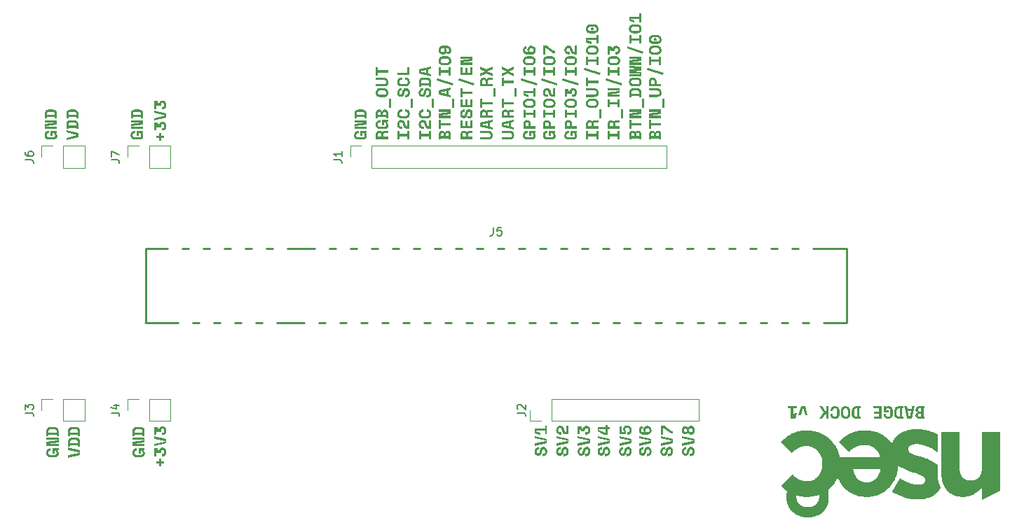
<source format=gbr>
%TF.GenerationSoftware,KiCad,Pcbnew,8.0.6*%
%TF.CreationDate,2025-01-09T01:40:23-04:00*%
%TF.ProjectId,nsec-badge-2025-baseboard,6e736563-2d62-4616-9467-652d32303235,rev?*%
%TF.SameCoordinates,Original*%
%TF.FileFunction,Legend,Top*%
%TF.FilePolarity,Positive*%
%FSLAX46Y46*%
G04 Gerber Fmt 4.6, Leading zero omitted, Abs format (unit mm)*
G04 Created by KiCad (PCBNEW 8.0.6) date 2025-01-09 01:40:23*
%MOMM*%
%LPD*%
G01*
G04 APERTURE LIST*
%ADD10C,0.000000*%
%ADD11C,0.300000*%
%ADD12C,0.150000*%
%ADD13C,0.120000*%
%ADD14C,0.254000*%
%ADD15C,0.059995*%
%ADD16R,1.700000X1.700000*%
%ADD17O,1.700000X1.700000*%
%ADD18C,2.500025*%
%ADD19C,1.800000*%
%ADD20C,1.600000*%
G04 APERTURE END LIST*
D10*
G36*
X205171538Y-96235815D02*
G01*
X205172404Y-96235858D01*
X205173241Y-96235929D01*
X205174050Y-96236028D01*
X205174831Y-96236156D01*
X205175583Y-96236312D01*
X205176308Y-96236496D01*
X205177004Y-96236709D01*
X205177672Y-96236950D01*
X205178311Y-96237220D01*
X205178922Y-96237518D01*
X205179505Y-96237845D01*
X205180059Y-96238200D01*
X205180586Y-96238583D01*
X205181083Y-96238995D01*
X205181553Y-96239436D01*
X205181994Y-96239904D01*
X205182406Y-96240401D01*
X205182791Y-96240927D01*
X205183147Y-96241481D01*
X205183474Y-96242064D01*
X205183773Y-96242675D01*
X205184044Y-96243315D01*
X205184286Y-96243983D01*
X205184499Y-96244679D01*
X205184685Y-96245404D01*
X205184841Y-96246158D01*
X205184970Y-96246940D01*
X205185070Y-96247750D01*
X205185141Y-96248589D01*
X205185184Y-96249457D01*
X205185198Y-96250353D01*
X205187047Y-100638467D01*
X205188613Y-100710102D01*
X205193190Y-100782786D01*
X205200778Y-100856519D01*
X205211377Y-100931301D01*
X205224987Y-101007133D01*
X205241609Y-101084014D01*
X205261241Y-101161944D01*
X205283886Y-101240924D01*
X205314788Y-101333244D01*
X205350016Y-101420429D01*
X205389571Y-101502479D01*
X205433453Y-101579395D01*
X205457016Y-101615927D01*
X205481661Y-101651175D01*
X205507388Y-101685139D01*
X205534196Y-101717820D01*
X205562086Y-101749217D01*
X205591058Y-101779331D01*
X205621111Y-101808161D01*
X205652246Y-101835707D01*
X205684462Y-101861970D01*
X205717760Y-101886949D01*
X205752140Y-101910644D01*
X205787601Y-101933056D01*
X205824144Y-101954184D01*
X205861769Y-101974028D01*
X205900475Y-101992589D01*
X205940263Y-102009866D01*
X206023084Y-102040570D01*
X206110231Y-102066140D01*
X206201705Y-102086576D01*
X206297506Y-102101878D01*
X206356335Y-102108391D01*
X206415884Y-102112713D01*
X206476152Y-102114842D01*
X206537141Y-102114779D01*
X206598850Y-102112525D01*
X206661281Y-102108080D01*
X206724433Y-102101444D01*
X206788306Y-102092617D01*
X206861342Y-102079432D01*
X206931464Y-102063011D01*
X206998711Y-102043453D01*
X207063121Y-102020858D01*
X207124733Y-101995323D01*
X207183587Y-101966947D01*
X207239720Y-101935831D01*
X207293172Y-101902072D01*
X207343982Y-101865769D01*
X207392188Y-101827021D01*
X207437829Y-101785928D01*
X207480944Y-101742587D01*
X207521571Y-101697099D01*
X207559750Y-101649561D01*
X207595520Y-101600073D01*
X207628918Y-101548733D01*
X207659984Y-101495641D01*
X207688756Y-101440895D01*
X207715274Y-101384594D01*
X207739577Y-101326837D01*
X207761702Y-101267723D01*
X207781689Y-101207351D01*
X207799576Y-101145820D01*
X207815403Y-101083228D01*
X207841030Y-100955258D01*
X207858879Y-100824233D01*
X207869262Y-100690944D01*
X207872489Y-100556182D01*
X207871167Y-96249560D01*
X207871181Y-96248712D01*
X207871223Y-96247892D01*
X207871293Y-96247099D01*
X207871390Y-96246332D01*
X207871515Y-96245593D01*
X207871668Y-96244881D01*
X207871848Y-96244195D01*
X207872056Y-96243537D01*
X207872291Y-96242905D01*
X207872554Y-96242300D01*
X207872845Y-96241722D01*
X207873162Y-96241172D01*
X207873507Y-96240648D01*
X207873879Y-96240151D01*
X207874279Y-96239681D01*
X207874706Y-96239237D01*
X207875159Y-96238821D01*
X207875640Y-96238432D01*
X207876148Y-96238069D01*
X207876683Y-96237733D01*
X207877245Y-96237425D01*
X207877834Y-96237143D01*
X207878449Y-96236888D01*
X207879092Y-96236660D01*
X207879761Y-96236458D01*
X207880457Y-96236284D01*
X207881179Y-96236136D01*
X207881929Y-96236015D01*
X207882704Y-96235922D01*
X207883506Y-96235855D01*
X207884335Y-96235814D01*
X207885190Y-96235801D01*
X210060065Y-96235801D01*
X210060410Y-96235809D01*
X210060750Y-96235835D01*
X210061084Y-96235877D01*
X210061413Y-96235935D01*
X210061735Y-96236009D01*
X210062051Y-96236098D01*
X210062360Y-96236202D01*
X210062661Y-96236321D01*
X210062955Y-96236453D01*
X210063241Y-96236600D01*
X210063518Y-96236759D01*
X210063786Y-96236931D01*
X210064044Y-96237115D01*
X210064294Y-96237312D01*
X210064533Y-96237520D01*
X210064761Y-96237739D01*
X210064979Y-96237969D01*
X210065185Y-96238209D01*
X210065380Y-96238459D01*
X210065563Y-96238718D01*
X210065733Y-96238986D01*
X210065891Y-96239263D01*
X210066035Y-96239549D01*
X210066166Y-96239842D01*
X210066283Y-96240142D01*
X210066385Y-96240449D01*
X210066473Y-96240763D01*
X210066546Y-96241083D01*
X210066603Y-96241409D01*
X210066645Y-96241740D01*
X210066670Y-96242075D01*
X210066678Y-96242416D01*
X210066678Y-103367380D01*
X210066645Y-103368341D01*
X210066545Y-103369290D01*
X210066380Y-103370221D01*
X210066154Y-103371134D01*
X210065866Y-103372025D01*
X210065521Y-103372891D01*
X210065118Y-103373729D01*
X210064661Y-103374537D01*
X210064152Y-103375311D01*
X210063591Y-103376048D01*
X210062982Y-103376747D01*
X210062325Y-103377403D01*
X210061624Y-103378015D01*
X210060879Y-103378578D01*
X210060094Y-103379091D01*
X210059269Y-103379550D01*
X207885453Y-104466459D01*
X207884549Y-104466899D01*
X207883673Y-104467293D01*
X207882826Y-104467640D01*
X207882006Y-104467941D01*
X207881215Y-104468195D01*
X207880451Y-104468402D01*
X207879716Y-104468563D01*
X207879009Y-104468677D01*
X207878330Y-104468745D01*
X207877680Y-104468766D01*
X207877057Y-104468740D01*
X207876464Y-104468668D01*
X207875899Y-104468549D01*
X207875362Y-104468384D01*
X207874854Y-104468172D01*
X207874374Y-104467914D01*
X207873924Y-104467609D01*
X207873502Y-104467258D01*
X207873108Y-104466860D01*
X207872744Y-104466416D01*
X207872408Y-104465925D01*
X207872102Y-104465388D01*
X207871824Y-104464804D01*
X207871575Y-104464174D01*
X207871356Y-104463498D01*
X207871165Y-104462775D01*
X207871004Y-104462006D01*
X207870872Y-104461190D01*
X207870769Y-104460328D01*
X207870695Y-104459419D01*
X207870651Y-104458464D01*
X207870636Y-104457463D01*
X207870636Y-102915472D01*
X207870550Y-102911009D01*
X207870288Y-102907078D01*
X207870092Y-102905311D01*
X207869852Y-102903677D01*
X207869568Y-102902176D01*
X207869239Y-102900807D01*
X207868867Y-102899572D01*
X207868450Y-102898469D01*
X207867989Y-102897498D01*
X207867484Y-102896661D01*
X207866933Y-102895956D01*
X207866339Y-102895384D01*
X207865699Y-102894945D01*
X207865015Y-102894639D01*
X207864285Y-102894465D01*
X207863511Y-102894425D01*
X207862691Y-102894517D01*
X207861826Y-102894741D01*
X207860916Y-102895099D01*
X207859961Y-102895589D01*
X207858959Y-102896213D01*
X207857912Y-102896969D01*
X207856820Y-102897857D01*
X207855681Y-102898879D01*
X207854497Y-102900034D01*
X207853267Y-102901321D01*
X207850667Y-102904294D01*
X207847883Y-102907799D01*
X207774884Y-103001610D01*
X207699957Y-103092147D01*
X207623110Y-103179410D01*
X207544350Y-103263398D01*
X207463683Y-103344113D01*
X207381118Y-103421553D01*
X207296660Y-103495719D01*
X207210318Y-103566611D01*
X207099323Y-103649918D01*
X206985599Y-103725970D01*
X206869275Y-103794863D01*
X206750480Y-103856689D01*
X206629344Y-103911544D01*
X206505998Y-103959522D01*
X206380569Y-104000716D01*
X206253187Y-104035221D01*
X206123982Y-104063131D01*
X205993084Y-104084541D01*
X205860621Y-104099543D01*
X205726724Y-104108234D01*
X205591521Y-104110706D01*
X205455143Y-104107054D01*
X205317717Y-104097372D01*
X205179375Y-104081755D01*
X205017804Y-104056032D01*
X204862171Y-104022918D01*
X204712474Y-103982412D01*
X204568714Y-103934514D01*
X204430891Y-103879225D01*
X204299004Y-103816543D01*
X204173054Y-103746470D01*
X204053042Y-103669005D01*
X203938965Y-103584148D01*
X203830826Y-103491899D01*
X203728623Y-103392259D01*
X203632356Y-103285227D01*
X203542027Y-103170802D01*
X203457633Y-103048987D01*
X203379177Y-102919779D01*
X203306656Y-102783179D01*
X203279477Y-102726411D01*
X203253504Y-102668165D01*
X203228739Y-102608439D01*
X203205181Y-102547234D01*
X203182831Y-102484550D01*
X203161689Y-102420385D01*
X203141757Y-102354740D01*
X203123035Y-102287615D01*
X203092080Y-102164088D01*
X203065235Y-102041156D01*
X203042500Y-101918819D01*
X203023875Y-101797078D01*
X203009361Y-101675932D01*
X202998957Y-101555381D01*
X202992663Y-101435426D01*
X202990479Y-101316066D01*
X202989684Y-96242945D01*
X202989740Y-96242080D01*
X202989788Y-96241668D01*
X202989848Y-96241271D01*
X202989922Y-96240887D01*
X202990008Y-96240517D01*
X202990108Y-96240162D01*
X202990220Y-96239820D01*
X202990346Y-96239492D01*
X202990485Y-96239178D01*
X202990636Y-96238878D01*
X202990801Y-96238592D01*
X202990979Y-96238320D01*
X202991169Y-96238062D01*
X202991373Y-96237817D01*
X202991590Y-96237587D01*
X202991820Y-96237371D01*
X202992062Y-96237168D01*
X202992318Y-96236980D01*
X202992587Y-96236806D01*
X202992869Y-96236645D01*
X202993164Y-96236499D01*
X202993471Y-96236366D01*
X202993792Y-96236247D01*
X202994126Y-96236143D01*
X202994473Y-96236052D01*
X202994833Y-96235975D01*
X202995206Y-96235913D01*
X202995592Y-96235864D01*
X202995991Y-96235829D01*
X202996403Y-96235808D01*
X202996828Y-96235801D01*
X205170644Y-96235801D01*
X205171538Y-96235815D01*
G37*
G36*
X200203242Y-95931085D02*
G01*
X200382643Y-95940217D01*
X200561453Y-95955180D01*
X200739672Y-95975974D01*
X200917299Y-96002599D01*
X201094335Y-96035055D01*
X201270781Y-96073342D01*
X201446635Y-96117460D01*
X201621899Y-96167409D01*
X201796572Y-96223189D01*
X201970654Y-96284800D01*
X202144146Y-96352241D01*
X202317047Y-96425514D01*
X202489357Y-96504618D01*
X202491405Y-96505685D01*
X202492379Y-96506248D01*
X202493321Y-96506832D01*
X202494229Y-96507435D01*
X202495105Y-96508059D01*
X202495948Y-96508702D01*
X202496758Y-96509366D01*
X202497535Y-96510050D01*
X202498279Y-96510754D01*
X202498990Y-96511478D01*
X202499668Y-96512222D01*
X202500313Y-96512986D01*
X202500926Y-96513770D01*
X202501505Y-96514575D01*
X202502051Y-96515399D01*
X202502564Y-96516244D01*
X202503044Y-96517109D01*
X202503491Y-96517994D01*
X202503905Y-96518899D01*
X202504286Y-96519825D01*
X202504634Y-96520770D01*
X202504949Y-96521736D01*
X202505231Y-96522722D01*
X202505479Y-96523729D01*
X202505695Y-96524755D01*
X202505877Y-96525802D01*
X202506026Y-96526869D01*
X202506142Y-96527957D01*
X202506225Y-96529064D01*
X202506292Y-96531341D01*
X202506292Y-98662824D01*
X202506277Y-98663954D01*
X202506232Y-98665027D01*
X202506156Y-98666043D01*
X202506051Y-98667002D01*
X202505916Y-98667905D01*
X202505750Y-98668750D01*
X202505555Y-98669538D01*
X202505330Y-98670270D01*
X202505074Y-98670945D01*
X202504789Y-98671563D01*
X202504474Y-98672124D01*
X202504128Y-98672628D01*
X202503753Y-98673075D01*
X202503348Y-98673465D01*
X202502913Y-98673799D01*
X202502448Y-98674075D01*
X202501953Y-98674295D01*
X202501428Y-98674457D01*
X202500873Y-98674563D01*
X202500288Y-98674612D01*
X202499674Y-98674604D01*
X202499029Y-98674539D01*
X202498355Y-98674417D01*
X202497651Y-98674239D01*
X202496917Y-98674003D01*
X202496153Y-98673711D01*
X202495359Y-98673361D01*
X202494536Y-98672955D01*
X202493683Y-98672492D01*
X202492800Y-98671972D01*
X202491887Y-98671395D01*
X202490944Y-98670761D01*
X202379289Y-98594364D01*
X202266277Y-98520060D01*
X202151907Y-98448005D01*
X202036180Y-98378359D01*
X201919097Y-98311279D01*
X201800657Y-98246922D01*
X201680862Y-98185446D01*
X201559711Y-98127009D01*
X201437206Y-98071769D01*
X201313346Y-98019884D01*
X201188131Y-97971510D01*
X201061563Y-97926807D01*
X200933642Y-97885931D01*
X200804367Y-97849041D01*
X200673740Y-97816293D01*
X200541761Y-97787847D01*
X200421755Y-97766328D01*
X200303436Y-97749653D01*
X200186804Y-97737822D01*
X200071859Y-97730836D01*
X199958601Y-97728694D01*
X199847030Y-97731396D01*
X199737145Y-97738943D01*
X199628948Y-97751334D01*
X199555821Y-97763644D01*
X199484722Y-97780082D01*
X199416175Y-97800723D01*
X199350701Y-97825641D01*
X199288822Y-97854909D01*
X199259394Y-97871197D01*
X199231060Y-97888600D01*
X199203886Y-97907128D01*
X199177937Y-97926789D01*
X199153279Y-97947593D01*
X199129976Y-97969549D01*
X199108094Y-97992667D01*
X199087698Y-98016954D01*
X199068854Y-98042421D01*
X199051626Y-98069077D01*
X199036080Y-98096931D01*
X199022281Y-98125992D01*
X199010294Y-98156270D01*
X199000185Y-98187773D01*
X198992019Y-98220511D01*
X198985862Y-98254493D01*
X198981777Y-98289728D01*
X198979832Y-98326225D01*
X198980090Y-98363995D01*
X198982617Y-98403045D01*
X198987479Y-98443385D01*
X198994741Y-98485024D01*
X198996248Y-98491857D01*
X198997990Y-98498735D01*
X198999968Y-98505656D01*
X199002182Y-98512621D01*
X199004631Y-98519629D01*
X199007316Y-98526682D01*
X199010237Y-98533777D01*
X199013393Y-98540917D01*
X199016785Y-98548100D01*
X199020413Y-98555326D01*
X199024276Y-98562595D01*
X199028375Y-98569908D01*
X199032710Y-98577263D01*
X199037280Y-98584662D01*
X199042086Y-98592103D01*
X199047127Y-98599588D01*
X199066893Y-98626757D01*
X199088047Y-98652917D01*
X199110528Y-98678096D01*
X199134275Y-98702321D01*
X199159224Y-98725619D01*
X199185315Y-98748016D01*
X199212484Y-98769541D01*
X199240671Y-98790220D01*
X199269812Y-98810081D01*
X199299846Y-98829150D01*
X199330712Y-98847455D01*
X199362346Y-98865023D01*
X199394687Y-98881881D01*
X199427673Y-98898056D01*
X199461242Y-98913575D01*
X199495331Y-98928465D01*
X199565670Y-98957691D01*
X199636729Y-98985977D01*
X199708507Y-99013321D01*
X199781006Y-99039723D01*
X199854225Y-99065182D01*
X199928165Y-99089699D01*
X200002826Y-99113271D01*
X200078209Y-99135899D01*
X200496039Y-99259859D01*
X200918792Y-99388840D01*
X201103103Y-99448446D01*
X201286000Y-99513413D01*
X201466665Y-99584414D01*
X201555904Y-99622387D01*
X201644279Y-99662122D01*
X201731686Y-99703700D01*
X201818023Y-99747208D01*
X201903189Y-99792729D01*
X201987080Y-99840347D01*
X202069594Y-99890147D01*
X202150630Y-99942212D01*
X202230084Y-99996626D01*
X202307854Y-100053474D01*
X202332954Y-100072753D01*
X202357592Y-100092354D01*
X202381768Y-100112275D01*
X202405481Y-100132518D01*
X202428732Y-100153084D01*
X202451521Y-100173972D01*
X202473845Y-100195185D01*
X202495707Y-100216721D01*
X202497368Y-100218431D01*
X202498918Y-100220185D01*
X202500357Y-100221985D01*
X202501685Y-100223831D01*
X202502901Y-100225722D01*
X202504007Y-100227658D01*
X202505001Y-100229640D01*
X202505884Y-100231667D01*
X202506655Y-100233740D01*
X202507316Y-100235859D01*
X202507865Y-100238023D01*
X202508302Y-100240233D01*
X202508628Y-100242488D01*
X202508842Y-100244790D01*
X202508945Y-100247137D01*
X202508936Y-100249530D01*
X202505190Y-100542925D01*
X202504825Y-100839425D01*
X202507838Y-101139031D01*
X202514228Y-101441743D01*
X202518024Y-101536761D01*
X202524458Y-101631931D01*
X202533536Y-101727131D01*
X202545267Y-101822238D01*
X202559658Y-101917131D01*
X202576717Y-102011689D01*
X202596452Y-102105789D01*
X202618870Y-102199311D01*
X202643980Y-102292131D01*
X202671789Y-102384129D01*
X202702305Y-102475183D01*
X202735535Y-102565172D01*
X202771488Y-102653972D01*
X202810170Y-102741464D01*
X202851591Y-102827524D01*
X202895757Y-102912032D01*
X202896504Y-102913486D01*
X202897158Y-102914940D01*
X202897719Y-102916395D01*
X202898187Y-102917851D01*
X202898563Y-102919306D01*
X202898845Y-102920762D01*
X202899034Y-102922218D01*
X202899130Y-102923674D01*
X202899133Y-102925130D01*
X202899043Y-102926586D01*
X202898860Y-102928042D01*
X202898585Y-102929497D01*
X202898216Y-102930953D01*
X202897754Y-102932407D01*
X202897200Y-102933862D01*
X202896552Y-102935316D01*
X202851391Y-103025223D01*
X202802947Y-103112147D01*
X202751328Y-103196105D01*
X202696641Y-103277116D01*
X202638997Y-103355196D01*
X202578502Y-103430364D01*
X202515266Y-103502638D01*
X202449397Y-103572035D01*
X202381004Y-103638573D01*
X202310194Y-103702271D01*
X202237076Y-103763145D01*
X202161759Y-103821215D01*
X202084351Y-103876496D01*
X202004960Y-103929009D01*
X201923696Y-103978769D01*
X201840665Y-104025795D01*
X201755978Y-104070106D01*
X201669741Y-104111718D01*
X201493055Y-104186918D01*
X201311475Y-104251540D01*
X201125869Y-104305725D01*
X200937102Y-104349615D01*
X200746044Y-104383355D01*
X200553560Y-104407086D01*
X200360520Y-104420951D01*
X200142708Y-104426268D01*
X199924961Y-104422115D01*
X199707604Y-104408697D01*
X199490962Y-104386216D01*
X199275361Y-104354876D01*
X199061125Y-104314883D01*
X198848579Y-104266438D01*
X198638049Y-104209747D01*
X198429860Y-104145013D01*
X198224337Y-104072440D01*
X198021806Y-103992231D01*
X197822591Y-103904591D01*
X197627018Y-103809724D01*
X197435411Y-103707834D01*
X197248097Y-103599123D01*
X197065400Y-103483797D01*
X197064826Y-103483403D01*
X197064278Y-103482986D01*
X197063754Y-103482547D01*
X197063255Y-103482088D01*
X197062782Y-103481608D01*
X197062335Y-103481110D01*
X197061914Y-103480594D01*
X197061518Y-103480061D01*
X197061150Y-103479513D01*
X197060808Y-103478950D01*
X197060494Y-103478374D01*
X197060206Y-103477785D01*
X197059947Y-103477185D01*
X197059715Y-103476575D01*
X197059512Y-103475955D01*
X197059337Y-103475327D01*
X197059191Y-103474691D01*
X197059074Y-103474050D01*
X197058986Y-103473403D01*
X197058928Y-103472752D01*
X197058899Y-103472099D01*
X197058901Y-103471443D01*
X197058933Y-103470787D01*
X197058996Y-103470130D01*
X197059090Y-103469475D01*
X197059215Y-103468822D01*
X197059372Y-103468173D01*
X197059560Y-103467527D01*
X197059781Y-103466887D01*
X197060034Y-103466254D01*
X197060319Y-103465628D01*
X197060637Y-103465011D01*
X197938790Y-101874600D01*
X197939407Y-101873536D01*
X197940039Y-101872525D01*
X197940686Y-101871568D01*
X197941347Y-101870665D01*
X197942023Y-101869816D01*
X197942713Y-101869020D01*
X197943418Y-101868278D01*
X197944137Y-101867590D01*
X197944871Y-101866956D01*
X197945620Y-101866375D01*
X197946383Y-101865848D01*
X197947161Y-101865375D01*
X197947953Y-101864956D01*
X197948760Y-101864590D01*
X197949582Y-101864279D01*
X197950418Y-101864020D01*
X197951268Y-101863816D01*
X197952133Y-101863665D01*
X197953013Y-101863568D01*
X197953907Y-101863525D01*
X197954816Y-101863535D01*
X197955740Y-101863599D01*
X197956678Y-101863717D01*
X197957630Y-101863889D01*
X197958597Y-101864114D01*
X197959579Y-101864393D01*
X197960575Y-101864725D01*
X197961586Y-101865111D01*
X197962612Y-101865551D01*
X197963651Y-101866044D01*
X197964706Y-101866591D01*
X197965775Y-101867192D01*
X198115785Y-101953602D01*
X198266573Y-102035686D01*
X198418136Y-102113445D01*
X198570478Y-102186879D01*
X198723596Y-102255988D01*
X198877493Y-102320772D01*
X199032168Y-102381233D01*
X199187621Y-102437369D01*
X199339118Y-102486715D01*
X199494769Y-102530809D01*
X199573785Y-102550438D01*
X199653397Y-102568217D01*
X199733459Y-102583967D01*
X199813824Y-102597509D01*
X199894343Y-102608663D01*
X199974870Y-102617250D01*
X200055258Y-102623092D01*
X200135359Y-102626009D01*
X200215026Y-102625823D01*
X200294111Y-102622354D01*
X200372468Y-102615423D01*
X200449949Y-102604851D01*
X200498925Y-102595732D01*
X200547616Y-102584214D01*
X200595702Y-102570241D01*
X200642867Y-102553757D01*
X200688794Y-102534708D01*
X200733164Y-102513038D01*
X200775661Y-102488691D01*
X200815967Y-102461612D01*
X200853764Y-102431745D01*
X200888736Y-102399036D01*
X200905063Y-102381598D01*
X200920564Y-102363429D01*
X200935200Y-102344521D01*
X200948932Y-102324867D01*
X200961719Y-102304462D01*
X200973522Y-102283297D01*
X200984301Y-102261366D01*
X200994016Y-102238662D01*
X201002628Y-102215178D01*
X201010097Y-102190907D01*
X201016384Y-102165843D01*
X201021448Y-102139977D01*
X201025272Y-102113423D01*
X201027693Y-102087482D01*
X201028749Y-102062144D01*
X201028482Y-102037402D01*
X201026929Y-102013245D01*
X201024131Y-101989666D01*
X201020127Y-101966654D01*
X201014958Y-101944202D01*
X201008662Y-101922301D01*
X201001280Y-101900940D01*
X200992851Y-101880113D01*
X200983414Y-101859809D01*
X200973009Y-101840019D01*
X200961677Y-101820736D01*
X200949455Y-101801949D01*
X200936385Y-101783650D01*
X200907857Y-101748481D01*
X200876409Y-101715156D01*
X200842357Y-101683605D01*
X200806020Y-101653756D01*
X200767714Y-101625538D01*
X200727756Y-101598880D01*
X200686464Y-101573710D01*
X200644153Y-101549957D01*
X200576686Y-101514527D01*
X200507375Y-101480073D01*
X200436221Y-101446594D01*
X200363225Y-101414090D01*
X200288385Y-101382563D01*
X200211703Y-101352012D01*
X200133178Y-101322438D01*
X200052810Y-101293841D01*
X199580789Y-101130989D01*
X199088668Y-100962582D01*
X198914848Y-100901147D01*
X198742836Y-100835433D01*
X198573225Y-100765031D01*
X198406605Y-100689532D01*
X198243569Y-100608526D01*
X198163581Y-100565830D01*
X198084710Y-100521604D01*
X198007032Y-100475797D01*
X197930620Y-100428357D01*
X197855549Y-100379233D01*
X197781891Y-100328375D01*
X197780848Y-100327663D01*
X197779836Y-100327014D01*
X197778856Y-100326429D01*
X197777908Y-100325907D01*
X197776991Y-100325449D01*
X197776105Y-100325055D01*
X197775252Y-100324724D01*
X197774430Y-100324456D01*
X197773639Y-100324252D01*
X197772880Y-100324112D01*
X197772153Y-100324035D01*
X197771457Y-100324022D01*
X197770793Y-100324073D01*
X197770160Y-100324187D01*
X197769559Y-100324364D01*
X197768989Y-100324605D01*
X197768451Y-100324910D01*
X197767945Y-100325278D01*
X197767470Y-100325710D01*
X197767027Y-100326205D01*
X197766615Y-100326764D01*
X197766234Y-100327386D01*
X197765886Y-100328072D01*
X197765568Y-100328822D01*
X197765282Y-100329635D01*
X197765028Y-100330512D01*
X197764805Y-100331452D01*
X197764614Y-100332456D01*
X197764454Y-100333523D01*
X197764326Y-100334654D01*
X197764229Y-100335849D01*
X197764164Y-100337107D01*
X197761098Y-100400160D01*
X197756943Y-100462321D01*
X197751703Y-100523589D01*
X197745379Y-100583963D01*
X197726080Y-100733265D01*
X197702317Y-100880270D01*
X197674090Y-101024978D01*
X197641397Y-101167389D01*
X197604239Y-101307504D01*
X197562617Y-101445322D01*
X197516530Y-101580843D01*
X197465978Y-101714068D01*
X197410961Y-101844996D01*
X197351479Y-101973627D01*
X197287533Y-102099962D01*
X197219121Y-102224001D01*
X197146245Y-102345743D01*
X197068904Y-102465188D01*
X196987098Y-102582337D01*
X196900827Y-102697190D01*
X196771582Y-102853995D01*
X196634729Y-103002343D01*
X196490655Y-103142078D01*
X196339745Y-103273048D01*
X196182387Y-103395097D01*
X196018965Y-103508071D01*
X195849866Y-103611816D01*
X195675476Y-103706179D01*
X195496181Y-103791004D01*
X195312367Y-103866137D01*
X195124419Y-103931424D01*
X194932725Y-103986712D01*
X194737670Y-104031844D01*
X194539639Y-104066668D01*
X194339020Y-104091030D01*
X194136197Y-104104774D01*
X193910895Y-104108801D01*
X193688007Y-104102108D01*
X193467956Y-104084508D01*
X193251166Y-104055817D01*
X193038059Y-104015849D01*
X192829058Y-103964419D01*
X192624588Y-103901342D01*
X192425071Y-103826432D01*
X192230930Y-103739504D01*
X192042589Y-103640373D01*
X191860470Y-103528853D01*
X191684998Y-103404760D01*
X191516595Y-103267908D01*
X191355685Y-103118112D01*
X191202690Y-102955186D01*
X191058035Y-102778946D01*
X191012734Y-102718524D01*
X190968616Y-102656947D01*
X190925692Y-102594264D01*
X190883972Y-102530523D01*
X190843468Y-102465773D01*
X190804190Y-102400062D01*
X190766149Y-102333439D01*
X190729356Y-102265952D01*
X190693822Y-102197650D01*
X190659558Y-102128580D01*
X190626574Y-102058792D01*
X190594882Y-101988334D01*
X190564492Y-101917254D01*
X190535415Y-101845601D01*
X190507662Y-101773423D01*
X190481244Y-101700769D01*
X190480729Y-101699358D01*
X190480210Y-101698037D01*
X190479689Y-101696806D01*
X190479165Y-101695666D01*
X190478638Y-101694615D01*
X190478107Y-101693654D01*
X190477574Y-101692783D01*
X190477037Y-101692003D01*
X190476497Y-101691312D01*
X190475955Y-101690711D01*
X190475409Y-101690200D01*
X190474860Y-101689779D01*
X190474308Y-101689449D01*
X190473753Y-101689208D01*
X190473195Y-101689057D01*
X190472634Y-101688996D01*
X190472070Y-101689024D01*
X190471503Y-101689143D01*
X190470933Y-101689352D01*
X190470360Y-101689650D01*
X190469784Y-101690039D01*
X190469205Y-101690517D01*
X190468623Y-101691085D01*
X190468038Y-101691743D01*
X190467450Y-101692491D01*
X190466860Y-101693329D01*
X190466266Y-101694256D01*
X190465669Y-101695273D01*
X190465069Y-101696380D01*
X190464466Y-101697577D01*
X190463861Y-101698864D01*
X190463252Y-101700240D01*
X190415471Y-101808602D01*
X190364869Y-101914940D01*
X190311445Y-102019253D01*
X190255200Y-102121543D01*
X190196134Y-102221809D01*
X190134246Y-102320051D01*
X190069537Y-102416269D01*
X190002007Y-102510464D01*
X189931655Y-102602634D01*
X189858483Y-102692781D01*
X189782489Y-102780905D01*
X189703674Y-102867004D01*
X189622038Y-102951080D01*
X189537581Y-103033133D01*
X189450303Y-103113162D01*
X189360204Y-103191167D01*
X189358947Y-103192277D01*
X189357756Y-103193425D01*
X189356631Y-103194609D01*
X189355571Y-103195831D01*
X189354578Y-103197089D01*
X189353651Y-103198385D01*
X189352790Y-103199719D01*
X189351995Y-103201089D01*
X189351267Y-103202497D01*
X189350605Y-103203942D01*
X189350010Y-103205424D01*
X189349481Y-103206943D01*
X189349019Y-103208499D01*
X189348623Y-103210093D01*
X189348295Y-103211724D01*
X189348033Y-103213392D01*
X189346325Y-103226834D01*
X189344774Y-103240310D01*
X189343379Y-103253820D01*
X189342142Y-103267364D01*
X189341063Y-103280941D01*
X189340141Y-103294552D01*
X189339378Y-103308196D01*
X189338773Y-103321871D01*
X189335736Y-103441306D01*
X189335217Y-103561927D01*
X189336707Y-103683212D01*
X189339698Y-103804637D01*
X189356499Y-104281251D01*
X189357325Y-104322784D01*
X189357423Y-104365368D01*
X189356792Y-104409003D01*
X189355435Y-104453689D01*
X189353350Y-104499426D01*
X189350539Y-104546213D01*
X189347003Y-104594050D01*
X189342741Y-104642936D01*
X189336417Y-104699590D01*
X189328300Y-104755251D01*
X189318389Y-104809921D01*
X189306685Y-104863598D01*
X189293188Y-104916283D01*
X189277897Y-104967976D01*
X189260813Y-105018677D01*
X189241935Y-105068386D01*
X189205867Y-105154081D01*
X189167537Y-105237143D01*
X189126979Y-105317586D01*
X189084229Y-105395423D01*
X189039321Y-105470666D01*
X188992290Y-105543327D01*
X188943173Y-105613421D01*
X188892003Y-105680958D01*
X188838816Y-105745953D01*
X188783646Y-105808418D01*
X188726529Y-105868365D01*
X188667500Y-105925808D01*
X188606594Y-105980759D01*
X188543846Y-106033230D01*
X188479290Y-106083236D01*
X188412962Y-106130787D01*
X188344897Y-106175898D01*
X188275131Y-106218580D01*
X188203697Y-106258847D01*
X188130631Y-106296711D01*
X188055968Y-106332186D01*
X187979743Y-106365283D01*
X187822747Y-106424396D01*
X187659924Y-106474153D01*
X187491553Y-106514657D01*
X187317916Y-106546008D01*
X187139291Y-106568309D01*
X187023820Y-106577657D01*
X186909719Y-106582813D01*
X186796986Y-106583777D01*
X186685623Y-106580548D01*
X186575628Y-106573127D01*
X186467002Y-106561514D01*
X186359745Y-106545708D01*
X186253857Y-106525711D01*
X186149337Y-106501521D01*
X186046185Y-106473140D01*
X185944403Y-106440567D01*
X185843988Y-106403802D01*
X185744942Y-106362845D01*
X185647264Y-106317697D01*
X185550954Y-106268357D01*
X185456012Y-106214825D01*
X185358296Y-106154497D01*
X185264577Y-106091186D01*
X185174856Y-106024893D01*
X185089132Y-105955616D01*
X185007405Y-105883357D01*
X184929677Y-105808115D01*
X184855946Y-105729891D01*
X184786213Y-105648683D01*
X184720478Y-105564493D01*
X184658740Y-105477320D01*
X184601001Y-105387164D01*
X184547260Y-105294026D01*
X184497517Y-105197905D01*
X184451773Y-105098801D01*
X184410027Y-104996714D01*
X184372279Y-104891644D01*
X184356945Y-104844371D01*
X184342763Y-104797276D01*
X184329732Y-104750359D01*
X184317852Y-104703620D01*
X184307125Y-104657059D01*
X184297549Y-104610675D01*
X184289124Y-104564470D01*
X184281851Y-104518443D01*
X184275729Y-104472594D01*
X184270759Y-104426922D01*
X184266941Y-104381429D01*
X184264274Y-104336114D01*
X184262759Y-104290976D01*
X184262395Y-104246017D01*
X184263183Y-104201235D01*
X184265123Y-104156632D01*
X184270228Y-104075494D01*
X185462856Y-104075494D01*
X185466917Y-104158382D01*
X185475075Y-104238873D01*
X185487329Y-104316966D01*
X185503681Y-104392661D01*
X185524129Y-104465959D01*
X185548675Y-104536859D01*
X185577317Y-104605362D01*
X185610056Y-104671467D01*
X185646893Y-104735174D01*
X185687827Y-104796483D01*
X185732858Y-104855395D01*
X185781987Y-104911909D01*
X185835213Y-104966025D01*
X185892537Y-105017743D01*
X185953958Y-105067063D01*
X186018292Y-105112792D01*
X186085225Y-105154535D01*
X186154513Y-105192301D01*
X186225917Y-105226098D01*
X186299193Y-105255934D01*
X186374100Y-105281817D01*
X186450396Y-105303756D01*
X186527839Y-105321757D01*
X186606188Y-105335831D01*
X186685200Y-105345984D01*
X186764634Y-105352225D01*
X186844248Y-105354562D01*
X186923800Y-105353003D01*
X187003047Y-105347556D01*
X187081750Y-105338229D01*
X187159664Y-105325032D01*
X187226565Y-105310475D01*
X187291519Y-105293334D01*
X187354504Y-105273667D01*
X187415495Y-105251531D01*
X187474468Y-105226985D01*
X187531401Y-105200086D01*
X187586269Y-105170891D01*
X187639048Y-105139460D01*
X187689715Y-105105848D01*
X187738246Y-105070115D01*
X187784617Y-105032317D01*
X187828805Y-104992513D01*
X187870786Y-104950760D01*
X187910535Y-104907116D01*
X187948030Y-104861639D01*
X187983246Y-104814386D01*
X188016160Y-104765416D01*
X188046749Y-104714785D01*
X188074987Y-104662553D01*
X188100853Y-104608776D01*
X188124321Y-104553512D01*
X188145368Y-104496819D01*
X188163970Y-104438755D01*
X188180105Y-104379378D01*
X188193747Y-104318745D01*
X188204873Y-104256914D01*
X188213460Y-104193942D01*
X188219483Y-104129888D01*
X188222919Y-104064810D01*
X188223745Y-103998764D01*
X188221936Y-103931809D01*
X188217469Y-103864003D01*
X188217372Y-103863080D01*
X188217250Y-103862197D01*
X188217103Y-103861354D01*
X188216930Y-103860551D01*
X188216733Y-103859788D01*
X188216510Y-103859064D01*
X188216262Y-103858380D01*
X188215989Y-103857736D01*
X188215691Y-103857132D01*
X188215368Y-103856568D01*
X188215019Y-103856044D01*
X188214646Y-103855559D01*
X188214246Y-103855114D01*
X188213822Y-103854709D01*
X188213373Y-103854343D01*
X188212898Y-103854018D01*
X188212398Y-103853732D01*
X188211872Y-103853486D01*
X188211322Y-103853280D01*
X188210746Y-103853113D01*
X188210145Y-103852986D01*
X188209518Y-103852899D01*
X188208866Y-103852852D01*
X188208189Y-103852844D01*
X188207486Y-103852876D01*
X188206759Y-103852948D01*
X188206005Y-103853060D01*
X188205227Y-103853211D01*
X188204423Y-103853402D01*
X188203593Y-103853633D01*
X188202738Y-103853903D01*
X188201858Y-103854213D01*
X188123993Y-103882077D01*
X188045576Y-103908321D01*
X187966607Y-103932944D01*
X187887087Y-103955947D01*
X187807014Y-103977329D01*
X187726389Y-103997090D01*
X187563485Y-104031752D01*
X187398372Y-104059930D01*
X187231052Y-104081626D01*
X187061524Y-104096838D01*
X186889789Y-104105567D01*
X186704869Y-104108629D01*
X186523051Y-104105771D01*
X186344336Y-104096991D01*
X186168724Y-104082290D01*
X185996212Y-104061669D01*
X185826803Y-104035127D01*
X185660494Y-104002664D01*
X185497287Y-103964280D01*
X185495218Y-103963777D01*
X185493214Y-103963358D01*
X185491273Y-103963024D01*
X185489397Y-103962775D01*
X185487584Y-103962611D01*
X185485836Y-103962532D01*
X185484153Y-103962537D01*
X185482533Y-103962627D01*
X185480977Y-103962802D01*
X185479486Y-103963062D01*
X185478059Y-103963406D01*
X185476695Y-103963836D01*
X185475396Y-103964350D01*
X185474161Y-103964948D01*
X185472991Y-103965632D01*
X185471884Y-103966400D01*
X185470841Y-103967253D01*
X185469863Y-103968190D01*
X185468948Y-103969212D01*
X185468098Y-103970319D01*
X185467312Y-103971511D01*
X185466590Y-103972787D01*
X185465931Y-103974149D01*
X185465337Y-103975594D01*
X185464807Y-103977125D01*
X185464342Y-103978740D01*
X185463940Y-103980440D01*
X185463602Y-103982224D01*
X185463328Y-103984093D01*
X185463118Y-103986047D01*
X185462973Y-103988086D01*
X185462891Y-103990209D01*
X185462856Y-104075494D01*
X184270228Y-104075494D01*
X184274573Y-104006450D01*
X184286015Y-103850906D01*
X184299446Y-103690003D01*
X184314864Y-103523748D01*
X184315906Y-103511745D01*
X184316650Y-103499807D01*
X184317097Y-103487934D01*
X184317245Y-103476127D01*
X184317097Y-103464385D01*
X184316650Y-103452709D01*
X184315906Y-103441100D01*
X184314864Y-103429557D01*
X184314659Y-103427925D01*
X184314379Y-103426335D01*
X184314026Y-103424785D01*
X184313599Y-103423277D01*
X184313098Y-103421809D01*
X184312522Y-103420383D01*
X184311873Y-103418998D01*
X184311150Y-103417654D01*
X184310353Y-103416351D01*
X184309481Y-103415090D01*
X184308536Y-103413870D01*
X184307516Y-103412691D01*
X184306422Y-103411553D01*
X184305253Y-103410457D01*
X184304011Y-103409403D01*
X184302694Y-103408390D01*
X184217924Y-103345087D01*
X184134270Y-103278865D01*
X184051732Y-103209723D01*
X183970311Y-103137662D01*
X183890005Y-103062681D01*
X183810816Y-102984781D01*
X183732744Y-102903961D01*
X183655787Y-102820222D01*
X183655177Y-102819527D01*
X183654607Y-102818833D01*
X183654077Y-102818140D01*
X183653587Y-102817447D01*
X183653137Y-102816755D01*
X183652727Y-102816063D01*
X183652356Y-102815371D01*
X183652026Y-102814680D01*
X183651736Y-102813990D01*
X183651485Y-102813300D01*
X183651274Y-102812611D01*
X183651104Y-102811922D01*
X183650973Y-102811234D01*
X183650882Y-102810546D01*
X183650831Y-102809859D01*
X183650820Y-102809172D01*
X183650848Y-102808486D01*
X183650917Y-102807800D01*
X183651025Y-102807115D01*
X183651173Y-102806430D01*
X183651361Y-102805747D01*
X183651589Y-102805063D01*
X183651856Y-102804380D01*
X183652163Y-102803698D01*
X183652510Y-102803016D01*
X183652897Y-102802335D01*
X183653324Y-102801655D01*
X183653790Y-102800975D01*
X183654296Y-102800296D01*
X183654841Y-102799617D01*
X183655427Y-102798939D01*
X183656052Y-102798261D01*
X184981085Y-101372951D01*
X184981528Y-101372482D01*
X184981993Y-101372039D01*
X184982478Y-101371621D01*
X184982983Y-101371231D01*
X184983506Y-101370867D01*
X184984046Y-101370531D01*
X184984602Y-101370223D01*
X184985173Y-101369945D01*
X184985757Y-101369695D01*
X184986355Y-101369476D01*
X184986963Y-101369287D01*
X184987581Y-101369130D01*
X184988209Y-101369004D01*
X184988844Y-101368911D01*
X184989486Y-101368850D01*
X184990134Y-101368823D01*
X184990782Y-101368830D01*
X184991426Y-101368871D01*
X184992064Y-101368945D01*
X184992696Y-101369051D01*
X184993320Y-101369189D01*
X184993935Y-101369359D01*
X184994541Y-101369560D01*
X184995134Y-101369792D01*
X184995716Y-101370054D01*
X184996284Y-101370345D01*
X184996837Y-101370665D01*
X184997374Y-101371014D01*
X184997895Y-101371391D01*
X184998397Y-101371796D01*
X184998879Y-101372228D01*
X184999341Y-101372686D01*
X185043089Y-101417924D01*
X185087557Y-101462614D01*
X185132745Y-101506757D01*
X185178653Y-101550354D01*
X185225281Y-101593405D01*
X185272631Y-101635911D01*
X185320701Y-101677872D01*
X185369493Y-101719290D01*
X185443103Y-101778341D01*
X185518081Y-101833652D01*
X185594427Y-101885224D01*
X185672141Y-101933057D01*
X185751224Y-101977150D01*
X185831674Y-102017505D01*
X185913494Y-102054119D01*
X185996682Y-102086995D01*
X186081238Y-102116131D01*
X186167163Y-102141528D01*
X186254457Y-102163186D01*
X186343119Y-102181104D01*
X186433151Y-102195283D01*
X186524552Y-102205723D01*
X186617321Y-102212423D01*
X186711460Y-102215384D01*
X186812045Y-102213871D01*
X186910606Y-102207146D01*
X187007082Y-102195352D01*
X187101407Y-102178631D01*
X187193518Y-102157125D01*
X187283352Y-102130978D01*
X187370846Y-102100331D01*
X187455936Y-102065328D01*
X187538557Y-102026110D01*
X187618648Y-101982821D01*
X187696144Y-101935604D01*
X187770982Y-101884599D01*
X187843097Y-101829951D01*
X187912428Y-101771802D01*
X187978910Y-101710294D01*
X188042480Y-101645571D01*
X188103074Y-101577773D01*
X188160628Y-101507045D01*
X188215080Y-101433529D01*
X188266365Y-101357367D01*
X188314421Y-101278701D01*
X188359183Y-101197675D01*
X188400588Y-101114431D01*
X188438573Y-101029112D01*
X188473074Y-100941860D01*
X188504028Y-100852818D01*
X188531371Y-100762128D01*
X188544351Y-100711566D01*
X192328793Y-100711566D01*
X192328805Y-100711793D01*
X192328828Y-100712022D01*
X192348221Y-100840981D01*
X192374222Y-100969037D01*
X192406936Y-101095501D01*
X192446464Y-101219687D01*
X192492912Y-101340907D01*
X192546382Y-101458474D01*
X192606979Y-101571701D01*
X192674804Y-101679900D01*
X192749963Y-101782386D01*
X192832557Y-101878470D01*
X192922692Y-101967465D01*
X192970619Y-102009089D01*
X193020470Y-102048684D01*
X193072258Y-102086163D01*
X193125995Y-102121440D01*
X193181694Y-102154430D01*
X193239370Y-102185046D01*
X193299033Y-102213203D01*
X193360699Y-102238815D01*
X193424378Y-102261795D01*
X193490085Y-102282059D01*
X193592293Y-102307608D01*
X193695556Y-102326714D01*
X193799487Y-102339381D01*
X193903695Y-102345613D01*
X194007791Y-102345416D01*
X194111386Y-102338795D01*
X194214092Y-102325755D01*
X194315519Y-102306302D01*
X194415277Y-102280439D01*
X194512978Y-102248172D01*
X194608233Y-102209507D01*
X194700652Y-102164448D01*
X194789847Y-102113000D01*
X194875428Y-102055168D01*
X194957006Y-101990958D01*
X195034192Y-101920373D01*
X195093357Y-101859095D01*
X195149327Y-101795135D01*
X195202132Y-101728669D01*
X195251804Y-101659875D01*
X195298372Y-101588929D01*
X195341867Y-101516008D01*
X195382318Y-101441288D01*
X195419757Y-101364947D01*
X195454212Y-101287161D01*
X195485715Y-101208107D01*
X195514296Y-101127962D01*
X195539985Y-101046901D01*
X195562811Y-100965103D01*
X195582807Y-100882744D01*
X195600000Y-100800000D01*
X195614423Y-100717049D01*
X195614511Y-100716446D01*
X195614577Y-100715862D01*
X195614621Y-100715297D01*
X195614642Y-100714752D01*
X195614641Y-100714225D01*
X195614618Y-100713718D01*
X195614572Y-100713231D01*
X195614504Y-100712762D01*
X195614414Y-100712312D01*
X195614302Y-100711882D01*
X195614167Y-100711471D01*
X195614010Y-100711079D01*
X195613831Y-100710706D01*
X195613630Y-100710353D01*
X195613407Y-100710018D01*
X195613161Y-100709703D01*
X195612893Y-100709407D01*
X195612603Y-100709130D01*
X195612291Y-100708872D01*
X195611957Y-100708633D01*
X195611600Y-100708414D01*
X195611222Y-100708213D01*
X195610821Y-100708032D01*
X195610398Y-100707870D01*
X195609953Y-100707727D01*
X195609486Y-100707603D01*
X195608997Y-100707498D01*
X195608486Y-100707412D01*
X195607953Y-100707345D01*
X195607398Y-100707297D01*
X195606821Y-100707269D01*
X195606221Y-100707259D01*
X192333062Y-100707259D01*
X192332829Y-100707265D01*
X192332600Y-100707283D01*
X192332372Y-100707312D01*
X192332148Y-100707352D01*
X192331928Y-100707404D01*
X192331711Y-100707467D01*
X192331499Y-100707541D01*
X192331292Y-100707626D01*
X192331090Y-100707722D01*
X192330894Y-100707829D01*
X192330704Y-100707946D01*
X192330520Y-100708074D01*
X192330344Y-100708212D01*
X192330175Y-100708360D01*
X192330013Y-100708519D01*
X192329860Y-100708688D01*
X192329712Y-100708860D01*
X192329574Y-100709039D01*
X192329447Y-100709225D01*
X192329331Y-100709417D01*
X192329225Y-100709615D01*
X192329131Y-100709817D01*
X192329049Y-100710024D01*
X192328977Y-100710236D01*
X192328917Y-100710451D01*
X192328869Y-100710669D01*
X192328832Y-100710890D01*
X192328807Y-100711114D01*
X192328794Y-100711339D01*
X192328793Y-100711566D01*
X188544351Y-100711566D01*
X188555039Y-100669933D01*
X188574970Y-100576375D01*
X188591098Y-100481597D01*
X188603362Y-100385742D01*
X188611698Y-100288953D01*
X188616805Y-100180204D01*
X188617891Y-100071933D01*
X188614885Y-99964277D01*
X188607716Y-99857372D01*
X188596314Y-99751356D01*
X188580606Y-99646364D01*
X188560523Y-99542535D01*
X188535993Y-99440004D01*
X188506946Y-99338909D01*
X188473310Y-99239386D01*
X188435015Y-99141573D01*
X188391990Y-99045605D01*
X188344163Y-98951621D01*
X188291464Y-98859755D01*
X188233823Y-98770147D01*
X188171167Y-98682931D01*
X188107934Y-98604133D01*
X188040986Y-98529596D01*
X187970494Y-98459374D01*
X187896632Y-98393519D01*
X187819572Y-98332082D01*
X187739486Y-98275115D01*
X187656546Y-98222670D01*
X187570926Y-98174799D01*
X187482797Y-98131555D01*
X187392333Y-98092988D01*
X187299705Y-98059152D01*
X187205086Y-98030097D01*
X187108648Y-98005876D01*
X187010565Y-97986541D01*
X186911008Y-97972144D01*
X186810150Y-97962736D01*
X186709857Y-97958101D01*
X186610591Y-97957818D01*
X186512352Y-97961889D01*
X186415141Y-97970312D01*
X186318957Y-97983088D01*
X186223799Y-98000218D01*
X186129670Y-98021700D01*
X186036568Y-98047535D01*
X185944493Y-98077724D01*
X185853446Y-98112266D01*
X185763426Y-98151161D01*
X185674435Y-98194410D01*
X185586471Y-98242012D01*
X185499535Y-98293968D01*
X185413627Y-98350277D01*
X185328748Y-98410940D01*
X185270464Y-98455028D01*
X185213762Y-98499324D01*
X185158642Y-98543828D01*
X185105102Y-98588539D01*
X185053142Y-98633457D01*
X185002762Y-98678582D01*
X184953960Y-98723913D01*
X184906737Y-98769451D01*
X184905982Y-98770150D01*
X184905201Y-98770803D01*
X184904395Y-98771410D01*
X184903567Y-98771971D01*
X184902719Y-98772487D01*
X184901851Y-98772957D01*
X184900966Y-98773381D01*
X184900066Y-98773759D01*
X184899153Y-98774092D01*
X184898227Y-98774379D01*
X184897291Y-98774620D01*
X184896347Y-98774816D01*
X184895396Y-98774966D01*
X184894441Y-98775070D01*
X184893482Y-98775129D01*
X184892522Y-98775143D01*
X184891563Y-98775111D01*
X184890606Y-98775033D01*
X184889653Y-98774910D01*
X184888705Y-98774742D01*
X184887765Y-98774528D01*
X184886835Y-98774269D01*
X184885915Y-98773964D01*
X184885008Y-98773614D01*
X184884116Y-98773219D01*
X184883240Y-98772779D01*
X184882382Y-98772293D01*
X184881545Y-98771762D01*
X184880728Y-98771186D01*
X184879935Y-98770564D01*
X184879168Y-98769898D01*
X184878427Y-98769186D01*
X183623773Y-97502096D01*
X183622409Y-97500674D01*
X183621133Y-97499251D01*
X183619942Y-97497825D01*
X183618838Y-97496398D01*
X183617820Y-97494969D01*
X183616888Y-97493538D01*
X183616043Y-97492106D01*
X183615284Y-97490672D01*
X183614612Y-97489237D01*
X183614026Y-97487800D01*
X183613526Y-97486361D01*
X183613113Y-97484921D01*
X183612786Y-97483479D01*
X183612545Y-97482036D01*
X183612391Y-97480591D01*
X183612323Y-97479144D01*
X183612341Y-97477696D01*
X183612446Y-97476246D01*
X183612637Y-97474795D01*
X183612914Y-97473342D01*
X183613278Y-97471888D01*
X183613728Y-97470432D01*
X183614265Y-97468975D01*
X183614888Y-97467516D01*
X183615597Y-97466056D01*
X183616392Y-97464595D01*
X183617274Y-97463131D01*
X183618242Y-97461667D01*
X183619297Y-97460201D01*
X183620438Y-97458733D01*
X183621665Y-97457265D01*
X183622979Y-97455794D01*
X183698473Y-97374572D01*
X183774679Y-97295606D01*
X183851597Y-97218898D01*
X183929227Y-97144446D01*
X184007569Y-97072253D01*
X184086623Y-97002316D01*
X184166389Y-96934636D01*
X184246866Y-96869214D01*
X184348380Y-96791336D01*
X184451974Y-96717446D01*
X184557647Y-96647543D01*
X184665400Y-96581628D01*
X184775233Y-96519700D01*
X184887146Y-96461759D01*
X185001138Y-96407806D01*
X185117210Y-96357840D01*
X185235361Y-96311861D01*
X185355592Y-96269870D01*
X185477902Y-96231866D01*
X185602292Y-96197850D01*
X185728762Y-96167820D01*
X185857310Y-96141778D01*
X185987938Y-96119724D01*
X186120645Y-96101656D01*
X186282206Y-96084519D01*
X186440933Y-96072259D01*
X186596826Y-96064875D01*
X186749884Y-96062370D01*
X186900107Y-96064742D01*
X187047495Y-96071992D01*
X187192046Y-96084121D01*
X187333760Y-96101128D01*
X187527480Y-96132126D01*
X187716596Y-96170620D01*
X187901110Y-96216609D01*
X188081021Y-96270093D01*
X188256328Y-96331072D01*
X188427032Y-96399547D01*
X188593134Y-96475517D01*
X188754632Y-96558983D01*
X188911527Y-96649943D01*
X189063818Y-96748400D01*
X189211507Y-96854351D01*
X189354593Y-96967798D01*
X189493075Y-97088741D01*
X189626954Y-97217178D01*
X189756230Y-97353112D01*
X189880903Y-97496540D01*
X189960548Y-97595529D01*
X190036565Y-97696509D01*
X190108955Y-97799481D01*
X190177716Y-97904443D01*
X190242850Y-98011396D01*
X190304357Y-98120340D01*
X190362235Y-98231274D01*
X190416486Y-98344199D01*
X190467110Y-98459115D01*
X190514105Y-98576021D01*
X190557473Y-98694918D01*
X190597213Y-98815805D01*
X190633326Y-98938682D01*
X190665811Y-99063550D01*
X190694668Y-99190407D01*
X190719897Y-99319255D01*
X190720039Y-99320005D01*
X190720200Y-99320730D01*
X190720382Y-99321432D01*
X190720584Y-99322110D01*
X190720806Y-99322764D01*
X190721049Y-99323394D01*
X190721311Y-99324001D01*
X190721594Y-99324583D01*
X190721897Y-99325142D01*
X190722220Y-99325677D01*
X190722564Y-99326188D01*
X190722927Y-99326675D01*
X190723311Y-99327139D01*
X190723715Y-99327579D01*
X190724139Y-99327994D01*
X190724584Y-99328386D01*
X190725048Y-99328755D01*
X190725533Y-99329099D01*
X190726038Y-99329420D01*
X190726564Y-99329717D01*
X190727109Y-99329990D01*
X190727675Y-99330239D01*
X190728261Y-99330465D01*
X190728868Y-99330667D01*
X190729494Y-99330845D01*
X190730141Y-99330999D01*
X190730809Y-99331130D01*
X190731496Y-99331236D01*
X190732204Y-99331319D01*
X190732932Y-99331379D01*
X190733681Y-99331414D01*
X190734449Y-99331426D01*
X195572884Y-99331426D01*
X195573775Y-99331412D01*
X195574631Y-99331370D01*
X195575453Y-99331301D01*
X195576240Y-99331203D01*
X195576993Y-99331077D01*
X195577712Y-99330924D01*
X195578396Y-99330742D01*
X195579045Y-99330533D01*
X195579660Y-99330296D01*
X195580240Y-99330031D01*
X195580786Y-99329738D01*
X195581298Y-99329417D01*
X195581775Y-99329068D01*
X195582217Y-99328691D01*
X195582625Y-99328287D01*
X195582998Y-99327854D01*
X195583337Y-99327394D01*
X195583641Y-99326905D01*
X195583910Y-99326389D01*
X195584145Y-99325845D01*
X195584345Y-99325273D01*
X195584511Y-99324673D01*
X195584642Y-99324045D01*
X195584738Y-99323389D01*
X195584800Y-99322705D01*
X195584827Y-99321994D01*
X195584819Y-99321254D01*
X195584777Y-99320487D01*
X195584700Y-99319691D01*
X195584588Y-99318868D01*
X195584442Y-99318017D01*
X195584261Y-99317138D01*
X195549790Y-99180085D01*
X195508195Y-99048011D01*
X195459482Y-98921188D01*
X195403659Y-98799890D01*
X195340732Y-98684388D01*
X195270709Y-98574956D01*
X195193596Y-98471864D01*
X195109401Y-98375387D01*
X195018130Y-98285796D01*
X194919791Y-98203364D01*
X194814390Y-98128363D01*
X194759044Y-98093735D01*
X194701934Y-98061066D01*
X194643063Y-98030392D01*
X194582431Y-98001745D01*
X194520039Y-97975161D01*
X194455887Y-97950673D01*
X194389977Y-97928316D01*
X194322310Y-97908122D01*
X194252885Y-97890128D01*
X194181705Y-97874365D01*
X194127064Y-97864001D01*
X194071883Y-97854935D01*
X194016162Y-97847166D01*
X193959902Y-97840696D01*
X193903103Y-97835524D01*
X193845763Y-97831649D01*
X193787885Y-97829073D01*
X193729467Y-97827796D01*
X193670509Y-97827816D01*
X193611012Y-97829134D01*
X193550975Y-97831751D01*
X193490399Y-97835666D01*
X193429283Y-97840880D01*
X193367628Y-97847392D01*
X193305433Y-97855202D01*
X193242699Y-97864311D01*
X193141190Y-97882626D01*
X193041986Y-97905598D01*
X192944999Y-97933040D01*
X192850140Y-97964766D01*
X192757322Y-98000590D01*
X192666455Y-98040324D01*
X192577452Y-98083783D01*
X192490224Y-98130780D01*
X192404683Y-98181129D01*
X192320740Y-98234643D01*
X192238307Y-98291136D01*
X192157296Y-98350421D01*
X192077618Y-98412313D01*
X191999185Y-98476624D01*
X191921908Y-98543168D01*
X191845700Y-98611759D01*
X191844921Y-98612449D01*
X191844142Y-98613095D01*
X191843364Y-98613697D01*
X191842585Y-98614255D01*
X191841807Y-98614768D01*
X191841029Y-98615238D01*
X191840251Y-98615664D01*
X191839473Y-98616046D01*
X191838695Y-98616384D01*
X191837918Y-98616677D01*
X191837140Y-98616927D01*
X191836363Y-98617133D01*
X191835585Y-98617295D01*
X191834808Y-98617413D01*
X191834031Y-98617487D01*
X191833254Y-98617517D01*
X191832477Y-98617503D01*
X191831700Y-98617445D01*
X191830923Y-98617344D01*
X191830146Y-98617198D01*
X191829370Y-98617008D01*
X191828593Y-98616775D01*
X191827817Y-98616497D01*
X191827040Y-98616176D01*
X191826263Y-98615810D01*
X191825487Y-98615401D01*
X191824711Y-98614948D01*
X191823934Y-98614451D01*
X191823158Y-98613910D01*
X191822381Y-98613325D01*
X191821605Y-98612696D01*
X191820829Y-98612024D01*
X190586547Y-97519295D01*
X190585776Y-97518598D01*
X190585051Y-97517897D01*
X190584372Y-97517192D01*
X190583739Y-97516483D01*
X190583152Y-97515770D01*
X190582611Y-97515052D01*
X190582116Y-97514331D01*
X190581667Y-97513605D01*
X190581263Y-97512875D01*
X190580906Y-97512141D01*
X190580595Y-97511403D01*
X190580329Y-97510660D01*
X190580110Y-97509914D01*
X190579936Y-97509163D01*
X190579809Y-97508409D01*
X190579728Y-97507650D01*
X190579693Y-97506887D01*
X190579703Y-97506120D01*
X190579760Y-97505349D01*
X190579863Y-97504573D01*
X190580012Y-97503794D01*
X190580207Y-97503011D01*
X190580448Y-97502223D01*
X190580736Y-97501432D01*
X190581069Y-97500636D01*
X190581449Y-97499836D01*
X190581874Y-97499033D01*
X190582346Y-97498225D01*
X190582864Y-97497413D01*
X190583428Y-97496597D01*
X190584039Y-97495777D01*
X190584695Y-97494953D01*
X190686513Y-97374456D01*
X190792183Y-97258785D01*
X190901619Y-97148022D01*
X191014734Y-97042247D01*
X191131443Y-96941544D01*
X191251659Y-96845993D01*
X191375297Y-96755677D01*
X191502270Y-96670677D01*
X191632493Y-96591075D01*
X191765879Y-96516954D01*
X191902342Y-96448394D01*
X192041797Y-96385477D01*
X192184157Y-96328285D01*
X192329336Y-96276901D01*
X192477249Y-96231405D01*
X192627808Y-96191880D01*
X192801129Y-96153759D01*
X192976090Y-96122343D01*
X193152689Y-96097632D01*
X193330928Y-96079627D01*
X193510805Y-96068328D01*
X193692319Y-96063735D01*
X193875472Y-96065849D01*
X194060262Y-96074670D01*
X194255478Y-96091640D01*
X194448632Y-96116854D01*
X194639448Y-96150314D01*
X194827648Y-96192025D01*
X195012957Y-96241987D01*
X195195099Y-96300205D01*
X195373797Y-96366680D01*
X195548774Y-96441415D01*
X195719755Y-96524414D01*
X195886463Y-96615678D01*
X196048621Y-96715211D01*
X196205954Y-96823015D01*
X196358185Y-96939092D01*
X196505037Y-97063447D01*
X196646234Y-97196081D01*
X196781501Y-97336996D01*
X196799683Y-97357327D01*
X196820891Y-97381665D01*
X196845125Y-97410013D01*
X196872385Y-97442370D01*
X196935985Y-97519114D01*
X197011689Y-97611899D01*
X197012329Y-97612665D01*
X197012960Y-97613375D01*
X197013581Y-97614031D01*
X197014194Y-97614631D01*
X197014797Y-97615176D01*
X197015391Y-97615665D01*
X197015975Y-97616099D01*
X197016550Y-97616478D01*
X197017116Y-97616801D01*
X197017673Y-97617070D01*
X197018220Y-97617282D01*
X197018758Y-97617440D01*
X197019286Y-97617542D01*
X197019806Y-97617589D01*
X197020316Y-97617581D01*
X197020816Y-97617518D01*
X197021308Y-97617399D01*
X197021790Y-97617225D01*
X197022263Y-97616995D01*
X197022727Y-97616711D01*
X197023181Y-97616371D01*
X197023626Y-97615976D01*
X197024061Y-97615526D01*
X197024488Y-97615020D01*
X197024905Y-97614459D01*
X197025313Y-97613843D01*
X197025711Y-97613172D01*
X197026100Y-97612446D01*
X197026480Y-97611664D01*
X197026851Y-97610827D01*
X197027212Y-97609935D01*
X197027564Y-97608988D01*
X197067261Y-97505488D01*
X197110870Y-97405747D01*
X197158274Y-97309720D01*
X197209358Y-97217364D01*
X197264004Y-97128631D01*
X197322096Y-97043479D01*
X197383519Y-96961861D01*
X197448156Y-96883732D01*
X197515890Y-96809049D01*
X197586607Y-96737765D01*
X197660189Y-96669836D01*
X197736520Y-96605217D01*
X197815484Y-96543863D01*
X197896965Y-96485729D01*
X197980846Y-96430770D01*
X198067012Y-96378941D01*
X198155346Y-96330197D01*
X198245731Y-96284493D01*
X198338053Y-96241784D01*
X198432193Y-96202025D01*
X198528037Y-96165172D01*
X198625468Y-96131179D01*
X198824626Y-96071594D01*
X199028737Y-96022911D01*
X199236871Y-95984770D01*
X199448099Y-95956810D01*
X199661490Y-95938674D01*
X199842666Y-95930313D01*
X200023250Y-95927784D01*
X200203242Y-95931085D01*
G37*
D11*
G36*
X145406353Y-59825603D02*
G01*
X145479653Y-59853583D01*
X145499797Y-59865003D01*
X145558285Y-59913002D01*
X145601433Y-59972766D01*
X145621796Y-60014480D01*
X145657334Y-60014480D01*
X145679449Y-59940961D01*
X145714120Y-59897243D01*
X145780460Y-59861147D01*
X145836120Y-59854012D01*
X146345000Y-59854012D01*
X146345000Y-60132815D01*
X145897302Y-60132815D01*
X145824930Y-60151594D01*
X145814504Y-60159193D01*
X145783051Y-60228485D01*
X145782264Y-60246755D01*
X145782264Y-60567323D01*
X146345000Y-60567323D01*
X146345000Y-60846127D01*
X144867819Y-60846127D01*
X144867819Y-60301343D01*
X145121343Y-60301343D01*
X145121343Y-60567323D01*
X145528740Y-60567323D01*
X145528740Y-60301343D01*
X145520517Y-60227167D01*
X145487819Y-60157787D01*
X145478914Y-60147470D01*
X145414394Y-60106305D01*
X145338230Y-60094713D01*
X145311852Y-60094713D01*
X145239495Y-60107903D01*
X145177763Y-60147470D01*
X145135448Y-60212316D01*
X145121563Y-60288892D01*
X145121343Y-60301343D01*
X144867819Y-60301343D01*
X144867819Y-60280460D01*
X144871585Y-60205374D01*
X144884285Y-60130867D01*
X144899692Y-60080059D01*
X144932280Y-60009624D01*
X144977623Y-59946453D01*
X144987986Y-59935345D01*
X145044562Y-59887115D01*
X145109187Y-59850960D01*
X145118412Y-59847051D01*
X145190470Y-59824962D01*
X145267197Y-59816397D01*
X145277780Y-59816277D01*
X145328705Y-59816277D01*
X145406353Y-59825603D01*
G37*
G36*
X144867819Y-59541870D02*
G01*
X144867819Y-58609106D01*
X145121343Y-58609106D01*
X145121343Y-59263066D01*
X145477449Y-59263066D01*
X145477449Y-58634385D01*
X145730973Y-58634385D01*
X145730973Y-59263066D01*
X146091475Y-59263066D01*
X146091475Y-58583827D01*
X146345000Y-58583827D01*
X146345000Y-59541870D01*
X144867819Y-59541870D01*
G37*
G36*
X145318447Y-57530530D02*
G01*
X145245037Y-57543713D01*
X145180602Y-57583263D01*
X145163841Y-57599406D01*
X145121144Y-57664261D01*
X145101051Y-57740442D01*
X145097896Y-57792114D01*
X145105030Y-57870587D01*
X145130994Y-57943102D01*
X145141127Y-57959176D01*
X145199086Y-58008648D01*
X145257630Y-58020359D01*
X145326140Y-58005704D01*
X145380729Y-57953681D01*
X145414114Y-57885193D01*
X145423960Y-57856594D01*
X145443581Y-57783553D01*
X145458808Y-57709581D01*
X145459863Y-57703820D01*
X145477535Y-57620581D01*
X145499225Y-57545070D01*
X145529609Y-57466741D01*
X145565462Y-57398931D01*
X145600547Y-57349180D01*
X145655914Y-57295645D01*
X145723096Y-57257405D01*
X145802093Y-57234462D01*
X145880908Y-57226933D01*
X145892906Y-57226814D01*
X145918185Y-57226814D01*
X145992838Y-57232017D01*
X146067316Y-57249399D01*
X146104665Y-57263817D01*
X146172555Y-57302255D01*
X146231329Y-57353456D01*
X146246448Y-57370429D01*
X146289838Y-57431884D01*
X146324158Y-57503134D01*
X146336939Y-57539323D01*
X146356139Y-57617118D01*
X146365955Y-57694766D01*
X146368447Y-57762805D01*
X146365230Y-57841894D01*
X146355580Y-57915536D01*
X146337312Y-57990970D01*
X146327780Y-58019260D01*
X146296142Y-58090997D01*
X146257145Y-58154076D01*
X146215307Y-58203907D01*
X146157724Y-58254139D01*
X146093239Y-58294376D01*
X146046413Y-58315648D01*
X145971125Y-58338867D01*
X145897766Y-58350736D01*
X145834654Y-58353750D01*
X145772006Y-58353750D01*
X145772006Y-58074947D01*
X145822930Y-58074947D01*
X145901019Y-58067434D01*
X145974767Y-58041813D01*
X146035788Y-57998011D01*
X146080842Y-57934987D01*
X146105572Y-57860111D01*
X146114614Y-57778407D01*
X146114923Y-57758408D01*
X146108472Y-57679217D01*
X146084217Y-57605497D01*
X146060334Y-57570830D01*
X146000251Y-57524943D01*
X145929909Y-57509647D01*
X145861399Y-57522470D01*
X145802780Y-57566800D01*
X145764919Y-57630341D01*
X145755519Y-57653262D01*
X145733701Y-57724063D01*
X145719616Y-57792114D01*
X145705176Y-57866937D01*
X145686363Y-57943427D01*
X145670157Y-57997278D01*
X145641948Y-58068598D01*
X145604401Y-58136478D01*
X145589190Y-58158478D01*
X145536237Y-58216025D01*
X145472175Y-58260209D01*
X145462794Y-58265090D01*
X145390055Y-58290886D01*
X145317550Y-58301499D01*
X145277780Y-58302826D01*
X145264958Y-58302826D01*
X145188442Y-58295813D01*
X145117256Y-58274776D01*
X145097896Y-58266189D01*
X145034433Y-58228202D01*
X144978684Y-58178995D01*
X144964173Y-58162875D01*
X144919323Y-58099342D01*
X144886342Y-58031054D01*
X144875879Y-58002407D01*
X144856679Y-57928699D01*
X144846864Y-57855702D01*
X144844371Y-57792114D01*
X144847949Y-57713267D01*
X144858683Y-57640216D01*
X144878754Y-57566554D01*
X144881008Y-57560205D01*
X144911920Y-57488730D01*
X144953780Y-57421763D01*
X144979926Y-57390212D01*
X145033674Y-57340111D01*
X145098590Y-57298597D01*
X145123541Y-57286898D01*
X145196250Y-57263105D01*
X145272044Y-57252637D01*
X145294267Y-57252093D01*
X145369371Y-57252093D01*
X145369371Y-57530530D01*
X145318447Y-57530530D01*
G37*
G36*
X144867819Y-56971458D02*
G01*
X144867819Y-56038695D01*
X145121343Y-56038695D01*
X145121343Y-56692655D01*
X145477449Y-56692655D01*
X145477449Y-56063974D01*
X145730973Y-56063974D01*
X145730973Y-56692655D01*
X146091475Y-56692655D01*
X146091475Y-56013415D01*
X146345000Y-56013415D01*
X146345000Y-56971458D01*
X144867819Y-56971458D01*
G37*
G36*
X144867819Y-55745237D02*
G01*
X144867819Y-54681681D01*
X145121343Y-54681681D01*
X145121343Y-55074057D01*
X146345000Y-55074057D01*
X146345000Y-55352861D01*
X145121343Y-55352861D01*
X145121343Y-55745237D01*
X144867819Y-55745237D01*
G37*
G36*
X144604036Y-53732065D02*
G01*
X144679874Y-53491364D01*
X146608782Y-54122243D01*
X146532944Y-54365143D01*
X144604036Y-53732065D01*
G37*
G36*
X144867819Y-53115840D02*
G01*
X144867819Y-52183077D01*
X145121343Y-52183077D01*
X145121343Y-52837037D01*
X145477449Y-52837037D01*
X145477449Y-52208356D01*
X145730973Y-52208356D01*
X145730973Y-52837037D01*
X146091475Y-52837037D01*
X146091475Y-52157798D01*
X146345000Y-52157798D01*
X146345000Y-53115840D01*
X144867819Y-53115840D01*
G37*
G36*
X146204316Y-51157257D02*
G01*
X146204316Y-51119521D01*
X144867819Y-51119521D01*
X144867819Y-50840718D01*
X146345000Y-50840718D01*
X146345000Y-51385136D01*
X145008503Y-51558426D01*
X145008503Y-51596161D01*
X146345000Y-51596161D01*
X146345000Y-51874965D01*
X144867819Y-51874965D01*
X144867819Y-51330547D01*
X146204316Y-51157257D01*
G37*
G36*
X154318447Y-98356559D02*
G01*
X154245037Y-98369742D01*
X154180602Y-98409292D01*
X154163841Y-98425435D01*
X154121144Y-98490290D01*
X154101051Y-98566471D01*
X154097896Y-98618143D01*
X154105030Y-98696616D01*
X154130994Y-98769131D01*
X154141127Y-98785205D01*
X154199086Y-98834677D01*
X154257630Y-98846388D01*
X154326140Y-98831733D01*
X154380729Y-98779709D01*
X154414114Y-98711222D01*
X154423960Y-98682623D01*
X154443581Y-98609581D01*
X154458808Y-98535610D01*
X154459863Y-98529849D01*
X154477535Y-98446610D01*
X154499225Y-98371099D01*
X154529609Y-98292770D01*
X154565462Y-98224959D01*
X154600547Y-98175208D01*
X154655914Y-98121673D01*
X154723096Y-98083434D01*
X154802093Y-98060490D01*
X154880908Y-98052962D01*
X154892906Y-98052843D01*
X154918185Y-98052843D01*
X154992838Y-98058046D01*
X155067316Y-98075427D01*
X155104665Y-98089845D01*
X155172555Y-98128284D01*
X155231329Y-98179484D01*
X155246448Y-98196457D01*
X155289838Y-98257912D01*
X155324158Y-98329163D01*
X155336939Y-98365351D01*
X155356139Y-98443146D01*
X155365955Y-98520795D01*
X155368447Y-98588834D01*
X155365230Y-98667923D01*
X155355580Y-98741564D01*
X155337312Y-98816998D01*
X155327780Y-98845289D01*
X155296142Y-98917026D01*
X155257145Y-98980105D01*
X155215307Y-99029936D01*
X155157724Y-99080168D01*
X155093239Y-99120405D01*
X155046413Y-99141677D01*
X154971125Y-99164896D01*
X154897766Y-99176765D01*
X154834654Y-99179779D01*
X154772006Y-99179779D01*
X154772006Y-98900976D01*
X154822930Y-98900976D01*
X154901019Y-98893463D01*
X154974767Y-98867842D01*
X155035788Y-98824039D01*
X155080842Y-98761015D01*
X155105572Y-98686140D01*
X155114614Y-98604435D01*
X155114923Y-98584437D01*
X155108472Y-98505246D01*
X155084217Y-98431526D01*
X155060334Y-98396859D01*
X155000251Y-98350972D01*
X154929909Y-98335676D01*
X154861399Y-98348499D01*
X154802780Y-98392829D01*
X154764919Y-98456370D01*
X154755519Y-98479291D01*
X154733701Y-98550092D01*
X154719616Y-98618143D01*
X154705176Y-98692965D01*
X154686363Y-98769455D01*
X154670157Y-98823307D01*
X154641948Y-98894627D01*
X154604401Y-98962507D01*
X154589190Y-98984507D01*
X154536237Y-99042054D01*
X154472175Y-99086237D01*
X154462794Y-99091119D01*
X154390055Y-99116915D01*
X154317550Y-99127528D01*
X154277780Y-99128854D01*
X154264958Y-99128854D01*
X154188442Y-99121842D01*
X154117256Y-99100805D01*
X154097896Y-99092218D01*
X154034433Y-99054231D01*
X153978684Y-99005023D01*
X153964173Y-98988903D01*
X153919323Y-98925371D01*
X153886342Y-98857083D01*
X153875879Y-98828436D01*
X153856679Y-98754728D01*
X153846864Y-98681731D01*
X153844371Y-98618143D01*
X153847949Y-98539296D01*
X153858683Y-98466245D01*
X153878754Y-98392583D01*
X153881008Y-98386234D01*
X153911920Y-98314759D01*
X153953780Y-98247792D01*
X153979926Y-98216241D01*
X154033674Y-98166139D01*
X154098590Y-98124626D01*
X154123541Y-98112926D01*
X154196250Y-98089134D01*
X154272044Y-98078666D01*
X154294267Y-98078122D01*
X154369371Y-98078122D01*
X154369371Y-98356559D01*
X154318447Y-98356559D01*
G37*
G36*
X153867819Y-97919852D02*
G01*
X153867819Y-97632623D01*
X155204316Y-97343561D01*
X155204316Y-97305826D01*
X153867819Y-97016398D01*
X153867819Y-96729535D01*
X155345000Y-97062926D01*
X155345000Y-97586461D01*
X153867819Y-97919852D01*
G37*
G36*
X155091475Y-96127965D02*
G01*
X154008503Y-96127965D01*
X154008503Y-96166067D01*
X154520314Y-96305285D01*
X154520314Y-96571265D01*
X154494668Y-96571265D01*
X153867819Y-96393945D01*
X153867819Y-95849528D01*
X155091475Y-95849528D01*
X155091475Y-95482431D01*
X155345000Y-95482431D01*
X155345000Y-96545986D01*
X155091475Y-96545986D01*
X155091475Y-96127965D01*
G37*
G36*
X166918447Y-98356559D02*
G01*
X166845037Y-98369742D01*
X166780602Y-98409292D01*
X166763841Y-98425435D01*
X166721144Y-98490290D01*
X166701051Y-98566471D01*
X166697896Y-98618143D01*
X166705030Y-98696616D01*
X166730994Y-98769131D01*
X166741127Y-98785205D01*
X166799086Y-98834677D01*
X166857630Y-98846388D01*
X166926140Y-98831733D01*
X166980729Y-98779709D01*
X167014114Y-98711222D01*
X167023960Y-98682623D01*
X167043581Y-98609581D01*
X167058808Y-98535610D01*
X167059863Y-98529849D01*
X167077535Y-98446610D01*
X167099225Y-98371099D01*
X167129609Y-98292770D01*
X167165462Y-98224959D01*
X167200547Y-98175208D01*
X167255914Y-98121673D01*
X167323096Y-98083434D01*
X167402093Y-98060490D01*
X167480908Y-98052962D01*
X167492906Y-98052843D01*
X167518185Y-98052843D01*
X167592838Y-98058046D01*
X167667316Y-98075427D01*
X167704665Y-98089845D01*
X167772555Y-98128284D01*
X167831329Y-98179484D01*
X167846448Y-98196457D01*
X167889838Y-98257912D01*
X167924158Y-98329163D01*
X167936939Y-98365351D01*
X167956139Y-98443146D01*
X167965955Y-98520795D01*
X167968447Y-98588834D01*
X167965230Y-98667923D01*
X167955580Y-98741564D01*
X167937312Y-98816998D01*
X167927780Y-98845289D01*
X167896142Y-98917026D01*
X167857145Y-98980105D01*
X167815307Y-99029936D01*
X167757724Y-99080168D01*
X167693239Y-99120405D01*
X167646413Y-99141677D01*
X167571125Y-99164896D01*
X167497766Y-99176765D01*
X167434654Y-99179779D01*
X167372006Y-99179779D01*
X167372006Y-98900976D01*
X167422930Y-98900976D01*
X167501019Y-98893463D01*
X167574767Y-98867842D01*
X167635788Y-98824039D01*
X167680842Y-98761015D01*
X167705572Y-98686140D01*
X167714614Y-98604435D01*
X167714923Y-98584437D01*
X167708472Y-98505246D01*
X167684217Y-98431526D01*
X167660334Y-98396859D01*
X167600251Y-98350972D01*
X167529909Y-98335676D01*
X167461399Y-98348499D01*
X167402780Y-98392829D01*
X167364919Y-98456370D01*
X167355519Y-98479291D01*
X167333701Y-98550092D01*
X167319616Y-98618143D01*
X167305176Y-98692965D01*
X167286363Y-98769455D01*
X167270157Y-98823307D01*
X167241948Y-98894627D01*
X167204401Y-98962507D01*
X167189190Y-98984507D01*
X167136237Y-99042054D01*
X167072175Y-99086237D01*
X167062794Y-99091119D01*
X166990055Y-99116915D01*
X166917550Y-99127528D01*
X166877780Y-99128854D01*
X166864958Y-99128854D01*
X166788442Y-99121842D01*
X166717256Y-99100805D01*
X166697896Y-99092218D01*
X166634433Y-99054231D01*
X166578684Y-99005023D01*
X166564173Y-98988903D01*
X166519323Y-98925371D01*
X166486342Y-98857083D01*
X166475879Y-98828436D01*
X166456679Y-98754728D01*
X166446864Y-98681731D01*
X166444371Y-98618143D01*
X166447949Y-98539296D01*
X166458683Y-98466245D01*
X166478754Y-98392583D01*
X166481008Y-98386234D01*
X166511920Y-98314759D01*
X166553780Y-98247792D01*
X166579926Y-98216241D01*
X166633674Y-98166139D01*
X166698590Y-98124626D01*
X166723541Y-98112926D01*
X166796250Y-98089134D01*
X166872044Y-98078666D01*
X166894267Y-98078122D01*
X166969371Y-98078122D01*
X166969371Y-98356559D01*
X166918447Y-98356559D01*
G37*
G36*
X166467819Y-97919852D02*
G01*
X166467819Y-97632623D01*
X167804316Y-97343561D01*
X167804316Y-97305826D01*
X166467819Y-97016398D01*
X166467819Y-96729535D01*
X167945000Y-97062926D01*
X167945000Y-97586461D01*
X166467819Y-97919852D01*
G37*
G36*
X167532802Y-95518311D02*
G01*
X167609455Y-95533054D01*
X167663632Y-95550941D01*
X167730316Y-95583124D01*
X167794301Y-95627988D01*
X167825198Y-95656454D01*
X167875133Y-95716835D01*
X167912639Y-95780943D01*
X167930711Y-95822051D01*
X167953706Y-95898111D01*
X167965462Y-95973536D01*
X167968447Y-96039305D01*
X167964248Y-96113222D01*
X167950088Y-96190107D01*
X167932909Y-96245201D01*
X167902289Y-96313637D01*
X167860164Y-96379753D01*
X167833625Y-96411897D01*
X167777421Y-96464510D01*
X167712994Y-96507449D01*
X167680484Y-96524004D01*
X167611242Y-96549009D01*
X167537053Y-96562473D01*
X167484846Y-96565037D01*
X166951053Y-96565037D01*
X166874432Y-96560059D01*
X166796474Y-96543272D01*
X166741859Y-96522905D01*
X166674986Y-96486962D01*
X166616150Y-96442878D01*
X166581392Y-96408966D01*
X166532829Y-96346995D01*
X166494304Y-96277768D01*
X166479909Y-96243369D01*
X166458253Y-96171156D01*
X166446593Y-96095748D01*
X166444371Y-96043701D01*
X166448596Y-95966524D01*
X166461270Y-95893263D01*
X166474413Y-95846597D01*
X166502939Y-95775751D01*
X166540292Y-95712645D01*
X166560509Y-95686129D01*
X166614645Y-95631613D01*
X166678318Y-95588596D01*
X166698262Y-95578418D01*
X166767312Y-95553037D01*
X166842893Y-95540595D01*
X166879979Y-95539217D01*
X166879979Y-95818021D01*
X166807035Y-95833220D01*
X166752117Y-95871876D01*
X166713198Y-95935305D01*
X166698743Y-96011764D01*
X166697896Y-96039305D01*
X166707118Y-96118113D01*
X166737922Y-96188489D01*
X166763475Y-96219922D01*
X166823111Y-96262857D01*
X166896050Y-96283903D01*
X166934200Y-96286234D01*
X167121046Y-96286234D01*
X167121046Y-96248499D01*
X167061138Y-96205098D01*
X167016118Y-96147015D01*
X167007840Y-96132361D01*
X166979849Y-96063725D01*
X166975413Y-96039305D01*
X167218133Y-96039305D01*
X167227664Y-96114730D01*
X167259501Y-96184348D01*
X167285910Y-96216625D01*
X167348240Y-96261694D01*
X167419191Y-96282903D01*
X167466528Y-96286234D01*
X167545044Y-96276445D01*
X167615685Y-96243748D01*
X167647512Y-96216625D01*
X167691158Y-96153779D01*
X167712553Y-96078357D01*
X167714923Y-96039305D01*
X167705443Y-95964103D01*
X167673778Y-95894610D01*
X167647512Y-95862351D01*
X167584945Y-95817281D01*
X167513882Y-95796072D01*
X167466528Y-95792741D01*
X167388063Y-95802530D01*
X167317594Y-95835228D01*
X167285910Y-95862351D01*
X167242027Y-95925136D01*
X167220516Y-96000377D01*
X167218133Y-96039305D01*
X166975413Y-96039305D01*
X166966129Y-95988195D01*
X166964609Y-95951011D01*
X166970850Y-95873543D01*
X166989573Y-95800143D01*
X166997215Y-95779919D01*
X167031075Y-95713781D01*
X167079182Y-95651947D01*
X167090272Y-95640700D01*
X167147894Y-95593927D01*
X167215614Y-95556831D01*
X167236817Y-95548010D01*
X167310877Y-95525950D01*
X167386002Y-95515569D01*
X167432822Y-95513938D01*
X167458101Y-95513938D01*
X167532802Y-95518311D01*
G37*
G36*
X137267819Y-60847958D02*
G01*
X137267819Y-59860607D01*
X137521343Y-59860607D01*
X137521343Y-60214881D01*
X138491475Y-60214881D01*
X138491475Y-59860607D01*
X138745000Y-59860607D01*
X138745000Y-60847958D01*
X138491475Y-60847958D01*
X138491475Y-60493684D01*
X137521343Y-60493684D01*
X137521343Y-60847958D01*
X137267819Y-60847958D01*
G37*
G36*
X138491475Y-58539497D02*
G01*
X138745000Y-58539497D01*
X138745000Y-59577773D01*
X138452274Y-59577773D01*
X138376161Y-59573661D01*
X138302213Y-59559793D01*
X138252972Y-59542969D01*
X138185432Y-59506835D01*
X138127710Y-59459340D01*
X138113021Y-59443684D01*
X138066869Y-59382285D01*
X138030921Y-59316356D01*
X138018866Y-59288712D01*
X137992487Y-59217322D01*
X137971204Y-59146179D01*
X137955851Y-59083914D01*
X137936864Y-59011416D01*
X137912620Y-58945795D01*
X137875925Y-58882307D01*
X137857299Y-58860432D01*
X137796405Y-58819210D01*
X137789521Y-58816835D01*
X137714330Y-58805214D01*
X137705624Y-58805111D01*
X137628682Y-58819279D01*
X137564781Y-58861783D01*
X137557247Y-58869591D01*
X137516675Y-58935478D01*
X137499982Y-59007022D01*
X137497896Y-59048011D01*
X137506684Y-59124911D01*
X137536316Y-59195769D01*
X137572267Y-59239986D01*
X137635860Y-59283743D01*
X137708365Y-59306113D01*
X137777798Y-59311793D01*
X137872320Y-59311793D01*
X137872320Y-59590230D01*
X137755083Y-59590230D01*
X137679486Y-59585078D01*
X137606568Y-59569622D01*
X137559445Y-59553593D01*
X137492898Y-59521411D01*
X137428131Y-59476546D01*
X137396413Y-59448080D01*
X137347829Y-59392198D01*
X137307592Y-59327867D01*
X137285404Y-59280286D01*
X137262043Y-59209040D01*
X137248379Y-59131821D01*
X137244371Y-59056437D01*
X137248200Y-58976645D01*
X137259684Y-58903509D01*
X137281161Y-58830744D01*
X137283572Y-58824528D01*
X137316425Y-58754702D01*
X137359806Y-58689521D01*
X137386521Y-58658932D01*
X137441641Y-58610379D01*
X137508440Y-58570668D01*
X137534166Y-58559647D01*
X137608307Y-58537107D01*
X137684552Y-58527190D01*
X137706723Y-58526674D01*
X137732002Y-58526674D01*
X137810697Y-58531671D01*
X137883291Y-58546660D01*
X137958785Y-58576026D01*
X138026310Y-58618444D01*
X138041946Y-58631088D01*
X138099099Y-58691538D01*
X138142196Y-58757956D01*
X138174001Y-58824932D01*
X138201066Y-58901182D01*
X138220000Y-58971807D01*
X138239232Y-59046732D01*
X138261874Y-59118908D01*
X138267993Y-59135572D01*
X138300365Y-59205009D01*
X138321849Y-59235956D01*
X138380149Y-59282614D01*
X138386695Y-59285415D01*
X138460648Y-59298917D01*
X138466196Y-59298970D01*
X138491475Y-59298970D01*
X138491475Y-58539497D01*
G37*
G36*
X138514923Y-57779658D02*
G01*
X138508969Y-57706568D01*
X138491109Y-57647766D01*
X138447833Y-57585433D01*
X138426263Y-57567533D01*
X138358256Y-57534972D01*
X138332473Y-57528698D01*
X138257871Y-57519111D01*
X138222930Y-57518073D01*
X138185561Y-57518073D01*
X138185561Y-57239270D01*
X138223297Y-57239270D01*
X138302223Y-57242651D01*
X138375281Y-57252794D01*
X138455205Y-57273892D01*
X138526681Y-57304726D01*
X138589707Y-57345298D01*
X138627030Y-57377756D01*
X138675090Y-57433969D01*
X138713206Y-57499017D01*
X138741379Y-57572901D01*
X138759608Y-57655620D01*
X138767204Y-57731303D01*
X138768447Y-57779658D01*
X138764717Y-57856202D01*
X138750394Y-57941279D01*
X138725330Y-58018962D01*
X138689524Y-58089253D01*
X138642975Y-58152150D01*
X138615673Y-58180826D01*
X138553450Y-58231003D01*
X138481360Y-58270797D01*
X138399405Y-58300211D01*
X138323572Y-58316792D01*
X138240888Y-58326164D01*
X138169808Y-58328471D01*
X137843011Y-58328471D01*
X137766343Y-58325457D01*
X137686458Y-58315039D01*
X137612155Y-58297179D01*
X137590952Y-58290369D01*
X137518121Y-58260192D01*
X137453774Y-58222048D01*
X137402641Y-58180460D01*
X137350262Y-58122483D01*
X137307981Y-58056263D01*
X137285404Y-58007536D01*
X137262043Y-57934988D01*
X137248379Y-57856379D01*
X137244371Y-57779658D01*
X137248057Y-57700811D01*
X137259112Y-57627759D01*
X137279785Y-57554098D01*
X137282107Y-57547749D01*
X137315148Y-57476274D01*
X137357670Y-57414072D01*
X137391284Y-57377756D01*
X137448763Y-57330890D01*
X137514588Y-57293607D01*
X137563108Y-57274075D01*
X137635318Y-57254259D01*
X137713415Y-57242669D01*
X137789521Y-57239270D01*
X137827257Y-57239270D01*
X137827257Y-57518073D01*
X137789888Y-57518073D01*
X137714766Y-57524698D01*
X137685474Y-57530896D01*
X137615989Y-57557698D01*
X137591685Y-57573028D01*
X137539785Y-57626327D01*
X137523907Y-57653262D01*
X137501553Y-57726334D01*
X137497896Y-57779658D01*
X137507066Y-57855602D01*
X137523907Y-57899825D01*
X137568678Y-57961550D01*
X137594982Y-57984455D01*
X137659957Y-58020962D01*
X137699030Y-58033914D01*
X137771317Y-58047068D01*
X137822861Y-58049668D01*
X138189958Y-58049668D01*
X138265911Y-58045031D01*
X138320017Y-58035013D01*
X138391288Y-58008521D01*
X138423332Y-57988852D01*
X138474100Y-57935674D01*
X138491109Y-57905321D01*
X138511574Y-57832019D01*
X138514923Y-57779658D01*
G37*
G36*
X138843185Y-57015788D02*
G01*
X138843185Y-55981542D01*
X139096709Y-55981542D01*
X139096709Y-57015788D01*
X138843185Y-57015788D01*
G37*
G36*
X137718447Y-54960118D02*
G01*
X137645037Y-54973302D01*
X137580602Y-55012852D01*
X137563841Y-55028995D01*
X137521144Y-55093850D01*
X137501051Y-55170031D01*
X137497896Y-55221702D01*
X137505030Y-55300176D01*
X137530994Y-55372690D01*
X137541127Y-55388764D01*
X137599086Y-55438236D01*
X137657630Y-55449947D01*
X137726140Y-55435293D01*
X137780729Y-55383269D01*
X137814114Y-55314782D01*
X137823960Y-55286182D01*
X137843581Y-55213141D01*
X137858808Y-55139170D01*
X137859863Y-55133408D01*
X137877535Y-55050169D01*
X137899225Y-54974658D01*
X137929609Y-54896329D01*
X137965462Y-54828519D01*
X138000547Y-54778768D01*
X138055914Y-54725233D01*
X138123096Y-54686994D01*
X138202093Y-54664050D01*
X138280908Y-54656522D01*
X138292906Y-54656402D01*
X138318185Y-54656402D01*
X138392838Y-54661606D01*
X138467316Y-54678987D01*
X138504665Y-54693405D01*
X138572555Y-54731843D01*
X138631329Y-54783044D01*
X138646448Y-54800017D01*
X138689838Y-54861472D01*
X138724158Y-54932722D01*
X138736939Y-54968911D01*
X138756139Y-55046706D01*
X138765955Y-55124355D01*
X138768447Y-55192393D01*
X138765230Y-55271483D01*
X138755580Y-55345124D01*
X138737312Y-55420558D01*
X138727780Y-55448848D01*
X138696142Y-55520585D01*
X138657145Y-55583664D01*
X138615307Y-55633496D01*
X138557724Y-55683728D01*
X138493239Y-55723965D01*
X138446413Y-55745237D01*
X138371125Y-55768455D01*
X138297766Y-55780325D01*
X138234654Y-55783339D01*
X138172006Y-55783339D01*
X138172006Y-55504535D01*
X138222930Y-55504535D01*
X138301019Y-55497022D01*
X138374767Y-55471402D01*
X138435788Y-55427599D01*
X138480842Y-55364575D01*
X138505572Y-55289699D01*
X138514614Y-55207995D01*
X138514923Y-55187997D01*
X138508472Y-55108805D01*
X138484217Y-55035085D01*
X138460334Y-55000418D01*
X138400251Y-54954531D01*
X138329909Y-54939235D01*
X138261399Y-54952058D01*
X138202780Y-54996388D01*
X138164919Y-55059929D01*
X138155519Y-55082850D01*
X138133701Y-55153651D01*
X138119616Y-55221702D01*
X138105176Y-55296525D01*
X138086363Y-55373015D01*
X138070157Y-55426866D01*
X138041948Y-55498186D01*
X138004401Y-55566067D01*
X137989190Y-55588066D01*
X137936237Y-55645613D01*
X137872175Y-55689797D01*
X137862794Y-55694678D01*
X137790055Y-55720474D01*
X137717550Y-55731087D01*
X137677780Y-55732414D01*
X137664958Y-55732414D01*
X137588442Y-55725402D01*
X137517256Y-55704364D01*
X137497896Y-55695778D01*
X137434433Y-55657790D01*
X137378684Y-55608583D01*
X137364173Y-55592463D01*
X137319323Y-55528930D01*
X137286342Y-55460643D01*
X137275879Y-55431995D01*
X137256679Y-55358287D01*
X137246864Y-55285291D01*
X137244371Y-55221702D01*
X137247949Y-55142855D01*
X137258683Y-55069804D01*
X137278754Y-54996142D01*
X137281008Y-54989794D01*
X137311920Y-54918318D01*
X137353780Y-54851352D01*
X137379926Y-54819801D01*
X137433674Y-54769699D01*
X137498590Y-54728185D01*
X137523541Y-54716486D01*
X137596250Y-54692694D01*
X137672044Y-54682225D01*
X137694267Y-54681681D01*
X137769371Y-54681681D01*
X137769371Y-54960118D01*
X137718447Y-54960118D01*
G37*
G36*
X138514923Y-53924040D02*
G01*
X138508969Y-53850950D01*
X138491109Y-53792149D01*
X138447833Y-53729815D01*
X138426263Y-53711915D01*
X138358256Y-53679354D01*
X138332473Y-53673080D01*
X138257871Y-53663493D01*
X138222930Y-53662456D01*
X138185561Y-53662456D01*
X138185561Y-53383653D01*
X138223297Y-53383653D01*
X138302223Y-53387034D01*
X138375281Y-53397177D01*
X138455205Y-53418274D01*
X138526681Y-53449109D01*
X138589707Y-53489681D01*
X138627030Y-53522138D01*
X138675090Y-53578351D01*
X138713206Y-53643399D01*
X138741379Y-53717283D01*
X138759608Y-53800003D01*
X138767204Y-53875685D01*
X138768447Y-53924040D01*
X138764717Y-54000585D01*
X138750394Y-54085661D01*
X138725330Y-54163345D01*
X138689524Y-54233635D01*
X138642975Y-54296533D01*
X138615673Y-54325209D01*
X138553450Y-54375385D01*
X138481360Y-54415180D01*
X138399405Y-54444594D01*
X138323572Y-54461175D01*
X138240888Y-54470547D01*
X138169808Y-54472854D01*
X137843011Y-54472854D01*
X137766343Y-54469840D01*
X137686458Y-54459421D01*
X137612155Y-54441561D01*
X137590952Y-54434752D01*
X137518121Y-54404574D01*
X137453774Y-54366431D01*
X137402641Y-54324842D01*
X137350262Y-54266865D01*
X137307981Y-54200645D01*
X137285404Y-54151919D01*
X137262043Y-54079371D01*
X137248379Y-54000762D01*
X137244371Y-53924040D01*
X137248057Y-53845193D01*
X137259112Y-53772142D01*
X137279785Y-53698480D01*
X137282107Y-53692131D01*
X137315148Y-53620656D01*
X137357670Y-53558454D01*
X137391284Y-53522138D01*
X137448763Y-53475272D01*
X137514588Y-53437989D01*
X137563108Y-53418457D01*
X137635318Y-53398642D01*
X137713415Y-53387052D01*
X137789521Y-53383653D01*
X137827257Y-53383653D01*
X137827257Y-53662456D01*
X137789888Y-53662456D01*
X137714766Y-53669080D01*
X137685474Y-53675279D01*
X137615989Y-53702080D01*
X137591685Y-53717411D01*
X137539785Y-53770709D01*
X137523907Y-53797644D01*
X137501553Y-53870717D01*
X137497896Y-53924040D01*
X137507066Y-53999985D01*
X137523907Y-54044207D01*
X137568678Y-54105933D01*
X137594982Y-54128838D01*
X137659957Y-54165345D01*
X137699030Y-54178297D01*
X137771317Y-54191450D01*
X137822861Y-54194050D01*
X138189958Y-54194050D01*
X138265911Y-54189414D01*
X138320017Y-54179396D01*
X138391288Y-54152904D01*
X138423332Y-54133234D01*
X138474100Y-54080057D01*
X138491109Y-54049703D01*
X138511574Y-53976401D01*
X138514923Y-53924040D01*
G37*
G36*
X137267819Y-53115840D02*
G01*
X137267819Y-52837037D01*
X138491475Y-52837037D01*
X138491475Y-52166224D01*
X138745000Y-52166224D01*
X138745000Y-53115840D01*
X137267819Y-53115840D01*
G37*
G36*
X97267819Y-60949441D02*
G01*
X97267819Y-60662212D01*
X98604316Y-60373150D01*
X98604316Y-60335415D01*
X97267819Y-60045987D01*
X97267819Y-59759124D01*
X98745000Y-60092515D01*
X98745000Y-60616050D01*
X97267819Y-60949441D01*
G37*
G36*
X98302106Y-58544576D02*
G01*
X98375547Y-58554316D01*
X98454656Y-58574576D01*
X98523924Y-58604188D01*
X98592301Y-58650552D01*
X98617505Y-58674319D01*
X98667183Y-58739269D01*
X98700053Y-58805713D01*
X98723958Y-58882100D01*
X98738899Y-58968430D01*
X98744501Y-59047968D01*
X98745000Y-59081716D01*
X98745000Y-59617707D01*
X98487079Y-59617707D01*
X98487079Y-59478489D01*
X97521343Y-59478489D01*
X97521343Y-59617707D01*
X97267819Y-59617707D01*
X97267819Y-59081716D01*
X97521343Y-59081716D01*
X97521343Y-59200052D01*
X98487079Y-59200052D01*
X98487079Y-59081716D01*
X98481544Y-59006829D01*
X98459745Y-58934111D01*
X98417103Y-58878384D01*
X98347248Y-58840668D01*
X98267833Y-58823773D01*
X98198384Y-58820132D01*
X97784392Y-58820132D01*
X97709681Y-58825821D01*
X97636179Y-58847665D01*
X97588387Y-58878384D01*
X97544979Y-58939867D01*
X97525533Y-59014465D01*
X97521343Y-59081716D01*
X97267819Y-59081716D01*
X97270940Y-58999417D01*
X97280305Y-58924022D01*
X97299784Y-58842663D01*
X97328253Y-58771248D01*
X97372830Y-58700498D01*
X97395680Y-58674319D01*
X97458173Y-58622500D01*
X97534095Y-58583408D01*
X97609860Y-58560031D01*
X97695490Y-58546004D01*
X97774386Y-58541459D01*
X97790987Y-58541329D01*
X98221831Y-58541329D01*
X98302106Y-58544576D01*
G37*
G36*
X98302106Y-57259370D02*
G01*
X98375547Y-57269110D01*
X98454656Y-57289371D01*
X98523924Y-57318982D01*
X98592301Y-57365346D01*
X98617505Y-57389113D01*
X98667183Y-57454063D01*
X98700053Y-57520507D01*
X98723958Y-57596894D01*
X98738899Y-57683224D01*
X98744501Y-57762762D01*
X98745000Y-57796510D01*
X98745000Y-58332501D01*
X98487079Y-58332501D01*
X98487079Y-58193283D01*
X97521343Y-58193283D01*
X97521343Y-58332501D01*
X97267819Y-58332501D01*
X97267819Y-57796510D01*
X97521343Y-57796510D01*
X97521343Y-57914846D01*
X98487079Y-57914846D01*
X98487079Y-57796510D01*
X98481544Y-57721623D01*
X98459745Y-57648906D01*
X98417103Y-57593178D01*
X98347248Y-57555462D01*
X98267833Y-57538567D01*
X98198384Y-57534926D01*
X97784392Y-57534926D01*
X97709681Y-57540615D01*
X97636179Y-57562459D01*
X97588387Y-57593178D01*
X97544979Y-57654661D01*
X97525533Y-57729260D01*
X97521343Y-57796510D01*
X97267819Y-57796510D01*
X97270940Y-57714211D01*
X97280305Y-57638816D01*
X97299784Y-57557458D01*
X97328253Y-57486042D01*
X97372830Y-57415292D01*
X97395680Y-57389113D01*
X97458173Y-57337294D01*
X97534095Y-57298202D01*
X97609860Y-57274825D01*
X97695490Y-57260798D01*
X97774386Y-57256253D01*
X97790987Y-57256123D01*
X98221831Y-57256123D01*
X98302106Y-57259370D01*
G37*
G36*
X147267819Y-59822505D02*
G01*
X148230258Y-59822505D01*
X148306466Y-59825778D01*
X148390856Y-59838349D01*
X148467543Y-59860348D01*
X148536529Y-59891775D01*
X148597812Y-59932631D01*
X148625565Y-59956594D01*
X148681239Y-60021321D01*
X148718075Y-60086709D01*
X148744866Y-60161241D01*
X148761610Y-60244918D01*
X148767889Y-60321635D01*
X148768447Y-60354099D01*
X148764958Y-60433365D01*
X148754493Y-60506298D01*
X148732726Y-60585458D01*
X148700913Y-60655500D01*
X148659053Y-60716422D01*
X148625565Y-60751971D01*
X148568133Y-60797540D01*
X148502999Y-60833682D01*
X148430162Y-60860395D01*
X148349624Y-60877680D01*
X148276625Y-60884882D01*
X148230258Y-60886060D01*
X147267819Y-60886060D01*
X147267819Y-60607623D01*
X148235753Y-60607623D01*
X148312146Y-60601648D01*
X148383285Y-60581274D01*
X148440917Y-60546441D01*
X148488833Y-60485181D01*
X148511381Y-60408133D01*
X148514923Y-60354099D01*
X148507696Y-60279152D01*
X148479944Y-60207161D01*
X148440917Y-60162124D01*
X148377376Y-60124841D01*
X148305009Y-60105781D01*
X148235753Y-60100942D01*
X147267819Y-60100942D01*
X147267819Y-59822505D01*
G37*
G36*
X148745000Y-58746127D02*
G01*
X148416737Y-58817934D01*
X148416737Y-59320219D01*
X148745000Y-59392027D01*
X148745000Y-59683286D01*
X147267819Y-59330844D01*
X147267819Y-59050209D01*
X147408503Y-59050209D01*
X147408503Y-59087944D01*
X148163213Y-59261235D01*
X148163213Y-58879117D01*
X147408503Y-59050209D01*
X147267819Y-59050209D01*
X147267819Y-58807309D01*
X148745000Y-58454867D01*
X148745000Y-58746127D01*
G37*
G36*
X147806353Y-57255191D02*
G01*
X147879653Y-57283171D01*
X147899797Y-57294591D01*
X147958285Y-57342591D01*
X148001433Y-57402354D01*
X148021796Y-57444068D01*
X148057334Y-57444068D01*
X148079449Y-57370549D01*
X148114120Y-57326831D01*
X148180460Y-57290735D01*
X148236120Y-57283600D01*
X148745000Y-57283600D01*
X148745000Y-57562404D01*
X148297302Y-57562404D01*
X148224930Y-57581183D01*
X148214504Y-57588782D01*
X148183051Y-57658073D01*
X148182264Y-57676343D01*
X148182264Y-57996912D01*
X148745000Y-57996912D01*
X148745000Y-58275715D01*
X147267819Y-58275715D01*
X147267819Y-57730931D01*
X147521343Y-57730931D01*
X147521343Y-57996912D01*
X147928740Y-57996912D01*
X147928740Y-57730931D01*
X147920517Y-57656755D01*
X147887819Y-57587375D01*
X147878914Y-57577058D01*
X147814394Y-57535894D01*
X147738230Y-57524302D01*
X147711852Y-57524302D01*
X147639495Y-57537491D01*
X147577763Y-57577058D01*
X147535448Y-57641905D01*
X147521563Y-57718480D01*
X147521343Y-57730931D01*
X147267819Y-57730931D01*
X147267819Y-57710048D01*
X147271585Y-57634962D01*
X147284285Y-57560455D01*
X147299692Y-57509647D01*
X147332280Y-57439212D01*
X147377623Y-57376041D01*
X147387986Y-57364933D01*
X147444562Y-57316703D01*
X147509187Y-57280548D01*
X147518412Y-57276639D01*
X147590470Y-57254550D01*
X147667197Y-57245985D01*
X147677780Y-57245865D01*
X147728705Y-57245865D01*
X147806353Y-57255191D01*
G37*
G36*
X147267819Y-57030443D02*
G01*
X147267819Y-55966887D01*
X147521343Y-55966887D01*
X147521343Y-56359263D01*
X148745000Y-56359263D01*
X148745000Y-56638066D01*
X147521343Y-56638066D01*
X147521343Y-57030443D01*
X147267819Y-57030443D01*
G37*
G36*
X148843185Y-55730582D02*
G01*
X148843185Y-54696336D01*
X149096709Y-54696336D01*
X149096709Y-55730582D01*
X148843185Y-55730582D01*
G37*
G36*
X147806353Y-53399574D02*
G01*
X147879653Y-53427553D01*
X147899797Y-53438974D01*
X147958285Y-53486973D01*
X148001433Y-53546736D01*
X148021796Y-53588450D01*
X148057334Y-53588450D01*
X148079449Y-53514931D01*
X148114120Y-53471214D01*
X148180460Y-53435118D01*
X148236120Y-53427983D01*
X148745000Y-53427983D01*
X148745000Y-53706786D01*
X148297302Y-53706786D01*
X148224930Y-53725565D01*
X148214504Y-53733164D01*
X148183051Y-53802455D01*
X148182264Y-53820725D01*
X148182264Y-54141294D01*
X148745000Y-54141294D01*
X148745000Y-54420097D01*
X147267819Y-54420097D01*
X147267819Y-53875314D01*
X147521343Y-53875314D01*
X147521343Y-54141294D01*
X147928740Y-54141294D01*
X147928740Y-53875314D01*
X147920517Y-53801138D01*
X147887819Y-53731757D01*
X147878914Y-53721441D01*
X147814394Y-53680276D01*
X147738230Y-53668684D01*
X147711852Y-53668684D01*
X147639495Y-53681873D01*
X147577763Y-53721441D01*
X147535448Y-53786287D01*
X147521563Y-53862863D01*
X147521343Y-53875314D01*
X147267819Y-53875314D01*
X147267819Y-53854431D01*
X147271585Y-53779344D01*
X147284285Y-53704838D01*
X147299692Y-53654030D01*
X147332280Y-53583595D01*
X147377623Y-53520424D01*
X147387986Y-53509316D01*
X147444562Y-53461085D01*
X147509187Y-53424930D01*
X147518412Y-53421022D01*
X147590470Y-53398933D01*
X147667197Y-53390367D01*
X147677780Y-53390247D01*
X147728705Y-53390247D01*
X147806353Y-53399574D01*
G37*
G36*
X147267819Y-52917271D02*
G01*
X147877449Y-52668510D01*
X147877449Y-52617585D01*
X147267819Y-52368824D01*
X147267819Y-52066939D01*
X147988091Y-52370655D01*
X148023628Y-52370655D01*
X148745000Y-52066939D01*
X148745000Y-52368824D01*
X148130973Y-52617585D01*
X148130973Y-52668510D01*
X148745000Y-52917271D01*
X148745000Y-53219155D01*
X148023628Y-52915073D01*
X147988091Y-52915073D01*
X147267819Y-53219155D01*
X147267819Y-52917271D01*
G37*
G36*
X135206353Y-59825603D02*
G01*
X135279653Y-59853583D01*
X135299797Y-59865003D01*
X135358285Y-59913002D01*
X135401433Y-59972766D01*
X135421796Y-60014480D01*
X135457334Y-60014480D01*
X135479449Y-59940961D01*
X135514120Y-59897243D01*
X135580460Y-59861147D01*
X135636120Y-59854012D01*
X136145000Y-59854012D01*
X136145000Y-60132815D01*
X135697302Y-60132815D01*
X135624930Y-60151594D01*
X135614504Y-60159193D01*
X135583051Y-60228485D01*
X135582264Y-60246755D01*
X135582264Y-60567323D01*
X136145000Y-60567323D01*
X136145000Y-60846127D01*
X134667819Y-60846127D01*
X134667819Y-60301343D01*
X134921343Y-60301343D01*
X134921343Y-60567323D01*
X135328740Y-60567323D01*
X135328740Y-60301343D01*
X135320517Y-60227167D01*
X135287819Y-60157787D01*
X135278914Y-60147470D01*
X135214394Y-60106305D01*
X135138230Y-60094713D01*
X135111852Y-60094713D01*
X135039495Y-60107903D01*
X134977763Y-60147470D01*
X134935448Y-60212316D01*
X134921563Y-60288892D01*
X134921343Y-60301343D01*
X134667819Y-60301343D01*
X134667819Y-60280460D01*
X134671585Y-60205374D01*
X134684285Y-60130867D01*
X134699692Y-60080059D01*
X134732280Y-60009624D01*
X134777623Y-59946453D01*
X134787986Y-59935345D01*
X134844562Y-59887115D01*
X134909187Y-59850960D01*
X134918412Y-59847051D01*
X134990470Y-59824962D01*
X135067197Y-59816397D01*
X135077780Y-59816277D01*
X135128705Y-59816277D01*
X135206353Y-59825603D01*
G37*
G36*
X135399082Y-59165980D02*
G01*
X135399082Y-58532903D01*
X136145000Y-58532903D01*
X136145000Y-58786427D01*
X135984532Y-58786427D01*
X135984532Y-58824162D01*
X136052216Y-58858085D01*
X136108953Y-58912454D01*
X136115690Y-58921249D01*
X136149848Y-58991443D01*
X136165150Y-59069351D01*
X136168447Y-59136671D01*
X136163140Y-59210757D01*
X136145415Y-59287063D01*
X136130711Y-59326448D01*
X136094065Y-59394675D01*
X136045447Y-59455283D01*
X136018970Y-59480687D01*
X135958194Y-59525784D01*
X135887423Y-59563256D01*
X135834689Y-59584002D01*
X135762418Y-59604094D01*
X135682991Y-59616745D01*
X135605389Y-59621769D01*
X135578234Y-59622103D01*
X135234584Y-59622103D01*
X135157176Y-59618858D01*
X135077148Y-59607638D01*
X135003417Y-59588404D01*
X134982526Y-59581071D01*
X134911032Y-59548886D01*
X134847678Y-59509255D01*
X134797145Y-59466765D01*
X134745746Y-59408118D01*
X134704753Y-59341537D01*
X134683206Y-59292742D01*
X134661096Y-59220670D01*
X134648164Y-59143490D01*
X134644371Y-59068893D01*
X134648343Y-58992544D01*
X134661885Y-58914675D01*
X134685038Y-58843213D01*
X134719917Y-58772923D01*
X134763554Y-58710978D01*
X134797512Y-58674319D01*
X134854699Y-58626852D01*
X134919099Y-58588865D01*
X134966039Y-58568806D01*
X135040486Y-58546927D01*
X135118744Y-58535146D01*
X135173035Y-58532903D01*
X135197948Y-58532903D01*
X135197948Y-58811706D01*
X135172302Y-58811706D01*
X135094214Y-58818396D01*
X135023110Y-58841211D01*
X134967505Y-58880216D01*
X134922435Y-58945131D01*
X134901226Y-59021475D01*
X134897896Y-59073290D01*
X134907376Y-59149624D01*
X134939344Y-59221443D01*
X134978129Y-59267463D01*
X135046588Y-59310640D01*
X135122757Y-59332636D01*
X135205693Y-59342115D01*
X135252536Y-59343300D01*
X135568709Y-59343300D01*
X135649852Y-59338950D01*
X135736068Y-59321275D01*
X135805378Y-59290006D01*
X135866236Y-59234536D01*
X135902751Y-59159488D01*
X135914585Y-59081994D01*
X135914923Y-59064863D01*
X135906524Y-58986369D01*
X135878205Y-58917032D01*
X135843848Y-58876186D01*
X135777821Y-58834437D01*
X135702705Y-58814791D01*
X135652606Y-58811706D01*
X135652606Y-59165980D01*
X135399082Y-59165980D01*
G37*
G36*
X135153362Y-57254602D02*
G01*
X135223804Y-57278148D01*
X135282212Y-57318405D01*
X135332821Y-57376640D01*
X135370345Y-57445281D01*
X135388091Y-57496824D01*
X135423628Y-57496824D01*
X135449615Y-57427145D01*
X135490702Y-57361105D01*
X135530240Y-57318405D01*
X135594898Y-57275317D01*
X135666387Y-57253290D01*
X135733572Y-57247697D01*
X135758852Y-57247697D01*
X135833556Y-57253976D01*
X135907561Y-57274515D01*
X135911992Y-57276273D01*
X135977937Y-57311719D01*
X136034357Y-57360903D01*
X136080519Y-57423002D01*
X136113814Y-57492865D01*
X136115690Y-57497923D01*
X136135726Y-57573718D01*
X136144284Y-57652387D01*
X136145000Y-57684769D01*
X136145000Y-58332501D01*
X135891475Y-58332501D01*
X135891475Y-58193283D01*
X134921343Y-58193283D01*
X134921343Y-58332501D01*
X134667819Y-58332501D01*
X134667819Y-57712247D01*
X134921343Y-57712247D01*
X134921343Y-57914846D01*
X135277449Y-57914846D01*
X135277449Y-57712247D01*
X135530973Y-57712247D01*
X135530973Y-57914846D01*
X135891475Y-57914846D01*
X135891475Y-57712247D01*
X135882701Y-57636534D01*
X135851542Y-57568632D01*
X135789396Y-57524196D01*
X135717819Y-57513677D01*
X135704630Y-57513677D01*
X135628799Y-57525752D01*
X135571273Y-57568632D01*
X135539828Y-57636534D01*
X135530973Y-57712247D01*
X135277449Y-57712247D01*
X135268916Y-57636534D01*
X135238614Y-57568632D01*
X135177357Y-57524196D01*
X135105990Y-57513677D01*
X135092801Y-57513677D01*
X135017212Y-57525752D01*
X134960544Y-57568632D01*
X134929956Y-57636534D01*
X134921343Y-57712247D01*
X134667819Y-57712247D01*
X134667819Y-57684769D01*
X134671992Y-57609035D01*
X134685931Y-57534664D01*
X134697494Y-57497923D01*
X134729984Y-57427309D01*
X134774932Y-57364409D01*
X134778094Y-57360903D01*
X134833782Y-57311719D01*
X134899727Y-57276273D01*
X134973641Y-57254841D01*
X135048093Y-57247725D01*
X135053234Y-57247697D01*
X135078879Y-57247697D01*
X135153362Y-57254602D01*
G37*
G36*
X136243185Y-57015788D02*
G01*
X136243185Y-55981542D01*
X136496709Y-55981542D01*
X136496709Y-57015788D01*
X136243185Y-57015788D01*
G37*
G36*
X135657973Y-54672392D02*
G01*
X135739287Y-54682991D01*
X135813749Y-54700656D01*
X135894060Y-54731182D01*
X135964505Y-54771882D01*
X136015673Y-54813572D01*
X136067592Y-54871605D01*
X136108770Y-54937444D01*
X136139205Y-55011087D01*
X136158898Y-55092536D01*
X136167104Y-55166372D01*
X136168447Y-55213276D01*
X136164717Y-55290373D01*
X136150394Y-55375759D01*
X136125330Y-55453365D01*
X136089524Y-55523192D01*
X136042975Y-55585239D01*
X136015673Y-55613346D01*
X135953450Y-55662526D01*
X135881360Y-55701531D01*
X135799405Y-55730360D01*
X135723572Y-55746612D01*
X135640888Y-55755798D01*
X135569808Y-55758060D01*
X135243011Y-55758060D01*
X135157174Y-55754526D01*
X135077581Y-55743927D01*
X135004232Y-55726262D01*
X134924453Y-55695736D01*
X134853665Y-55655036D01*
X134801542Y-55613346D01*
X134748128Y-55555188D01*
X134705766Y-55489251D01*
X134674455Y-55415535D01*
X134654195Y-55334039D01*
X134645753Y-55260183D01*
X134644371Y-55213276D01*
X134897896Y-55213276D01*
X134906126Y-55287452D01*
X134923907Y-55336008D01*
X134968159Y-55396694D01*
X134993883Y-55418440D01*
X135061795Y-55453797D01*
X135097930Y-55464602D01*
X135172686Y-55476838D01*
X135227257Y-55479256D01*
X135585561Y-55479256D01*
X135659509Y-55475741D01*
X135718918Y-55466800D01*
X135791159Y-55441923D01*
X135823332Y-55422470D01*
X135875972Y-55366999D01*
X135891109Y-55340038D01*
X135911574Y-55266822D01*
X135914923Y-55213276D01*
X135908202Y-55139833D01*
X135891109Y-55086880D01*
X135848684Y-55026367D01*
X135823332Y-55004815D01*
X135755089Y-54970166D01*
X135718918Y-54960484D01*
X135642742Y-54949778D01*
X135585561Y-54947662D01*
X135227257Y-54947662D01*
X135152437Y-54952299D01*
X135097930Y-54962316D01*
X135028951Y-54987361D01*
X134993883Y-55008845D01*
X134941918Y-55061345D01*
X134923907Y-55091277D01*
X134901553Y-55162632D01*
X134897896Y-55213276D01*
X134644371Y-55213276D01*
X134648209Y-55136187D01*
X134662943Y-55050836D01*
X134688729Y-54973290D01*
X134725566Y-54903549D01*
X134773454Y-54841613D01*
X134801542Y-54813572D01*
X134864838Y-54764392D01*
X134937125Y-54725387D01*
X135018402Y-54696558D01*
X135093001Y-54680306D01*
X135173842Y-54671120D01*
X135243011Y-54668859D01*
X135569808Y-54668859D01*
X135657973Y-54672392D01*
G37*
G36*
X134667819Y-53396475D02*
G01*
X135630258Y-53396475D01*
X135706466Y-53399749D01*
X135790856Y-53412320D01*
X135867543Y-53434319D01*
X135936529Y-53465746D01*
X135997812Y-53506602D01*
X136025565Y-53530565D01*
X136081239Y-53595292D01*
X136118075Y-53660680D01*
X136144866Y-53735212D01*
X136161610Y-53818889D01*
X136167889Y-53895605D01*
X136168447Y-53928070D01*
X136164958Y-54007336D01*
X136154493Y-54080269D01*
X136132726Y-54159429D01*
X136100913Y-54229470D01*
X136059053Y-54290393D01*
X136025565Y-54325942D01*
X135968133Y-54371511D01*
X135902999Y-54407652D01*
X135830162Y-54434365D01*
X135749624Y-54451650D01*
X135676625Y-54458852D01*
X135630258Y-54460031D01*
X134667819Y-54460031D01*
X134667819Y-54181594D01*
X135635753Y-54181594D01*
X135712146Y-54175619D01*
X135783285Y-54155245D01*
X135840917Y-54120411D01*
X135888833Y-54059151D01*
X135911381Y-53982103D01*
X135914923Y-53928070D01*
X135907696Y-53853123D01*
X135879944Y-53781132D01*
X135840917Y-53736095D01*
X135777376Y-53698812D01*
X135705009Y-53679752D01*
X135635753Y-53674912D01*
X134667819Y-53674912D01*
X134667819Y-53396475D01*
G37*
G36*
X134667819Y-53174825D02*
G01*
X134667819Y-52111270D01*
X134921343Y-52111270D01*
X134921343Y-52503646D01*
X136145000Y-52503646D01*
X136145000Y-52782449D01*
X134921343Y-52782449D01*
X134921343Y-53174825D01*
X134667819Y-53174825D01*
G37*
G36*
X158199082Y-60451186D02*
G01*
X158199082Y-59818108D01*
X158945000Y-59818108D01*
X158945000Y-60071632D01*
X158784532Y-60071632D01*
X158784532Y-60109368D01*
X158852216Y-60143291D01*
X158908953Y-60197660D01*
X158915690Y-60206454D01*
X158949848Y-60276649D01*
X158965150Y-60354557D01*
X158968447Y-60421877D01*
X158963140Y-60495962D01*
X158945415Y-60572268D01*
X158930711Y-60611653D01*
X158894065Y-60679880D01*
X158845447Y-60740489D01*
X158818970Y-60765893D01*
X158758194Y-60810990D01*
X158687423Y-60848462D01*
X158634689Y-60869207D01*
X158562418Y-60889300D01*
X158482991Y-60901951D01*
X158405389Y-60906974D01*
X158378234Y-60907309D01*
X158034584Y-60907309D01*
X157957176Y-60904064D01*
X157877148Y-60892844D01*
X157803417Y-60873610D01*
X157782526Y-60866277D01*
X157711032Y-60834092D01*
X157647678Y-60794461D01*
X157597145Y-60751971D01*
X157545746Y-60693324D01*
X157504753Y-60626743D01*
X157483206Y-60577948D01*
X157461096Y-60505876D01*
X157448164Y-60428696D01*
X157444371Y-60354099D01*
X157448343Y-60277750D01*
X157461885Y-60199881D01*
X157485038Y-60128419D01*
X157519917Y-60058128D01*
X157563554Y-59996184D01*
X157597512Y-59959525D01*
X157654699Y-59912058D01*
X157719099Y-59874071D01*
X157766039Y-59854012D01*
X157840486Y-59832133D01*
X157918744Y-59820352D01*
X157973035Y-59818108D01*
X157997948Y-59818108D01*
X157997948Y-60096912D01*
X157972302Y-60096912D01*
X157894214Y-60103602D01*
X157823110Y-60126416D01*
X157767505Y-60165422D01*
X157722435Y-60230337D01*
X157701226Y-60306681D01*
X157697896Y-60358496D01*
X157707376Y-60434830D01*
X157739344Y-60506649D01*
X157778129Y-60552669D01*
X157846588Y-60595846D01*
X157922757Y-60617841D01*
X158005693Y-60627321D01*
X158052536Y-60628506D01*
X158368709Y-60628506D01*
X158449852Y-60624156D01*
X158536068Y-60606481D01*
X158605378Y-60575212D01*
X158666236Y-60519742D01*
X158702751Y-60444694D01*
X158714585Y-60367200D01*
X158714923Y-60350069D01*
X158706524Y-60271575D01*
X158678205Y-60202237D01*
X158643848Y-60161392D01*
X158577821Y-60119643D01*
X158502705Y-60099997D01*
X158452606Y-60096912D01*
X158452606Y-60451186D01*
X158199082Y-60451186D01*
G37*
G36*
X158020041Y-58539181D02*
G01*
X158094702Y-58558018D01*
X158104560Y-58561479D01*
X158174439Y-58594307D01*
X158237074Y-58639210D01*
X158244877Y-58646109D01*
X158294425Y-58700375D01*
X158334717Y-58765721D01*
X158344528Y-58786427D01*
X158368961Y-58859789D01*
X158380458Y-58936201D01*
X158382264Y-58984630D01*
X158382264Y-59284316D01*
X158945000Y-59284316D01*
X158945000Y-59562752D01*
X157467819Y-59562752D01*
X157467819Y-59012107D01*
X157721343Y-59012107D01*
X157721343Y-59284316D01*
X158128740Y-59284316D01*
X158128740Y-59012107D01*
X158118572Y-58938256D01*
X158082050Y-58872402D01*
X158075617Y-58865561D01*
X158010385Y-58823539D01*
X157938230Y-58811706D01*
X157911852Y-58811706D01*
X157835374Y-58825170D01*
X157774466Y-58865561D01*
X157734624Y-58928942D01*
X157721395Y-59006330D01*
X157721343Y-59012107D01*
X157467819Y-59012107D01*
X157467819Y-58984630D01*
X157472148Y-58909803D01*
X157486745Y-58836172D01*
X157504455Y-58786427D01*
X157541000Y-58717915D01*
X157586521Y-58660483D01*
X157601175Y-58646109D01*
X157660863Y-58599596D01*
X157727957Y-58565158D01*
X157737463Y-58561479D01*
X157809891Y-58540968D01*
X157883608Y-58533014D01*
X157893534Y-58532903D01*
X157944092Y-58532903D01*
X158020041Y-58539181D01*
G37*
G36*
X157467819Y-58277547D02*
G01*
X157467819Y-57290195D01*
X157721343Y-57290195D01*
X157721343Y-57644469D01*
X158691475Y-57644469D01*
X158691475Y-57290195D01*
X158945000Y-57290195D01*
X158945000Y-58277547D01*
X158691475Y-58277547D01*
X158691475Y-57923272D01*
X157721343Y-57923272D01*
X157721343Y-58277547D01*
X157467819Y-58277547D01*
G37*
G36*
X158457973Y-55957597D02*
G01*
X158539287Y-55968197D01*
X158613749Y-55985862D01*
X158694060Y-56016387D01*
X158764505Y-56057088D01*
X158815673Y-56098778D01*
X158867592Y-56156811D01*
X158908770Y-56222649D01*
X158939205Y-56296293D01*
X158958898Y-56377742D01*
X158967104Y-56451578D01*
X158968447Y-56498482D01*
X158964717Y-56575579D01*
X158950394Y-56660965D01*
X158925330Y-56738571D01*
X158889524Y-56808398D01*
X158842975Y-56870445D01*
X158815673Y-56898551D01*
X158753450Y-56947732D01*
X158681360Y-56986737D01*
X158599405Y-57015566D01*
X158523572Y-57031818D01*
X158440888Y-57041004D01*
X158369808Y-57043265D01*
X158043011Y-57043265D01*
X157957174Y-57039732D01*
X157877581Y-57029133D01*
X157804232Y-57011468D01*
X157724453Y-56980942D01*
X157653665Y-56940242D01*
X157601542Y-56898551D01*
X157548128Y-56840394D01*
X157505766Y-56774457D01*
X157474455Y-56700741D01*
X157454195Y-56619245D01*
X157445753Y-56545388D01*
X157444371Y-56498482D01*
X157697896Y-56498482D01*
X157706126Y-56572658D01*
X157723907Y-56621214D01*
X157768159Y-56681900D01*
X157793883Y-56703646D01*
X157861795Y-56739003D01*
X157897930Y-56749808D01*
X157972686Y-56762044D01*
X158027257Y-56764462D01*
X158385561Y-56764462D01*
X158459509Y-56760947D01*
X158518918Y-56752006D01*
X158591159Y-56727129D01*
X158623332Y-56707676D01*
X158675972Y-56652205D01*
X158691109Y-56625244D01*
X158711574Y-56552028D01*
X158714923Y-56498482D01*
X158708202Y-56425039D01*
X158691109Y-56372086D01*
X158648684Y-56311573D01*
X158623332Y-56290020D01*
X158555089Y-56255372D01*
X158518918Y-56245690D01*
X158442742Y-56234984D01*
X158385561Y-56232868D01*
X158027257Y-56232868D01*
X157952437Y-56237504D01*
X157897930Y-56247522D01*
X157828951Y-56272567D01*
X157793883Y-56294050D01*
X157741918Y-56346551D01*
X157723907Y-56376482D01*
X157701553Y-56447838D01*
X157697896Y-56498482D01*
X157444371Y-56498482D01*
X157448209Y-56421393D01*
X157462943Y-56336042D01*
X157488729Y-56258496D01*
X157525566Y-56188755D01*
X157573454Y-56126819D01*
X157601542Y-56098778D01*
X157664838Y-56049598D01*
X157737125Y-56010593D01*
X157818402Y-55981764D01*
X157893001Y-55965511D01*
X157973842Y-55956326D01*
X158043011Y-55954064D01*
X158369808Y-55954064D01*
X158457973Y-55957597D01*
G37*
G36*
X158311922Y-55356891D02*
G01*
X157866057Y-55356891D01*
X157764207Y-54989794D01*
X157721343Y-54989794D01*
X157721343Y-55723988D01*
X157467819Y-55723988D01*
X157467819Y-54761915D01*
X157925041Y-54761915D01*
X158039347Y-55154291D01*
X158077449Y-55154291D01*
X158077449Y-55103733D01*
X158083586Y-55026247D01*
X158100485Y-54954602D01*
X158101995Y-54949860D01*
X158132770Y-54878236D01*
X158176734Y-54815771D01*
X158233428Y-54763106D01*
X158297726Y-54723881D01*
X158302397Y-54721615D01*
X158372912Y-54697071D01*
X158447557Y-54686588D01*
X158478618Y-54685711D01*
X158503897Y-54685711D01*
X158582147Y-54691153D01*
X158655560Y-54707478D01*
X158687812Y-54718684D01*
X158757335Y-54753316D01*
X158818444Y-54800149D01*
X158834357Y-54815771D01*
X158880608Y-54873003D01*
X158918152Y-54940513D01*
X158932543Y-54975139D01*
X158954422Y-55050169D01*
X158965607Y-55125736D01*
X158968447Y-55192393D01*
X158964583Y-55267991D01*
X158951407Y-55345943D01*
X158928879Y-55418440D01*
X158895134Y-55490001D01*
X158853248Y-55553010D01*
X158820802Y-55590265D01*
X158761454Y-55642334D01*
X158695334Y-55683640D01*
X158662533Y-55699075D01*
X158587910Y-55723507D01*
X158509902Y-55735484D01*
X158472756Y-55736810D01*
X158385195Y-55736810D01*
X158385195Y-55458374D01*
X158462131Y-55458374D01*
X158535427Y-55449151D01*
X158605994Y-55418347D01*
X158640184Y-55392794D01*
X158685728Y-55334439D01*
X158709011Y-55264835D01*
X158714923Y-55196423D01*
X158706783Y-55119882D01*
X158676709Y-55048946D01*
X158657037Y-55024598D01*
X158594800Y-54981472D01*
X158522331Y-54965043D01*
X158504996Y-54964515D01*
X158432146Y-54975156D01*
X158367219Y-55017471D01*
X158358084Y-55028995D01*
X158324950Y-55096829D01*
X158312328Y-55174086D01*
X158311922Y-55192393D01*
X158311922Y-55356891D01*
G37*
G36*
X157204036Y-53732065D02*
G01*
X157279874Y-53491364D01*
X159208782Y-54122243D01*
X159132944Y-54365143D01*
X157204036Y-53732065D01*
G37*
G36*
X157467819Y-53136723D02*
G01*
X157467819Y-52149371D01*
X157721343Y-52149371D01*
X157721343Y-52503646D01*
X158691475Y-52503646D01*
X158691475Y-52149371D01*
X158945000Y-52149371D01*
X158945000Y-53136723D01*
X158691475Y-53136723D01*
X158691475Y-52782449D01*
X157721343Y-52782449D01*
X157721343Y-53136723D01*
X157467819Y-53136723D01*
G37*
G36*
X158457973Y-50816774D02*
G01*
X158539287Y-50827373D01*
X158613749Y-50845038D01*
X158694060Y-50875564D01*
X158764505Y-50916265D01*
X158815673Y-50957955D01*
X158867592Y-51015988D01*
X158908770Y-51081826D01*
X158939205Y-51155470D01*
X158958898Y-51236918D01*
X158967104Y-51310755D01*
X158968447Y-51357658D01*
X158964717Y-51434756D01*
X158950394Y-51520142D01*
X158925330Y-51597748D01*
X158889524Y-51667575D01*
X158842975Y-51729622D01*
X158815673Y-51757728D01*
X158753450Y-51806908D01*
X158681360Y-51845913D01*
X158599405Y-51874743D01*
X158523572Y-51890995D01*
X158440888Y-51900181D01*
X158369808Y-51902442D01*
X158043011Y-51902442D01*
X157957174Y-51898909D01*
X157877581Y-51888310D01*
X157804232Y-51870644D01*
X157724453Y-51840119D01*
X157653665Y-51799418D01*
X157601542Y-51757728D01*
X157548128Y-51699571D01*
X157505766Y-51633634D01*
X157474455Y-51559917D01*
X157454195Y-51478421D01*
X157445753Y-51404565D01*
X157444371Y-51357658D01*
X157697896Y-51357658D01*
X157706126Y-51431834D01*
X157723907Y-51480390D01*
X157768159Y-51541077D01*
X157793883Y-51562822D01*
X157861795Y-51598179D01*
X157897930Y-51608984D01*
X157972686Y-51621220D01*
X158027257Y-51623639D01*
X158385561Y-51623639D01*
X158459509Y-51620123D01*
X158518918Y-51611182D01*
X158591159Y-51586306D01*
X158623332Y-51566852D01*
X158675972Y-51511381D01*
X158691109Y-51484420D01*
X158711574Y-51411205D01*
X158714923Y-51357658D01*
X158708202Y-51284215D01*
X158691109Y-51231263D01*
X158648684Y-51170750D01*
X158623332Y-51149197D01*
X158555089Y-51114548D01*
X158518918Y-51104867D01*
X158442742Y-51094160D01*
X158385561Y-51092044D01*
X158027257Y-51092044D01*
X157952437Y-51096681D01*
X157897930Y-51106699D01*
X157828951Y-51131743D01*
X157793883Y-51153227D01*
X157741918Y-51205727D01*
X157723907Y-51235659D01*
X157701553Y-51307014D01*
X157697896Y-51357658D01*
X157444371Y-51357658D01*
X157448209Y-51280570D01*
X157462943Y-51195218D01*
X157488729Y-51117672D01*
X157525566Y-51047931D01*
X157573454Y-50985996D01*
X157601542Y-50957955D01*
X157664838Y-50908775D01*
X157737125Y-50869770D01*
X157818402Y-50840940D01*
X157893001Y-50824688D01*
X157973842Y-50815502D01*
X158043011Y-50813241D01*
X158369808Y-50813241D01*
X158457973Y-50816774D01*
G37*
G36*
X158691475Y-49543056D02*
G01*
X158945000Y-49543056D01*
X158945000Y-50581332D01*
X158652274Y-50581332D01*
X158576161Y-50577220D01*
X158502213Y-50563352D01*
X158452972Y-50546528D01*
X158385432Y-50510394D01*
X158327710Y-50462899D01*
X158313021Y-50447243D01*
X158266869Y-50385844D01*
X158230921Y-50319915D01*
X158218866Y-50292271D01*
X158192487Y-50220881D01*
X158171204Y-50149738D01*
X158155851Y-50087473D01*
X158136864Y-50014975D01*
X158112620Y-49949354D01*
X158075925Y-49885866D01*
X158057299Y-49863991D01*
X157996405Y-49822769D01*
X157989521Y-49820394D01*
X157914330Y-49808773D01*
X157905624Y-49808670D01*
X157828682Y-49822838D01*
X157764781Y-49865342D01*
X157757247Y-49873150D01*
X157716675Y-49939037D01*
X157699982Y-50010581D01*
X157697896Y-50051570D01*
X157706684Y-50128470D01*
X157736316Y-50199327D01*
X157772267Y-50243545D01*
X157835860Y-50287302D01*
X157908365Y-50309672D01*
X157977798Y-50315352D01*
X158072320Y-50315352D01*
X158072320Y-50593789D01*
X157955083Y-50593789D01*
X157879486Y-50588637D01*
X157806568Y-50573181D01*
X157759445Y-50557152D01*
X157692898Y-50524970D01*
X157628131Y-50480105D01*
X157596413Y-50451639D01*
X157547829Y-50395757D01*
X157507592Y-50331426D01*
X157485404Y-50283845D01*
X157462043Y-50212599D01*
X157448379Y-50135380D01*
X157444371Y-50059996D01*
X157448200Y-49980204D01*
X157459684Y-49907068D01*
X157481161Y-49834303D01*
X157483572Y-49828087D01*
X157516425Y-49758261D01*
X157559806Y-49693080D01*
X157586521Y-49662491D01*
X157641641Y-49613938D01*
X157708440Y-49574227D01*
X157734166Y-49563206D01*
X157808307Y-49540666D01*
X157884552Y-49530748D01*
X157906723Y-49530233D01*
X157932002Y-49530233D01*
X158010697Y-49535230D01*
X158083291Y-49550219D01*
X158158785Y-49579585D01*
X158226310Y-49622003D01*
X158241946Y-49634647D01*
X158299099Y-49695097D01*
X158342196Y-49761515D01*
X158374001Y-49828491D01*
X158401066Y-49904741D01*
X158420000Y-49975366D01*
X158439232Y-50050291D01*
X158461874Y-50122467D01*
X158467993Y-50139131D01*
X158500365Y-50208568D01*
X158521849Y-50239515D01*
X158580149Y-50286173D01*
X158586695Y-50288974D01*
X158660648Y-50302476D01*
X158666196Y-50302529D01*
X158691475Y-50302529D01*
X158691475Y-49543056D01*
G37*
G36*
X108477449Y-100395202D02*
G01*
X108477449Y-100074633D01*
X108149187Y-100074633D01*
X108149187Y-99833932D01*
X108477449Y-99833932D01*
X108477449Y-99513363D01*
X108730973Y-99513363D01*
X108730973Y-99833932D01*
X109040184Y-99833932D01*
X109040184Y-100074633D01*
X108730973Y-100074633D01*
X108730973Y-100395202D01*
X108477449Y-100395202D01*
G37*
G36*
X108711922Y-98812508D02*
G01*
X108266057Y-98812508D01*
X108164207Y-98445411D01*
X108121343Y-98445411D01*
X108121343Y-99179605D01*
X107867819Y-99179605D01*
X107867819Y-98217533D01*
X108325041Y-98217533D01*
X108439347Y-98609909D01*
X108477449Y-98609909D01*
X108477449Y-98559351D01*
X108483586Y-98481864D01*
X108500485Y-98410220D01*
X108501995Y-98405478D01*
X108532770Y-98333853D01*
X108576734Y-98271388D01*
X108633428Y-98218723D01*
X108697726Y-98179498D01*
X108702397Y-98177233D01*
X108772912Y-98152689D01*
X108847557Y-98142205D01*
X108878618Y-98141329D01*
X108903897Y-98141329D01*
X108982147Y-98146771D01*
X109055560Y-98163096D01*
X109087812Y-98174302D01*
X109157335Y-98208933D01*
X109218444Y-98255766D01*
X109234357Y-98271388D01*
X109280608Y-98328620D01*
X109318152Y-98396131D01*
X109332543Y-98430757D01*
X109354422Y-98505787D01*
X109365607Y-98581353D01*
X109368447Y-98648011D01*
X109364583Y-98723609D01*
X109351407Y-98801561D01*
X109328879Y-98874057D01*
X109295134Y-98945619D01*
X109253248Y-99008628D01*
X109220802Y-99045882D01*
X109161454Y-99097951D01*
X109095334Y-99139258D01*
X109062533Y-99154692D01*
X108987910Y-99179125D01*
X108909902Y-99191101D01*
X108872756Y-99192428D01*
X108785195Y-99192428D01*
X108785195Y-98913991D01*
X108862131Y-98913991D01*
X108935427Y-98904769D01*
X109005994Y-98873965D01*
X109040184Y-98848412D01*
X109085728Y-98790057D01*
X109109011Y-98720453D01*
X109114923Y-98652041D01*
X109106783Y-98575499D01*
X109076709Y-98504563D01*
X109057037Y-98480216D01*
X108994800Y-98437089D01*
X108922331Y-98420660D01*
X108904996Y-98420132D01*
X108832146Y-98430774D01*
X108767219Y-98473089D01*
X108758084Y-98484612D01*
X108724950Y-98552447D01*
X108712328Y-98629704D01*
X108711922Y-98648011D01*
X108711922Y-98812508D01*
G37*
G36*
X107867819Y-97979030D02*
G01*
X107867819Y-97691800D01*
X109204316Y-97402739D01*
X109204316Y-97365003D01*
X107867819Y-97075575D01*
X107867819Y-96788712D01*
X109345000Y-97122103D01*
X109345000Y-97645638D01*
X107867819Y-97979030D01*
G37*
G36*
X108711922Y-96242096D02*
G01*
X108266057Y-96242096D01*
X108164207Y-95875000D01*
X108121343Y-95875000D01*
X108121343Y-96609193D01*
X107867819Y-96609193D01*
X107867819Y-95647121D01*
X108325041Y-95647121D01*
X108439347Y-96039497D01*
X108477449Y-96039497D01*
X108477449Y-95988939D01*
X108483586Y-95911453D01*
X108500485Y-95839808D01*
X108501995Y-95835066D01*
X108532770Y-95763442D01*
X108576734Y-95700976D01*
X108633428Y-95648312D01*
X108697726Y-95609087D01*
X108702397Y-95606821D01*
X108772912Y-95582277D01*
X108847557Y-95571794D01*
X108878618Y-95570917D01*
X108903897Y-95570917D01*
X108982147Y-95576359D01*
X109055560Y-95592684D01*
X109087812Y-95603890D01*
X109157335Y-95638521D01*
X109218444Y-95685354D01*
X109234357Y-95700976D01*
X109280608Y-95758208D01*
X109318152Y-95825719D01*
X109332543Y-95860345D01*
X109354422Y-95935375D01*
X109365607Y-96010942D01*
X109368447Y-96077599D01*
X109364583Y-96153197D01*
X109351407Y-96231149D01*
X109328879Y-96303646D01*
X109295134Y-96375207D01*
X109253248Y-96438216D01*
X109220802Y-96475471D01*
X109161454Y-96527540D01*
X109095334Y-96568846D01*
X109062533Y-96584281D01*
X108987910Y-96608713D01*
X108909902Y-96620690D01*
X108872756Y-96622016D01*
X108785195Y-96622016D01*
X108785195Y-96343579D01*
X108862131Y-96343579D01*
X108935427Y-96334357D01*
X109005994Y-96303553D01*
X109040184Y-96278000D01*
X109085728Y-96219645D01*
X109109011Y-96150041D01*
X109114923Y-96081629D01*
X109106783Y-96005087D01*
X109076709Y-95934152D01*
X109057037Y-95909804D01*
X108994800Y-95866678D01*
X108922331Y-95850248D01*
X108904996Y-95849720D01*
X108832146Y-95860362D01*
X108767219Y-95902677D01*
X108758084Y-95914200D01*
X108724950Y-95982035D01*
X108712328Y-96059292D01*
X108711922Y-96077599D01*
X108711922Y-96242096D01*
G37*
G36*
X132799082Y-60451186D02*
G01*
X132799082Y-59818108D01*
X133545000Y-59818108D01*
X133545000Y-60071632D01*
X133384532Y-60071632D01*
X133384532Y-60109368D01*
X133452216Y-60143291D01*
X133508953Y-60197660D01*
X133515690Y-60206454D01*
X133549848Y-60276649D01*
X133565150Y-60354557D01*
X133568447Y-60421877D01*
X133563140Y-60495962D01*
X133545415Y-60572268D01*
X133530711Y-60611653D01*
X133494065Y-60679880D01*
X133445447Y-60740489D01*
X133418970Y-60765893D01*
X133358194Y-60810990D01*
X133287423Y-60848462D01*
X133234689Y-60869207D01*
X133162418Y-60889300D01*
X133082991Y-60901951D01*
X133005389Y-60906974D01*
X132978234Y-60907309D01*
X132634584Y-60907309D01*
X132557176Y-60904064D01*
X132477148Y-60892844D01*
X132403417Y-60873610D01*
X132382526Y-60866277D01*
X132311032Y-60834092D01*
X132247678Y-60794461D01*
X132197145Y-60751971D01*
X132145746Y-60693324D01*
X132104753Y-60626743D01*
X132083206Y-60577948D01*
X132061096Y-60505876D01*
X132048164Y-60428696D01*
X132044371Y-60354099D01*
X132048343Y-60277750D01*
X132061885Y-60199881D01*
X132085038Y-60128419D01*
X132119917Y-60058128D01*
X132163554Y-59996184D01*
X132197512Y-59959525D01*
X132254699Y-59912058D01*
X132319099Y-59874071D01*
X132366039Y-59854012D01*
X132440486Y-59832133D01*
X132518744Y-59820352D01*
X132573035Y-59818108D01*
X132597948Y-59818108D01*
X132597948Y-60096912D01*
X132572302Y-60096912D01*
X132494214Y-60103602D01*
X132423110Y-60126416D01*
X132367505Y-60165422D01*
X132322435Y-60230337D01*
X132301226Y-60306681D01*
X132297896Y-60358496D01*
X132307376Y-60434830D01*
X132339344Y-60506649D01*
X132378129Y-60552669D01*
X132446588Y-60595846D01*
X132522757Y-60617841D01*
X132605693Y-60627321D01*
X132652536Y-60628506D01*
X132968709Y-60628506D01*
X133049852Y-60624156D01*
X133136068Y-60606481D01*
X133205378Y-60575212D01*
X133266236Y-60519742D01*
X133302751Y-60444694D01*
X133314585Y-60367200D01*
X133314923Y-60350069D01*
X133306524Y-60271575D01*
X133278205Y-60202237D01*
X133243848Y-60161392D01*
X133177821Y-60119643D01*
X133102705Y-60099997D01*
X133052606Y-60096912D01*
X133052606Y-60451186D01*
X132799082Y-60451186D01*
G37*
G36*
X133404316Y-58868492D02*
G01*
X133404316Y-58830757D01*
X132067819Y-58830757D01*
X132067819Y-58551953D01*
X133545000Y-58551953D01*
X133545000Y-59096371D01*
X132208503Y-59269661D01*
X132208503Y-59307397D01*
X133545000Y-59307397D01*
X133545000Y-59586200D01*
X132067819Y-59586200D01*
X132067819Y-59041782D01*
X133404316Y-58868492D01*
G37*
G36*
X133102106Y-57259370D02*
G01*
X133175547Y-57269110D01*
X133254656Y-57289371D01*
X133323924Y-57318982D01*
X133392301Y-57365346D01*
X133417505Y-57389113D01*
X133467183Y-57454063D01*
X133500053Y-57520507D01*
X133523958Y-57596894D01*
X133538899Y-57683224D01*
X133544501Y-57762762D01*
X133545000Y-57796510D01*
X133545000Y-58332501D01*
X133287079Y-58332501D01*
X133287079Y-58193283D01*
X132321343Y-58193283D01*
X132321343Y-58332501D01*
X132067819Y-58332501D01*
X132067819Y-57796510D01*
X132321343Y-57796510D01*
X132321343Y-57914846D01*
X133287079Y-57914846D01*
X133287079Y-57796510D01*
X133281544Y-57721623D01*
X133259745Y-57648906D01*
X133217103Y-57593178D01*
X133147248Y-57555462D01*
X133067833Y-57538567D01*
X132998384Y-57534926D01*
X132584392Y-57534926D01*
X132509681Y-57540615D01*
X132436179Y-57562459D01*
X132388387Y-57593178D01*
X132344979Y-57654661D01*
X132325533Y-57729260D01*
X132321343Y-57796510D01*
X132067819Y-57796510D01*
X132070940Y-57714211D01*
X132080305Y-57638816D01*
X132099784Y-57557458D01*
X132128253Y-57486042D01*
X132172830Y-57415292D01*
X132195680Y-57389113D01*
X132258173Y-57337294D01*
X132334095Y-57298202D01*
X132409860Y-57274825D01*
X132495490Y-57260798D01*
X132574386Y-57256253D01*
X132590987Y-57256123D01*
X133021831Y-57256123D01*
X133102106Y-57259370D01*
G37*
G36*
X165753362Y-59825013D02*
G01*
X165823804Y-59848560D01*
X165882212Y-59888817D01*
X165932821Y-59947051D01*
X165970345Y-60015693D01*
X165988091Y-60067236D01*
X166023628Y-60067236D01*
X166049615Y-59997557D01*
X166090702Y-59931517D01*
X166130240Y-59888817D01*
X166194898Y-59845729D01*
X166266387Y-59823701D01*
X166333572Y-59818108D01*
X166358852Y-59818108D01*
X166433556Y-59824387D01*
X166507561Y-59844927D01*
X166511992Y-59846685D01*
X166577937Y-59882131D01*
X166634357Y-59931315D01*
X166680519Y-59993414D01*
X166713814Y-60063277D01*
X166715690Y-60068335D01*
X166735726Y-60144130D01*
X166744284Y-60222798D01*
X166745000Y-60255181D01*
X166745000Y-60902913D01*
X166491475Y-60902913D01*
X166491475Y-60763695D01*
X165521343Y-60763695D01*
X165521343Y-60902913D01*
X165267819Y-60902913D01*
X165267819Y-60282658D01*
X165521343Y-60282658D01*
X165521343Y-60485258D01*
X165877449Y-60485258D01*
X165877449Y-60282658D01*
X166130973Y-60282658D01*
X166130973Y-60485258D01*
X166491475Y-60485258D01*
X166491475Y-60282658D01*
X166482701Y-60206945D01*
X166451542Y-60139043D01*
X166389396Y-60094607D01*
X166317819Y-60084089D01*
X166304630Y-60084089D01*
X166228799Y-60096164D01*
X166171273Y-60139043D01*
X166139828Y-60206945D01*
X166130973Y-60282658D01*
X165877449Y-60282658D01*
X165868916Y-60206945D01*
X165838614Y-60139043D01*
X165777357Y-60094607D01*
X165705990Y-60084089D01*
X165692801Y-60084089D01*
X165617212Y-60096164D01*
X165560544Y-60139043D01*
X165529956Y-60206945D01*
X165521343Y-60282658D01*
X165267819Y-60282658D01*
X165267819Y-60255181D01*
X165271992Y-60179447D01*
X165285931Y-60105075D01*
X165297494Y-60068335D01*
X165329984Y-59997721D01*
X165374932Y-59934820D01*
X165378094Y-59931315D01*
X165433782Y-59882131D01*
X165499727Y-59846685D01*
X165573641Y-59825252D01*
X165648093Y-59818136D01*
X165653234Y-59818108D01*
X165678879Y-59818108D01*
X165753362Y-59825013D01*
G37*
G36*
X165267819Y-59600854D02*
G01*
X165267819Y-58537299D01*
X165521343Y-58537299D01*
X165521343Y-58929675D01*
X166745000Y-58929675D01*
X166745000Y-59208478D01*
X165521343Y-59208478D01*
X165521343Y-59600854D01*
X165267819Y-59600854D01*
G37*
G36*
X166604316Y-57583286D02*
G01*
X166604316Y-57545551D01*
X165267819Y-57545551D01*
X165267819Y-57266748D01*
X166745000Y-57266748D01*
X166745000Y-57811165D01*
X165408503Y-57984455D01*
X165408503Y-58022191D01*
X166745000Y-58022191D01*
X166745000Y-58300994D01*
X165267819Y-58300994D01*
X165267819Y-57756577D01*
X166604316Y-57583286D01*
G37*
G36*
X166843185Y-57015788D02*
G01*
X166843185Y-55981542D01*
X167096709Y-55981542D01*
X167096709Y-57015788D01*
X166843185Y-57015788D01*
G37*
G36*
X166302106Y-54688958D02*
G01*
X166375547Y-54698699D01*
X166454656Y-54718959D01*
X166523924Y-54748570D01*
X166592301Y-54794935D01*
X166617505Y-54818702D01*
X166667183Y-54883652D01*
X166700053Y-54950095D01*
X166723958Y-55026482D01*
X166738899Y-55112813D01*
X166744501Y-55192350D01*
X166745000Y-55226099D01*
X166745000Y-55762090D01*
X166487079Y-55762090D01*
X166487079Y-55622871D01*
X165521343Y-55622871D01*
X165521343Y-55762090D01*
X165267819Y-55762090D01*
X165267819Y-55226099D01*
X165521343Y-55226099D01*
X165521343Y-55344434D01*
X166487079Y-55344434D01*
X166487079Y-55226099D01*
X166481544Y-55151211D01*
X166459745Y-55078494D01*
X166417103Y-55022766D01*
X166347248Y-54985051D01*
X166267833Y-54968155D01*
X166198384Y-54964515D01*
X165784392Y-54964515D01*
X165709681Y-54970203D01*
X165636179Y-54992048D01*
X165588387Y-55022766D01*
X165544979Y-55084249D01*
X165525533Y-55158848D01*
X165521343Y-55226099D01*
X165267819Y-55226099D01*
X165270940Y-55143799D01*
X165280305Y-55068405D01*
X165299784Y-54987046D01*
X165328253Y-54915631D01*
X165372830Y-54844880D01*
X165395680Y-54818702D01*
X165458173Y-54766882D01*
X165534095Y-54727790D01*
X165609860Y-54704413D01*
X165695490Y-54690387D01*
X165774386Y-54685841D01*
X165790987Y-54685711D01*
X166221831Y-54685711D01*
X166302106Y-54688958D01*
G37*
G36*
X166257973Y-53387186D02*
G01*
X166339287Y-53397785D01*
X166413749Y-53415450D01*
X166494060Y-53445976D01*
X166564505Y-53486677D01*
X166615673Y-53528367D01*
X166667592Y-53586400D01*
X166708770Y-53652238D01*
X166739205Y-53725881D01*
X166758898Y-53807330D01*
X166767104Y-53881166D01*
X166768447Y-53928070D01*
X166764717Y-54005167D01*
X166750394Y-54090553D01*
X166725330Y-54168160D01*
X166689524Y-54237986D01*
X166642975Y-54300033D01*
X166615673Y-54328140D01*
X166553450Y-54377320D01*
X166481360Y-54416325D01*
X166399405Y-54445155D01*
X166323572Y-54461407D01*
X166240888Y-54470592D01*
X166169808Y-54472854D01*
X165843011Y-54472854D01*
X165757174Y-54469321D01*
X165677581Y-54458721D01*
X165604232Y-54441056D01*
X165524453Y-54410531D01*
X165453665Y-54369830D01*
X165401542Y-54328140D01*
X165348128Y-54269982D01*
X165305766Y-54204045D01*
X165274455Y-54130329D01*
X165254195Y-54048833D01*
X165245753Y-53974977D01*
X165244371Y-53928070D01*
X165497896Y-53928070D01*
X165506126Y-54002246D01*
X165523907Y-54050802D01*
X165568159Y-54111488D01*
X165593883Y-54133234D01*
X165661795Y-54168591D01*
X165697930Y-54179396D01*
X165772686Y-54191632D01*
X165827257Y-54194050D01*
X166185561Y-54194050D01*
X166259509Y-54190535D01*
X166318918Y-54181594D01*
X166391159Y-54156717D01*
X166423332Y-54137264D01*
X166475972Y-54081793D01*
X166491109Y-54054832D01*
X166511574Y-53981616D01*
X166514923Y-53928070D01*
X166508202Y-53854627D01*
X166491109Y-53801674D01*
X166448684Y-53741161D01*
X166423332Y-53719609D01*
X166355089Y-53684960D01*
X166318918Y-53675279D01*
X166242742Y-53664572D01*
X166185561Y-53662456D01*
X165827257Y-53662456D01*
X165752437Y-53667093D01*
X165697930Y-53677110D01*
X165628951Y-53702155D01*
X165593883Y-53723639D01*
X165541918Y-53776139D01*
X165523907Y-53806071D01*
X165501553Y-53877426D01*
X165497896Y-53928070D01*
X165244371Y-53928070D01*
X165248209Y-53850981D01*
X165262943Y-53765630D01*
X165288729Y-53688084D01*
X165325566Y-53618343D01*
X165373454Y-53556407D01*
X165401542Y-53528367D01*
X165464838Y-53479186D01*
X165537125Y-53440182D01*
X165618402Y-53411352D01*
X165693001Y-53395100D01*
X165773842Y-53385914D01*
X165843011Y-53383653D01*
X166169808Y-53383653D01*
X166257973Y-53387186D01*
G37*
G36*
X166745000Y-52064741D02*
G01*
X166745000Y-52550174D01*
X165632718Y-52617585D01*
X165431950Y-52617585D01*
X165431950Y-52668510D01*
X165632718Y-52668510D01*
X166745000Y-52735921D01*
X166745000Y-53221353D01*
X165267819Y-53271912D01*
X165267819Y-53018754D01*
X166390725Y-52985048D01*
X166580868Y-52985048D01*
X166580868Y-52934124D01*
X166390725Y-52934124D01*
X165267819Y-52866713D01*
X165267819Y-52419382D01*
X166390725Y-52351971D01*
X166580868Y-52351971D01*
X166580868Y-52301046D01*
X166390725Y-52301046D01*
X165267819Y-52267341D01*
X165267819Y-52014183D01*
X166745000Y-52064741D01*
G37*
G36*
X166604316Y-51157257D02*
G01*
X166604316Y-51119521D01*
X165267819Y-51119521D01*
X165267819Y-50840718D01*
X166745000Y-50840718D01*
X166745000Y-51385136D01*
X165408503Y-51558426D01*
X165408503Y-51596161D01*
X166745000Y-51596161D01*
X166745000Y-51874965D01*
X165267819Y-51874965D01*
X165267819Y-51330547D01*
X166604316Y-51157257D01*
G37*
G36*
X165004036Y-49876448D02*
G01*
X165079874Y-49635746D01*
X167008782Y-50266625D01*
X166932944Y-50509525D01*
X165004036Y-49876448D01*
G37*
G36*
X165267819Y-49281106D02*
G01*
X165267819Y-48293754D01*
X165521343Y-48293754D01*
X165521343Y-48648028D01*
X166491475Y-48648028D01*
X166491475Y-48293754D01*
X166745000Y-48293754D01*
X166745000Y-49281106D01*
X166491475Y-49281106D01*
X166491475Y-48926831D01*
X165521343Y-48926831D01*
X165521343Y-49281106D01*
X165267819Y-49281106D01*
G37*
G36*
X166257973Y-46961156D02*
G01*
X166339287Y-46971756D01*
X166413749Y-46989421D01*
X166494060Y-47019946D01*
X166564505Y-47060647D01*
X166615673Y-47102337D01*
X166667592Y-47160370D01*
X166708770Y-47226208D01*
X166739205Y-47299852D01*
X166758898Y-47381301D01*
X166767104Y-47455137D01*
X166768447Y-47502041D01*
X166764717Y-47579138D01*
X166750394Y-47664524D01*
X166725330Y-47742130D01*
X166689524Y-47811957D01*
X166642975Y-47874004D01*
X166615673Y-47902110D01*
X166553450Y-47951291D01*
X166481360Y-47990295D01*
X166399405Y-48019125D01*
X166323572Y-48035377D01*
X166240888Y-48044563D01*
X166169808Y-48046824D01*
X165843011Y-48046824D01*
X165757174Y-48043291D01*
X165677581Y-48032692D01*
X165604232Y-48015027D01*
X165524453Y-47984501D01*
X165453665Y-47943800D01*
X165401542Y-47902110D01*
X165348128Y-47843953D01*
X165305766Y-47778016D01*
X165274455Y-47704300D01*
X165254195Y-47622803D01*
X165245753Y-47548947D01*
X165244371Y-47502041D01*
X165497896Y-47502041D01*
X165506126Y-47576217D01*
X165523907Y-47624773D01*
X165568159Y-47685459D01*
X165593883Y-47707205D01*
X165661795Y-47742562D01*
X165697930Y-47753367D01*
X165772686Y-47765603D01*
X165827257Y-47768021D01*
X166185561Y-47768021D01*
X166259509Y-47764506D01*
X166318918Y-47755565D01*
X166391159Y-47730688D01*
X166423332Y-47711235D01*
X166475972Y-47655764D01*
X166491109Y-47628803D01*
X166511574Y-47555587D01*
X166514923Y-47502041D01*
X166508202Y-47428598D01*
X166491109Y-47375645D01*
X166448684Y-47315132D01*
X166423332Y-47293579D01*
X166355089Y-47258931D01*
X166318918Y-47249249D01*
X166242742Y-47238543D01*
X166185561Y-47236427D01*
X165827257Y-47236427D01*
X165752437Y-47241063D01*
X165697930Y-47251081D01*
X165628951Y-47276126D01*
X165593883Y-47297609D01*
X165541918Y-47350110D01*
X165523907Y-47380041D01*
X165501553Y-47451397D01*
X165497896Y-47502041D01*
X165244371Y-47502041D01*
X165248209Y-47424952D01*
X165262943Y-47339601D01*
X165288729Y-47262055D01*
X165325566Y-47192314D01*
X165373454Y-47130378D01*
X165401542Y-47102337D01*
X165464838Y-47053157D01*
X165537125Y-47014152D01*
X165618402Y-46985323D01*
X165693001Y-46969070D01*
X165773842Y-46959885D01*
X165843011Y-46957623D01*
X166169808Y-46957623D01*
X166257973Y-46961156D01*
G37*
G36*
X166491475Y-46305495D02*
G01*
X165408503Y-46305495D01*
X165408503Y-46343597D01*
X165920314Y-46482815D01*
X165920314Y-46748796D01*
X165894668Y-46748796D01*
X165267819Y-46571475D01*
X165267819Y-46027058D01*
X166491475Y-46027058D01*
X166491475Y-45659961D01*
X166745000Y-45659961D01*
X166745000Y-46723517D01*
X166491475Y-46723517D01*
X166491475Y-46305495D01*
G37*
G36*
X153199082Y-60451186D02*
G01*
X153199082Y-59818108D01*
X153945000Y-59818108D01*
X153945000Y-60071632D01*
X153784532Y-60071632D01*
X153784532Y-60109368D01*
X153852216Y-60143291D01*
X153908953Y-60197660D01*
X153915690Y-60206454D01*
X153949848Y-60276649D01*
X153965150Y-60354557D01*
X153968447Y-60421877D01*
X153963140Y-60495962D01*
X153945415Y-60572268D01*
X153930711Y-60611653D01*
X153894065Y-60679880D01*
X153845447Y-60740489D01*
X153818970Y-60765893D01*
X153758194Y-60810990D01*
X153687423Y-60848462D01*
X153634689Y-60869207D01*
X153562418Y-60889300D01*
X153482991Y-60901951D01*
X153405389Y-60906974D01*
X153378234Y-60907309D01*
X153034584Y-60907309D01*
X152957176Y-60904064D01*
X152877148Y-60892844D01*
X152803417Y-60873610D01*
X152782526Y-60866277D01*
X152711032Y-60834092D01*
X152647678Y-60794461D01*
X152597145Y-60751971D01*
X152545746Y-60693324D01*
X152504753Y-60626743D01*
X152483206Y-60577948D01*
X152461096Y-60505876D01*
X152448164Y-60428696D01*
X152444371Y-60354099D01*
X152448343Y-60277750D01*
X152461885Y-60199881D01*
X152485038Y-60128419D01*
X152519917Y-60058128D01*
X152563554Y-59996184D01*
X152597512Y-59959525D01*
X152654699Y-59912058D01*
X152719099Y-59874071D01*
X152766039Y-59854012D01*
X152840486Y-59832133D01*
X152918744Y-59820352D01*
X152973035Y-59818108D01*
X152997948Y-59818108D01*
X152997948Y-60096912D01*
X152972302Y-60096912D01*
X152894214Y-60103602D01*
X152823110Y-60126416D01*
X152767505Y-60165422D01*
X152722435Y-60230337D01*
X152701226Y-60306681D01*
X152697896Y-60358496D01*
X152707376Y-60434830D01*
X152739344Y-60506649D01*
X152778129Y-60552669D01*
X152846588Y-60595846D01*
X152922757Y-60617841D01*
X153005693Y-60627321D01*
X153052536Y-60628506D01*
X153368709Y-60628506D01*
X153449852Y-60624156D01*
X153536068Y-60606481D01*
X153605378Y-60575212D01*
X153666236Y-60519742D01*
X153702751Y-60444694D01*
X153714585Y-60367200D01*
X153714923Y-60350069D01*
X153706524Y-60271575D01*
X153678205Y-60202237D01*
X153643848Y-60161392D01*
X153577821Y-60119643D01*
X153502705Y-60099997D01*
X153452606Y-60096912D01*
X153452606Y-60451186D01*
X153199082Y-60451186D01*
G37*
G36*
X153020041Y-58539181D02*
G01*
X153094702Y-58558018D01*
X153104560Y-58561479D01*
X153174439Y-58594307D01*
X153237074Y-58639210D01*
X153244877Y-58646109D01*
X153294425Y-58700375D01*
X153334717Y-58765721D01*
X153344528Y-58786427D01*
X153368961Y-58859789D01*
X153380458Y-58936201D01*
X153382264Y-58984630D01*
X153382264Y-59284316D01*
X153945000Y-59284316D01*
X153945000Y-59562752D01*
X152467819Y-59562752D01*
X152467819Y-59012107D01*
X152721343Y-59012107D01*
X152721343Y-59284316D01*
X153128740Y-59284316D01*
X153128740Y-59012107D01*
X153118572Y-58938256D01*
X153082050Y-58872402D01*
X153075617Y-58865561D01*
X153010385Y-58823539D01*
X152938230Y-58811706D01*
X152911852Y-58811706D01*
X152835374Y-58825170D01*
X152774466Y-58865561D01*
X152734624Y-58928942D01*
X152721395Y-59006330D01*
X152721343Y-59012107D01*
X152467819Y-59012107D01*
X152467819Y-58984630D01*
X152472148Y-58909803D01*
X152486745Y-58836172D01*
X152504455Y-58786427D01*
X152541000Y-58717915D01*
X152586521Y-58660483D01*
X152601175Y-58646109D01*
X152660863Y-58599596D01*
X152727957Y-58565158D01*
X152737463Y-58561479D01*
X152809891Y-58540968D01*
X152883608Y-58533014D01*
X152893534Y-58532903D01*
X152944092Y-58532903D01*
X153020041Y-58539181D01*
G37*
G36*
X152467819Y-58277547D02*
G01*
X152467819Y-57290195D01*
X152721343Y-57290195D01*
X152721343Y-57644469D01*
X153691475Y-57644469D01*
X153691475Y-57290195D01*
X153945000Y-57290195D01*
X153945000Y-58277547D01*
X153691475Y-58277547D01*
X153691475Y-57923272D01*
X152721343Y-57923272D01*
X152721343Y-58277547D01*
X152467819Y-58277547D01*
G37*
G36*
X153457973Y-55957597D02*
G01*
X153539287Y-55968197D01*
X153613749Y-55985862D01*
X153694060Y-56016387D01*
X153764505Y-56057088D01*
X153815673Y-56098778D01*
X153867592Y-56156811D01*
X153908770Y-56222649D01*
X153939205Y-56296293D01*
X153958898Y-56377742D01*
X153967104Y-56451578D01*
X153968447Y-56498482D01*
X153964717Y-56575579D01*
X153950394Y-56660965D01*
X153925330Y-56738571D01*
X153889524Y-56808398D01*
X153842975Y-56870445D01*
X153815673Y-56898551D01*
X153753450Y-56947732D01*
X153681360Y-56986737D01*
X153599405Y-57015566D01*
X153523572Y-57031818D01*
X153440888Y-57041004D01*
X153369808Y-57043265D01*
X153043011Y-57043265D01*
X152957174Y-57039732D01*
X152877581Y-57029133D01*
X152804232Y-57011468D01*
X152724453Y-56980942D01*
X152653665Y-56940242D01*
X152601542Y-56898551D01*
X152548128Y-56840394D01*
X152505766Y-56774457D01*
X152474455Y-56700741D01*
X152454195Y-56619245D01*
X152445753Y-56545388D01*
X152444371Y-56498482D01*
X152697896Y-56498482D01*
X152706126Y-56572658D01*
X152723907Y-56621214D01*
X152768159Y-56681900D01*
X152793883Y-56703646D01*
X152861795Y-56739003D01*
X152897930Y-56749808D01*
X152972686Y-56762044D01*
X153027257Y-56764462D01*
X153385561Y-56764462D01*
X153459509Y-56760947D01*
X153518918Y-56752006D01*
X153591159Y-56727129D01*
X153623332Y-56707676D01*
X153675972Y-56652205D01*
X153691109Y-56625244D01*
X153711574Y-56552028D01*
X153714923Y-56498482D01*
X153708202Y-56425039D01*
X153691109Y-56372086D01*
X153648684Y-56311573D01*
X153623332Y-56290020D01*
X153555089Y-56255372D01*
X153518918Y-56245690D01*
X153442742Y-56234984D01*
X153385561Y-56232868D01*
X153027257Y-56232868D01*
X152952437Y-56237504D01*
X152897930Y-56247522D01*
X152828951Y-56272567D01*
X152793883Y-56294050D01*
X152741918Y-56346551D01*
X152723907Y-56376482D01*
X152701553Y-56447838D01*
X152697896Y-56498482D01*
X152444371Y-56498482D01*
X152448209Y-56421393D01*
X152462943Y-56336042D01*
X152488729Y-56258496D01*
X152525566Y-56188755D01*
X152573454Y-56126819D01*
X152601542Y-56098778D01*
X152664838Y-56049598D01*
X152737125Y-56010593D01*
X152818402Y-55981764D01*
X152893001Y-55965511D01*
X152973842Y-55956326D01*
X153043011Y-55954064D01*
X153369808Y-55954064D01*
X153457973Y-55957597D01*
G37*
G36*
X153691475Y-55301936D02*
G01*
X152608503Y-55301936D01*
X152608503Y-55340038D01*
X153120314Y-55479256D01*
X153120314Y-55745237D01*
X153094668Y-55745237D01*
X152467819Y-55567916D01*
X152467819Y-55023499D01*
X153691475Y-55023499D01*
X153691475Y-54656402D01*
X153945000Y-54656402D01*
X153945000Y-55719958D01*
X153691475Y-55719958D01*
X153691475Y-55301936D01*
G37*
G36*
X152204036Y-53732065D02*
G01*
X152279874Y-53491364D01*
X154208782Y-54122243D01*
X154132944Y-54365143D01*
X152204036Y-53732065D01*
G37*
G36*
X152467819Y-53136723D02*
G01*
X152467819Y-52149371D01*
X152721343Y-52149371D01*
X152721343Y-52503646D01*
X153691475Y-52503646D01*
X153691475Y-52149371D01*
X153945000Y-52149371D01*
X153945000Y-53136723D01*
X153691475Y-53136723D01*
X153691475Y-52782449D01*
X152721343Y-52782449D01*
X152721343Y-53136723D01*
X152467819Y-53136723D01*
G37*
G36*
X153457973Y-50816774D02*
G01*
X153539287Y-50827373D01*
X153613749Y-50845038D01*
X153694060Y-50875564D01*
X153764505Y-50916265D01*
X153815673Y-50957955D01*
X153867592Y-51015988D01*
X153908770Y-51081826D01*
X153939205Y-51155470D01*
X153958898Y-51236918D01*
X153967104Y-51310755D01*
X153968447Y-51357658D01*
X153964717Y-51434756D01*
X153950394Y-51520142D01*
X153925330Y-51597748D01*
X153889524Y-51667575D01*
X153842975Y-51729622D01*
X153815673Y-51757728D01*
X153753450Y-51806908D01*
X153681360Y-51845913D01*
X153599405Y-51874743D01*
X153523572Y-51890995D01*
X153440888Y-51900181D01*
X153369808Y-51902442D01*
X153043011Y-51902442D01*
X152957174Y-51898909D01*
X152877581Y-51888310D01*
X152804232Y-51870644D01*
X152724453Y-51840119D01*
X152653665Y-51799418D01*
X152601542Y-51757728D01*
X152548128Y-51699571D01*
X152505766Y-51633634D01*
X152474455Y-51559917D01*
X152454195Y-51478421D01*
X152445753Y-51404565D01*
X152444371Y-51357658D01*
X152697896Y-51357658D01*
X152706126Y-51431834D01*
X152723907Y-51480390D01*
X152768159Y-51541077D01*
X152793883Y-51562822D01*
X152861795Y-51598179D01*
X152897930Y-51608984D01*
X152972686Y-51621220D01*
X153027257Y-51623639D01*
X153385561Y-51623639D01*
X153459509Y-51620123D01*
X153518918Y-51611182D01*
X153591159Y-51586306D01*
X153623332Y-51566852D01*
X153675972Y-51511381D01*
X153691109Y-51484420D01*
X153711574Y-51411205D01*
X153714923Y-51357658D01*
X153708202Y-51284215D01*
X153691109Y-51231263D01*
X153648684Y-51170750D01*
X153623332Y-51149197D01*
X153555089Y-51114548D01*
X153518918Y-51104867D01*
X153442742Y-51094160D01*
X153385561Y-51092044D01*
X153027257Y-51092044D01*
X152952437Y-51096681D01*
X152897930Y-51106699D01*
X152828951Y-51131743D01*
X152793883Y-51153227D01*
X152741918Y-51205727D01*
X152723907Y-51235659D01*
X152701553Y-51307014D01*
X152697896Y-51357658D01*
X152444371Y-51357658D01*
X152448209Y-51280570D01*
X152462943Y-51195218D01*
X152488729Y-51117672D01*
X152525566Y-51047931D01*
X152573454Y-50985996D01*
X152601542Y-50957955D01*
X152664838Y-50908775D01*
X152737125Y-50869770D01*
X152818402Y-50840940D01*
X152893001Y-50824688D01*
X152973842Y-50815502D01*
X153043011Y-50813241D01*
X153369808Y-50813241D01*
X153457973Y-50816774D01*
G37*
G36*
X153532802Y-49551458D02*
G01*
X153609455Y-49566202D01*
X153663632Y-49584089D01*
X153730316Y-49616272D01*
X153794301Y-49661136D01*
X153825198Y-49689602D01*
X153875133Y-49749982D01*
X153912639Y-49814090D01*
X153930711Y-49855198D01*
X153953706Y-49931259D01*
X153965462Y-50006684D01*
X153968447Y-50072452D01*
X153964248Y-50146370D01*
X153950088Y-50223255D01*
X153932909Y-50278349D01*
X153902289Y-50346785D01*
X153860164Y-50412900D01*
X153833625Y-50445045D01*
X153777421Y-50497658D01*
X153712994Y-50540597D01*
X153680484Y-50557152D01*
X153611242Y-50582157D01*
X153537053Y-50595621D01*
X153484846Y-50598185D01*
X152951053Y-50598185D01*
X152874432Y-50593207D01*
X152796474Y-50576420D01*
X152741859Y-50556053D01*
X152674986Y-50520109D01*
X152616150Y-50476026D01*
X152581392Y-50442114D01*
X152532829Y-50380143D01*
X152494304Y-50310915D01*
X152479909Y-50276517D01*
X152458253Y-50204303D01*
X152446593Y-50128895D01*
X152444371Y-50076849D01*
X152448596Y-49999672D01*
X152461270Y-49926410D01*
X152474413Y-49879745D01*
X152502939Y-49808899D01*
X152540292Y-49745793D01*
X152560509Y-49719277D01*
X152614645Y-49664761D01*
X152678318Y-49621744D01*
X152698262Y-49611566D01*
X152767312Y-49586185D01*
X152842893Y-49573743D01*
X152879979Y-49572365D01*
X152879979Y-49851168D01*
X152807035Y-49866368D01*
X152752117Y-49905024D01*
X152713198Y-49968453D01*
X152698743Y-50044912D01*
X152697896Y-50072452D01*
X152707118Y-50151261D01*
X152737922Y-50221637D01*
X152763475Y-50253070D01*
X152823111Y-50296004D01*
X152896050Y-50317051D01*
X152934200Y-50319382D01*
X153121046Y-50319382D01*
X153121046Y-50281646D01*
X153061138Y-50238246D01*
X153016118Y-50180163D01*
X153007840Y-50165509D01*
X152979849Y-50096873D01*
X152975413Y-50072452D01*
X153218133Y-50072452D01*
X153227664Y-50147878D01*
X153259501Y-50217495D01*
X153285910Y-50249773D01*
X153348240Y-50294842D01*
X153419191Y-50316051D01*
X153466528Y-50319382D01*
X153545044Y-50309593D01*
X153615685Y-50276896D01*
X153647512Y-50249773D01*
X153691158Y-50186927D01*
X153712553Y-50111505D01*
X153714923Y-50072452D01*
X153705443Y-49997250D01*
X153673778Y-49927758D01*
X153647512Y-49895498D01*
X153584945Y-49850429D01*
X153513882Y-49829220D01*
X153466528Y-49825889D01*
X153388063Y-49835678D01*
X153317594Y-49868375D01*
X153285910Y-49895498D01*
X153242027Y-49958284D01*
X153220516Y-50033525D01*
X153218133Y-50072452D01*
X152975413Y-50072452D01*
X152966129Y-50021343D01*
X152964609Y-49984159D01*
X152970850Y-49906691D01*
X152989573Y-49833291D01*
X152997215Y-49813066D01*
X153031075Y-49746929D01*
X153079182Y-49685094D01*
X153090272Y-49673848D01*
X153147894Y-49627075D01*
X153215614Y-49589979D01*
X153236817Y-49581158D01*
X153310877Y-49559098D01*
X153386002Y-49548716D01*
X153432822Y-49547086D01*
X153458101Y-49547086D01*
X153532802Y-49551458D01*
G37*
G36*
X142753362Y-59825013D02*
G01*
X142823804Y-59848560D01*
X142882212Y-59888817D01*
X142932821Y-59947051D01*
X142970345Y-60015693D01*
X142988091Y-60067236D01*
X143023628Y-60067236D01*
X143049615Y-59997557D01*
X143090702Y-59931517D01*
X143130240Y-59888817D01*
X143194898Y-59845729D01*
X143266387Y-59823701D01*
X143333572Y-59818108D01*
X143358852Y-59818108D01*
X143433556Y-59824387D01*
X143507561Y-59844927D01*
X143511992Y-59846685D01*
X143577937Y-59882131D01*
X143634357Y-59931315D01*
X143680519Y-59993414D01*
X143713814Y-60063277D01*
X143715690Y-60068335D01*
X143735726Y-60144130D01*
X143744284Y-60222798D01*
X143745000Y-60255181D01*
X143745000Y-60902913D01*
X143491475Y-60902913D01*
X143491475Y-60763695D01*
X142521343Y-60763695D01*
X142521343Y-60902913D01*
X142267819Y-60902913D01*
X142267819Y-60282658D01*
X142521343Y-60282658D01*
X142521343Y-60485258D01*
X142877449Y-60485258D01*
X142877449Y-60282658D01*
X143130973Y-60282658D01*
X143130973Y-60485258D01*
X143491475Y-60485258D01*
X143491475Y-60282658D01*
X143482701Y-60206945D01*
X143451542Y-60139043D01*
X143389396Y-60094607D01*
X143317819Y-60084089D01*
X143304630Y-60084089D01*
X143228799Y-60096164D01*
X143171273Y-60139043D01*
X143139828Y-60206945D01*
X143130973Y-60282658D01*
X142877449Y-60282658D01*
X142868916Y-60206945D01*
X142838614Y-60139043D01*
X142777357Y-60094607D01*
X142705990Y-60084089D01*
X142692801Y-60084089D01*
X142617212Y-60096164D01*
X142560544Y-60139043D01*
X142529956Y-60206945D01*
X142521343Y-60282658D01*
X142267819Y-60282658D01*
X142267819Y-60255181D01*
X142271992Y-60179447D01*
X142285931Y-60105075D01*
X142297494Y-60068335D01*
X142329984Y-59997721D01*
X142374932Y-59934820D01*
X142378094Y-59931315D01*
X142433782Y-59882131D01*
X142499727Y-59846685D01*
X142573641Y-59825252D01*
X142648093Y-59818136D01*
X142653234Y-59818108D01*
X142678879Y-59818108D01*
X142753362Y-59825013D01*
G37*
G36*
X142267819Y-59600854D02*
G01*
X142267819Y-58537299D01*
X142521343Y-58537299D01*
X142521343Y-58929675D01*
X143745000Y-58929675D01*
X143745000Y-59208478D01*
X142521343Y-59208478D01*
X142521343Y-59600854D01*
X142267819Y-59600854D01*
G37*
G36*
X143604316Y-57583286D02*
G01*
X143604316Y-57545551D01*
X142267819Y-57545551D01*
X142267819Y-57266748D01*
X143745000Y-57266748D01*
X143745000Y-57811165D01*
X142408503Y-57984455D01*
X142408503Y-58022191D01*
X143745000Y-58022191D01*
X143745000Y-58300994D01*
X142267819Y-58300994D01*
X142267819Y-57756577D01*
X143604316Y-57583286D01*
G37*
G36*
X143843185Y-57015788D02*
G01*
X143843185Y-55981542D01*
X144096709Y-55981542D01*
X144096709Y-57015788D01*
X143843185Y-57015788D01*
G37*
G36*
X143745000Y-54890509D02*
G01*
X143416737Y-54962316D01*
X143416737Y-55464602D01*
X143745000Y-55536409D01*
X143745000Y-55827669D01*
X142267819Y-55475226D01*
X142267819Y-55194591D01*
X142408503Y-55194591D01*
X142408503Y-55232327D01*
X143163213Y-55405617D01*
X143163213Y-55023499D01*
X142408503Y-55194591D01*
X142267819Y-55194591D01*
X142267819Y-54951692D01*
X143745000Y-54599249D01*
X143745000Y-54890509D01*
G37*
G36*
X142004036Y-53732065D02*
G01*
X142079874Y-53491364D01*
X144008782Y-54122243D01*
X143932944Y-54365143D01*
X142004036Y-53732065D01*
G37*
G36*
X142267819Y-53136723D02*
G01*
X142267819Y-52149371D01*
X142521343Y-52149371D01*
X142521343Y-52503646D01*
X143491475Y-52503646D01*
X143491475Y-52149371D01*
X143745000Y-52149371D01*
X143745000Y-53136723D01*
X143491475Y-53136723D01*
X143491475Y-52782449D01*
X142521343Y-52782449D01*
X142521343Y-53136723D01*
X142267819Y-53136723D01*
G37*
G36*
X143257973Y-50816774D02*
G01*
X143339287Y-50827373D01*
X143413749Y-50845038D01*
X143494060Y-50875564D01*
X143564505Y-50916265D01*
X143615673Y-50957955D01*
X143667592Y-51015988D01*
X143708770Y-51081826D01*
X143739205Y-51155470D01*
X143758898Y-51236918D01*
X143767104Y-51310755D01*
X143768447Y-51357658D01*
X143764717Y-51434756D01*
X143750394Y-51520142D01*
X143725330Y-51597748D01*
X143689524Y-51667575D01*
X143642975Y-51729622D01*
X143615673Y-51757728D01*
X143553450Y-51806908D01*
X143481360Y-51845913D01*
X143399405Y-51874743D01*
X143323572Y-51890995D01*
X143240888Y-51900181D01*
X143169808Y-51902442D01*
X142843011Y-51902442D01*
X142757174Y-51898909D01*
X142677581Y-51888310D01*
X142604232Y-51870644D01*
X142524453Y-51840119D01*
X142453665Y-51799418D01*
X142401542Y-51757728D01*
X142348128Y-51699571D01*
X142305766Y-51633634D01*
X142274455Y-51559917D01*
X142254195Y-51478421D01*
X142245753Y-51404565D01*
X142244371Y-51357658D01*
X142497896Y-51357658D01*
X142506126Y-51431834D01*
X142523907Y-51480390D01*
X142568159Y-51541077D01*
X142593883Y-51562822D01*
X142661795Y-51598179D01*
X142697930Y-51608984D01*
X142772686Y-51621220D01*
X142827257Y-51623639D01*
X143185561Y-51623639D01*
X143259509Y-51620123D01*
X143318918Y-51611182D01*
X143391159Y-51586306D01*
X143423332Y-51566852D01*
X143475972Y-51511381D01*
X143491109Y-51484420D01*
X143511574Y-51411205D01*
X143514923Y-51357658D01*
X143508202Y-51284215D01*
X143491109Y-51231263D01*
X143448684Y-51170750D01*
X143423332Y-51149197D01*
X143355089Y-51114548D01*
X143318918Y-51104867D01*
X143242742Y-51094160D01*
X143185561Y-51092044D01*
X142827257Y-51092044D01*
X142752437Y-51096681D01*
X142697930Y-51106699D01*
X142628951Y-51131743D01*
X142593883Y-51153227D01*
X142541918Y-51205727D01*
X142523907Y-51235659D01*
X142501553Y-51307014D01*
X142497896Y-51357658D01*
X142244371Y-51357658D01*
X142248209Y-51280570D01*
X142262943Y-51195218D01*
X142288729Y-51117672D01*
X142325566Y-51047931D01*
X142373454Y-50985996D01*
X142401542Y-50957955D01*
X142464838Y-50908775D01*
X142537125Y-50869770D01*
X142618402Y-50840940D01*
X142693001Y-50824688D01*
X142773842Y-50815502D01*
X142843011Y-50813241D01*
X143169808Y-50813241D01*
X143257973Y-50816774D01*
G37*
G36*
X143340889Y-49551848D02*
G01*
X143414039Y-49566134D01*
X143475355Y-49587386D01*
X143541851Y-49621509D01*
X143604585Y-49667895D01*
X143634357Y-49696929D01*
X143682087Y-49757538D01*
X143719901Y-49826248D01*
X143734009Y-49860694D01*
X143754994Y-49933251D01*
X143766294Y-50010239D01*
X143768447Y-50064026D01*
X143764171Y-50142749D01*
X143751342Y-50217349D01*
X143738039Y-50264794D01*
X143708499Y-50336114D01*
X143669891Y-50399453D01*
X143649012Y-50425994D01*
X143593413Y-50480330D01*
X143528558Y-50523447D01*
X143508328Y-50533705D01*
X143437543Y-50559086D01*
X143359139Y-50571528D01*
X143320383Y-50572906D01*
X143320383Y-50294103D01*
X143394206Y-50280639D01*
X143457404Y-50240247D01*
X143498689Y-50176556D01*
X143514024Y-50099998D01*
X143514923Y-50072452D01*
X143505340Y-49993696D01*
X143473331Y-49923492D01*
X143446779Y-49892201D01*
X143384101Y-49849267D01*
X143307395Y-49828221D01*
X143267260Y-49825889D01*
X143071988Y-49825889D01*
X143071988Y-49863625D01*
X143135644Y-49902734D01*
X143185928Y-49960711D01*
X143215480Y-50030635D01*
X143227639Y-50107984D01*
X143229159Y-50152686D01*
X143223535Y-50227783D01*
X143204902Y-50303517D01*
X143195087Y-50329274D01*
X143159944Y-50396122D01*
X143114143Y-50454977D01*
X143099099Y-50470324D01*
X143039904Y-50517918D01*
X142971313Y-50555555D01*
X142949989Y-50564480D01*
X142876120Y-50586303D01*
X142802567Y-50596572D01*
X142757281Y-50598185D01*
X142732735Y-50598185D01*
X142656932Y-50592827D01*
X142585044Y-50576753D01*
X142539295Y-50560083D01*
X142470179Y-50524107D01*
X142409287Y-50478093D01*
X142383956Y-50453471D01*
X142335627Y-50392909D01*
X142299279Y-50328312D01*
X142281741Y-50286775D01*
X142258969Y-50210045D01*
X142247327Y-50134278D01*
X142244552Y-50072452D01*
X142497896Y-50072452D01*
X142507066Y-50147878D01*
X142537698Y-50217495D01*
X142563108Y-50249773D01*
X142623052Y-50294842D01*
X142697507Y-50316935D01*
X142736765Y-50319382D01*
X142812242Y-50309593D01*
X142880171Y-50276896D01*
X142910788Y-50249773D01*
X142952774Y-50186927D01*
X142973355Y-50111505D01*
X142975635Y-50072452D01*
X142966515Y-49997250D01*
X142936055Y-49927758D01*
X142910788Y-49895498D01*
X142850607Y-49850429D01*
X142776036Y-49828336D01*
X142736765Y-49825889D01*
X142661340Y-49835678D01*
X142593582Y-49868375D01*
X142563108Y-49895498D01*
X142520886Y-49958284D01*
X142500188Y-50033525D01*
X142497896Y-50072452D01*
X142244552Y-50072452D01*
X142244371Y-50068422D01*
X142248571Y-49994505D01*
X142262730Y-49917620D01*
X142279909Y-49862526D01*
X142310580Y-49794245D01*
X142352878Y-49728645D01*
X142379560Y-49696929D01*
X142435527Y-49645269D01*
X142499838Y-49603405D01*
X142532334Y-49587386D01*
X142601577Y-49562828D01*
X142675765Y-49549605D01*
X142727972Y-49547086D01*
X143261765Y-49547086D01*
X143340889Y-49551848D01*
G37*
G36*
X105799082Y-60451186D02*
G01*
X105799082Y-59818108D01*
X106545000Y-59818108D01*
X106545000Y-60071632D01*
X106384532Y-60071632D01*
X106384532Y-60109368D01*
X106452216Y-60143291D01*
X106508953Y-60197660D01*
X106515690Y-60206454D01*
X106549848Y-60276649D01*
X106565150Y-60354557D01*
X106568447Y-60421877D01*
X106563140Y-60495962D01*
X106545415Y-60572268D01*
X106530711Y-60611653D01*
X106494065Y-60679880D01*
X106445447Y-60740489D01*
X106418970Y-60765893D01*
X106358194Y-60810990D01*
X106287423Y-60848462D01*
X106234689Y-60869207D01*
X106162418Y-60889300D01*
X106082991Y-60901951D01*
X106005389Y-60906974D01*
X105978234Y-60907309D01*
X105634584Y-60907309D01*
X105557176Y-60904064D01*
X105477148Y-60892844D01*
X105403417Y-60873610D01*
X105382526Y-60866277D01*
X105311032Y-60834092D01*
X105247678Y-60794461D01*
X105197145Y-60751971D01*
X105145746Y-60693324D01*
X105104753Y-60626743D01*
X105083206Y-60577948D01*
X105061096Y-60505876D01*
X105048164Y-60428696D01*
X105044371Y-60354099D01*
X105048343Y-60277750D01*
X105061885Y-60199881D01*
X105085038Y-60128419D01*
X105119917Y-60058128D01*
X105163554Y-59996184D01*
X105197512Y-59959525D01*
X105254699Y-59912058D01*
X105319099Y-59874071D01*
X105366039Y-59854012D01*
X105440486Y-59832133D01*
X105518744Y-59820352D01*
X105573035Y-59818108D01*
X105597948Y-59818108D01*
X105597948Y-60096912D01*
X105572302Y-60096912D01*
X105494214Y-60103602D01*
X105423110Y-60126416D01*
X105367505Y-60165422D01*
X105322435Y-60230337D01*
X105301226Y-60306681D01*
X105297896Y-60358496D01*
X105307376Y-60434830D01*
X105339344Y-60506649D01*
X105378129Y-60552669D01*
X105446588Y-60595846D01*
X105522757Y-60617841D01*
X105605693Y-60627321D01*
X105652536Y-60628506D01*
X105968709Y-60628506D01*
X106049852Y-60624156D01*
X106136068Y-60606481D01*
X106205378Y-60575212D01*
X106266236Y-60519742D01*
X106302751Y-60444694D01*
X106314585Y-60367200D01*
X106314923Y-60350069D01*
X106306524Y-60271575D01*
X106278205Y-60202237D01*
X106243848Y-60161392D01*
X106177821Y-60119643D01*
X106102705Y-60099997D01*
X106052606Y-60096912D01*
X106052606Y-60451186D01*
X105799082Y-60451186D01*
G37*
G36*
X106404316Y-58868492D02*
G01*
X106404316Y-58830757D01*
X105067819Y-58830757D01*
X105067819Y-58551953D01*
X106545000Y-58551953D01*
X106545000Y-59096371D01*
X105208503Y-59269661D01*
X105208503Y-59307397D01*
X106545000Y-59307397D01*
X106545000Y-59586200D01*
X105067819Y-59586200D01*
X105067819Y-59041782D01*
X106404316Y-58868492D01*
G37*
G36*
X106102106Y-57259370D02*
G01*
X106175547Y-57269110D01*
X106254656Y-57289371D01*
X106323924Y-57318982D01*
X106392301Y-57365346D01*
X106417505Y-57389113D01*
X106467183Y-57454063D01*
X106500053Y-57520507D01*
X106523958Y-57596894D01*
X106538899Y-57683224D01*
X106544501Y-57762762D01*
X106545000Y-57796510D01*
X106545000Y-58332501D01*
X106287079Y-58332501D01*
X106287079Y-58193283D01*
X105321343Y-58193283D01*
X105321343Y-58332501D01*
X105067819Y-58332501D01*
X105067819Y-57796510D01*
X105321343Y-57796510D01*
X105321343Y-57914846D01*
X106287079Y-57914846D01*
X106287079Y-57796510D01*
X106281544Y-57721623D01*
X106259745Y-57648906D01*
X106217103Y-57593178D01*
X106147248Y-57555462D01*
X106067833Y-57538567D01*
X105998384Y-57534926D01*
X105584392Y-57534926D01*
X105509681Y-57540615D01*
X105436179Y-57562459D01*
X105388387Y-57593178D01*
X105344979Y-57654661D01*
X105325533Y-57729260D01*
X105321343Y-57796510D01*
X105067819Y-57796510D01*
X105070940Y-57714211D01*
X105080305Y-57638816D01*
X105099784Y-57557458D01*
X105128253Y-57486042D01*
X105172830Y-57415292D01*
X105195680Y-57389113D01*
X105258173Y-57337294D01*
X105334095Y-57298202D01*
X105409860Y-57274825D01*
X105495490Y-57260798D01*
X105574386Y-57256253D01*
X105590987Y-57256123D01*
X106021831Y-57256123D01*
X106102106Y-57259370D01*
G37*
G36*
X161918447Y-98356559D02*
G01*
X161845037Y-98369742D01*
X161780602Y-98409292D01*
X161763841Y-98425435D01*
X161721144Y-98490290D01*
X161701051Y-98566471D01*
X161697896Y-98618143D01*
X161705030Y-98696616D01*
X161730994Y-98769131D01*
X161741127Y-98785205D01*
X161799086Y-98834677D01*
X161857630Y-98846388D01*
X161926140Y-98831733D01*
X161980729Y-98779709D01*
X162014114Y-98711222D01*
X162023960Y-98682623D01*
X162043581Y-98609581D01*
X162058808Y-98535610D01*
X162059863Y-98529849D01*
X162077535Y-98446610D01*
X162099225Y-98371099D01*
X162129609Y-98292770D01*
X162165462Y-98224959D01*
X162200547Y-98175208D01*
X162255914Y-98121673D01*
X162323096Y-98083434D01*
X162402093Y-98060490D01*
X162480908Y-98052962D01*
X162492906Y-98052843D01*
X162518185Y-98052843D01*
X162592838Y-98058046D01*
X162667316Y-98075427D01*
X162704665Y-98089845D01*
X162772555Y-98128284D01*
X162831329Y-98179484D01*
X162846448Y-98196457D01*
X162889838Y-98257912D01*
X162924158Y-98329163D01*
X162936939Y-98365351D01*
X162956139Y-98443146D01*
X162965955Y-98520795D01*
X162968447Y-98588834D01*
X162965230Y-98667923D01*
X162955580Y-98741564D01*
X162937312Y-98816998D01*
X162927780Y-98845289D01*
X162896142Y-98917026D01*
X162857145Y-98980105D01*
X162815307Y-99029936D01*
X162757724Y-99080168D01*
X162693239Y-99120405D01*
X162646413Y-99141677D01*
X162571125Y-99164896D01*
X162497766Y-99176765D01*
X162434654Y-99179779D01*
X162372006Y-99179779D01*
X162372006Y-98900976D01*
X162422930Y-98900976D01*
X162501019Y-98893463D01*
X162574767Y-98867842D01*
X162635788Y-98824039D01*
X162680842Y-98761015D01*
X162705572Y-98686140D01*
X162714614Y-98604435D01*
X162714923Y-98584437D01*
X162708472Y-98505246D01*
X162684217Y-98431526D01*
X162660334Y-98396859D01*
X162600251Y-98350972D01*
X162529909Y-98335676D01*
X162461399Y-98348499D01*
X162402780Y-98392829D01*
X162364919Y-98456370D01*
X162355519Y-98479291D01*
X162333701Y-98550092D01*
X162319616Y-98618143D01*
X162305176Y-98692965D01*
X162286363Y-98769455D01*
X162270157Y-98823307D01*
X162241948Y-98894627D01*
X162204401Y-98962507D01*
X162189190Y-98984507D01*
X162136237Y-99042054D01*
X162072175Y-99086237D01*
X162062794Y-99091119D01*
X161990055Y-99116915D01*
X161917550Y-99127528D01*
X161877780Y-99128854D01*
X161864958Y-99128854D01*
X161788442Y-99121842D01*
X161717256Y-99100805D01*
X161697896Y-99092218D01*
X161634433Y-99054231D01*
X161578684Y-99005023D01*
X161564173Y-98988903D01*
X161519323Y-98925371D01*
X161486342Y-98857083D01*
X161475879Y-98828436D01*
X161456679Y-98754728D01*
X161446864Y-98681731D01*
X161444371Y-98618143D01*
X161447949Y-98539296D01*
X161458683Y-98466245D01*
X161478754Y-98392583D01*
X161481008Y-98386234D01*
X161511920Y-98314759D01*
X161553780Y-98247792D01*
X161579926Y-98216241D01*
X161633674Y-98166139D01*
X161698590Y-98124626D01*
X161723541Y-98112926D01*
X161796250Y-98089134D01*
X161872044Y-98078666D01*
X161894267Y-98078122D01*
X161969371Y-98078122D01*
X161969371Y-98356559D01*
X161918447Y-98356559D01*
G37*
G36*
X161467819Y-97919852D02*
G01*
X161467819Y-97632623D01*
X162804316Y-97343561D01*
X162804316Y-97305826D01*
X161467819Y-97016398D01*
X161467819Y-96729535D01*
X162945000Y-97062926D01*
X162945000Y-97586461D01*
X161467819Y-97919852D01*
G37*
G36*
X162659235Y-95668178D02*
G01*
X162945000Y-95668178D01*
X162945000Y-95946614D01*
X162659235Y-95946614D01*
X162659235Y-96604971D01*
X162287009Y-96604971D01*
X161467819Y-96195742D01*
X161467819Y-95984716D01*
X161608503Y-95984716D01*
X162367609Y-96364270D01*
X162405711Y-96364270D01*
X162405711Y-95946614D01*
X161608503Y-95946614D01*
X161608503Y-95984716D01*
X161467819Y-95984716D01*
X161467819Y-95668178D01*
X162405711Y-95668178D01*
X162405711Y-95452755D01*
X162659235Y-95452755D01*
X162659235Y-95668178D01*
G37*
G36*
X168153362Y-59825013D02*
G01*
X168223804Y-59848560D01*
X168282212Y-59888817D01*
X168332821Y-59947051D01*
X168370345Y-60015693D01*
X168388091Y-60067236D01*
X168423628Y-60067236D01*
X168449615Y-59997557D01*
X168490702Y-59931517D01*
X168530240Y-59888817D01*
X168594898Y-59845729D01*
X168666387Y-59823701D01*
X168733572Y-59818108D01*
X168758852Y-59818108D01*
X168833556Y-59824387D01*
X168907561Y-59844927D01*
X168911992Y-59846685D01*
X168977937Y-59882131D01*
X169034357Y-59931315D01*
X169080519Y-59993414D01*
X169113814Y-60063277D01*
X169115690Y-60068335D01*
X169135726Y-60144130D01*
X169144284Y-60222798D01*
X169145000Y-60255181D01*
X169145000Y-60902913D01*
X168891475Y-60902913D01*
X168891475Y-60763695D01*
X167921343Y-60763695D01*
X167921343Y-60902913D01*
X167667819Y-60902913D01*
X167667819Y-60282658D01*
X167921343Y-60282658D01*
X167921343Y-60485258D01*
X168277449Y-60485258D01*
X168277449Y-60282658D01*
X168530973Y-60282658D01*
X168530973Y-60485258D01*
X168891475Y-60485258D01*
X168891475Y-60282658D01*
X168882701Y-60206945D01*
X168851542Y-60139043D01*
X168789396Y-60094607D01*
X168717819Y-60084089D01*
X168704630Y-60084089D01*
X168628799Y-60096164D01*
X168571273Y-60139043D01*
X168539828Y-60206945D01*
X168530973Y-60282658D01*
X168277449Y-60282658D01*
X168268916Y-60206945D01*
X168238614Y-60139043D01*
X168177357Y-60094607D01*
X168105990Y-60084089D01*
X168092801Y-60084089D01*
X168017212Y-60096164D01*
X167960544Y-60139043D01*
X167929956Y-60206945D01*
X167921343Y-60282658D01*
X167667819Y-60282658D01*
X167667819Y-60255181D01*
X167671992Y-60179447D01*
X167685931Y-60105075D01*
X167697494Y-60068335D01*
X167729984Y-59997721D01*
X167774932Y-59934820D01*
X167778094Y-59931315D01*
X167833782Y-59882131D01*
X167899727Y-59846685D01*
X167973641Y-59825252D01*
X168048093Y-59818136D01*
X168053234Y-59818108D01*
X168078879Y-59818108D01*
X168153362Y-59825013D01*
G37*
G36*
X167667819Y-59600854D02*
G01*
X167667819Y-58537299D01*
X167921343Y-58537299D01*
X167921343Y-58929675D01*
X169145000Y-58929675D01*
X169145000Y-59208478D01*
X167921343Y-59208478D01*
X167921343Y-59600854D01*
X167667819Y-59600854D01*
G37*
G36*
X169004316Y-57583286D02*
G01*
X169004316Y-57545551D01*
X167667819Y-57545551D01*
X167667819Y-57266748D01*
X169145000Y-57266748D01*
X169145000Y-57811165D01*
X167808503Y-57984455D01*
X167808503Y-58022191D01*
X169145000Y-58022191D01*
X169145000Y-58300994D01*
X167667819Y-58300994D01*
X167667819Y-57756577D01*
X169004316Y-57583286D01*
G37*
G36*
X169243185Y-57015788D02*
G01*
X169243185Y-55981542D01*
X169496709Y-55981542D01*
X169496709Y-57015788D01*
X169243185Y-57015788D01*
G37*
G36*
X167667819Y-54681681D02*
G01*
X168630258Y-54681681D01*
X168706466Y-54684955D01*
X168790856Y-54697526D01*
X168867543Y-54719525D01*
X168936529Y-54750952D01*
X168997812Y-54791807D01*
X169025565Y-54815771D01*
X169081239Y-54880498D01*
X169118075Y-54945885D01*
X169144866Y-55020418D01*
X169161610Y-55104095D01*
X169167889Y-55180811D01*
X169168447Y-55213276D01*
X169164958Y-55292541D01*
X169154493Y-55365474D01*
X169132726Y-55444635D01*
X169100913Y-55514676D01*
X169059053Y-55575599D01*
X169025565Y-55611147D01*
X168968133Y-55656717D01*
X168902999Y-55692858D01*
X168830162Y-55719571D01*
X168749624Y-55736856D01*
X168676625Y-55744058D01*
X168630258Y-55745237D01*
X167667819Y-55745237D01*
X167667819Y-55466800D01*
X168635753Y-55466800D01*
X168712146Y-55460825D01*
X168783285Y-55440451D01*
X168840917Y-55405617D01*
X168888833Y-55344357D01*
X168911381Y-55267309D01*
X168914923Y-55213276D01*
X168907696Y-55138329D01*
X168879944Y-55066338D01*
X168840917Y-55021301D01*
X168777376Y-54984018D01*
X168705009Y-54964958D01*
X168635753Y-54960118D01*
X167667819Y-54960118D01*
X167667819Y-54681681D01*
G37*
G36*
X168220041Y-53398358D02*
G01*
X168294702Y-53417195D01*
X168304560Y-53420655D01*
X168374439Y-53453483D01*
X168437074Y-53498386D01*
X168444877Y-53505286D01*
X168494425Y-53559552D01*
X168534717Y-53624898D01*
X168544528Y-53645603D01*
X168568961Y-53718965D01*
X168580458Y-53795378D01*
X168582264Y-53843806D01*
X168582264Y-54143492D01*
X169145000Y-54143492D01*
X169145000Y-54421929D01*
X167667819Y-54421929D01*
X167667819Y-53871284D01*
X167921343Y-53871284D01*
X167921343Y-54143492D01*
X168328740Y-54143492D01*
X168328740Y-53871284D01*
X168318572Y-53797432D01*
X168282050Y-53731579D01*
X168275617Y-53724738D01*
X168210385Y-53682716D01*
X168138230Y-53670882D01*
X168111852Y-53670882D01*
X168035374Y-53684346D01*
X167974466Y-53724738D01*
X167934624Y-53788119D01*
X167921395Y-53865506D01*
X167921343Y-53871284D01*
X167667819Y-53871284D01*
X167667819Y-53843806D01*
X167672148Y-53768980D01*
X167686745Y-53695349D01*
X167704455Y-53645603D01*
X167741000Y-53577092D01*
X167786521Y-53519660D01*
X167801175Y-53505286D01*
X167860863Y-53458773D01*
X167927957Y-53424335D01*
X167937463Y-53420655D01*
X168009891Y-53400144D01*
X168083608Y-53392191D01*
X168093534Y-53392079D01*
X168144092Y-53392079D01*
X168220041Y-53398358D01*
G37*
G36*
X167404036Y-52446859D02*
G01*
X167479874Y-52206158D01*
X169408782Y-52837037D01*
X169332944Y-53079937D01*
X167404036Y-52446859D01*
G37*
G36*
X167667819Y-51851517D02*
G01*
X167667819Y-50864166D01*
X167921343Y-50864166D01*
X167921343Y-51218440D01*
X168891475Y-51218440D01*
X168891475Y-50864166D01*
X169145000Y-50864166D01*
X169145000Y-51851517D01*
X168891475Y-51851517D01*
X168891475Y-51497243D01*
X167921343Y-51497243D01*
X167921343Y-51851517D01*
X167667819Y-51851517D01*
G37*
G36*
X168657973Y-49531568D02*
G01*
X168739287Y-49542167D01*
X168813749Y-49559833D01*
X168894060Y-49590358D01*
X168964505Y-49631059D01*
X169015673Y-49672749D01*
X169067592Y-49730782D01*
X169108770Y-49796620D01*
X169139205Y-49870264D01*
X169158898Y-49951712D01*
X169167104Y-50025549D01*
X169168447Y-50072452D01*
X169164717Y-50149550D01*
X169150394Y-50234936D01*
X169125330Y-50312542D01*
X169089524Y-50382369D01*
X169042975Y-50444416D01*
X169015673Y-50472522D01*
X168953450Y-50521702D01*
X168881360Y-50560707D01*
X168799405Y-50589537D01*
X168723572Y-50605789D01*
X168640888Y-50614975D01*
X168569808Y-50617236D01*
X168243011Y-50617236D01*
X168157174Y-50613703D01*
X168077581Y-50603104D01*
X168004232Y-50585439D01*
X167924453Y-50554913D01*
X167853665Y-50514212D01*
X167801542Y-50472522D01*
X167748128Y-50414365D01*
X167705766Y-50348428D01*
X167674455Y-50274711D01*
X167654195Y-50193215D01*
X167645753Y-50119359D01*
X167644371Y-50072452D01*
X167897896Y-50072452D01*
X167906126Y-50146628D01*
X167923907Y-50195184D01*
X167968159Y-50255871D01*
X167993883Y-50277616D01*
X168061795Y-50312973D01*
X168097930Y-50323778D01*
X168172686Y-50336014D01*
X168227257Y-50338433D01*
X168585561Y-50338433D01*
X168659509Y-50334917D01*
X168718918Y-50325976D01*
X168791159Y-50301100D01*
X168823332Y-50281646D01*
X168875972Y-50226175D01*
X168891109Y-50199214D01*
X168911574Y-50125999D01*
X168914923Y-50072452D01*
X168908202Y-49999010D01*
X168891109Y-49946057D01*
X168848684Y-49885544D01*
X168823332Y-49863991D01*
X168755089Y-49829343D01*
X168718918Y-49819661D01*
X168642742Y-49808955D01*
X168585561Y-49806838D01*
X168227257Y-49806838D01*
X168152437Y-49811475D01*
X168097930Y-49821493D01*
X168028951Y-49846537D01*
X167993883Y-49868021D01*
X167941918Y-49920521D01*
X167923907Y-49950453D01*
X167901553Y-50021808D01*
X167897896Y-50072452D01*
X167644371Y-50072452D01*
X167648209Y-49995364D01*
X167662943Y-49910012D01*
X167688729Y-49832466D01*
X167725566Y-49762725D01*
X167773454Y-49700790D01*
X167801542Y-49672749D01*
X167864838Y-49623569D01*
X167937125Y-49584564D01*
X168018402Y-49555734D01*
X168093001Y-49539482D01*
X168173842Y-49530296D01*
X168243011Y-49528035D01*
X168569808Y-49528035D01*
X168657973Y-49531568D01*
G37*
G36*
X168480456Y-48626985D02*
G01*
X168529874Y-48663049D01*
X168570752Y-48724376D01*
X168582264Y-48787247D01*
X168565687Y-48862002D01*
X168529874Y-48911810D01*
X168468936Y-48952975D01*
X168406409Y-48964567D01*
X168332362Y-48947874D01*
X168282944Y-48911810D01*
X168242066Y-48850380D01*
X168230554Y-48787247D01*
X168247131Y-48712787D01*
X168282944Y-48663049D01*
X168343882Y-48621885D01*
X168406409Y-48610293D01*
X168480456Y-48626985D01*
G37*
G36*
X168657973Y-48246362D02*
G01*
X168739287Y-48256961D01*
X168813749Y-48274627D01*
X168894060Y-48305152D01*
X168964505Y-48345853D01*
X169015673Y-48387543D01*
X169067592Y-48445576D01*
X169108770Y-48511414D01*
X169139205Y-48585058D01*
X169158898Y-48666507D01*
X169167104Y-48740343D01*
X169168447Y-48787247D01*
X169164717Y-48864344D01*
X169150394Y-48949730D01*
X169125330Y-49027336D01*
X169089524Y-49097163D01*
X169042975Y-49159210D01*
X169015673Y-49187316D01*
X168953450Y-49236496D01*
X168881360Y-49275501D01*
X168799405Y-49304331D01*
X168723572Y-49320583D01*
X168640888Y-49329769D01*
X168569808Y-49332030D01*
X168243011Y-49332030D01*
X168157174Y-49328497D01*
X168077581Y-49317898D01*
X168004232Y-49300233D01*
X167924453Y-49269707D01*
X167853665Y-49229006D01*
X167801542Y-49187316D01*
X167748128Y-49129159D01*
X167705766Y-49063222D01*
X167674455Y-48989505D01*
X167654195Y-48908009D01*
X167645753Y-48834153D01*
X167644371Y-48787247D01*
X167897896Y-48787247D01*
X167906126Y-48861422D01*
X167923907Y-48909979D01*
X167968159Y-48970665D01*
X167993883Y-48992411D01*
X168061795Y-49027768D01*
X168097930Y-49038572D01*
X168172686Y-49050808D01*
X168227257Y-49053227D01*
X168585561Y-49053227D01*
X168659509Y-49049711D01*
X168718918Y-49040771D01*
X168791159Y-49015894D01*
X168823332Y-48996441D01*
X168875972Y-48940970D01*
X168891109Y-48914009D01*
X168911574Y-48840793D01*
X168914923Y-48787247D01*
X168908202Y-48713804D01*
X168891109Y-48660851D01*
X168848684Y-48600338D01*
X168823332Y-48578785D01*
X168755089Y-48544137D01*
X168718918Y-48534455D01*
X168642742Y-48523749D01*
X168585561Y-48521632D01*
X168227257Y-48521632D01*
X168152437Y-48526269D01*
X168097930Y-48536287D01*
X168028951Y-48561331D01*
X167993883Y-48582815D01*
X167941918Y-48635316D01*
X167923907Y-48665247D01*
X167901553Y-48736602D01*
X167897896Y-48787247D01*
X167644371Y-48787247D01*
X167648209Y-48710158D01*
X167662943Y-48624807D01*
X167688729Y-48547260D01*
X167725566Y-48477520D01*
X167773454Y-48415584D01*
X167801542Y-48387543D01*
X167864838Y-48338363D01*
X167937125Y-48299358D01*
X168018402Y-48270528D01*
X168093001Y-48254276D01*
X168173842Y-48245090D01*
X168243011Y-48242829D01*
X168569808Y-48242829D01*
X168657973Y-48246362D01*
G37*
G36*
X164518447Y-98356559D02*
G01*
X164445037Y-98369742D01*
X164380602Y-98409292D01*
X164363841Y-98425435D01*
X164321144Y-98490290D01*
X164301051Y-98566471D01*
X164297896Y-98618143D01*
X164305030Y-98696616D01*
X164330994Y-98769131D01*
X164341127Y-98785205D01*
X164399086Y-98834677D01*
X164457630Y-98846388D01*
X164526140Y-98831733D01*
X164580729Y-98779709D01*
X164614114Y-98711222D01*
X164623960Y-98682623D01*
X164643581Y-98609581D01*
X164658808Y-98535610D01*
X164659863Y-98529849D01*
X164677535Y-98446610D01*
X164699225Y-98371099D01*
X164729609Y-98292770D01*
X164765462Y-98224959D01*
X164800547Y-98175208D01*
X164855914Y-98121673D01*
X164923096Y-98083434D01*
X165002093Y-98060490D01*
X165080908Y-98052962D01*
X165092906Y-98052843D01*
X165118185Y-98052843D01*
X165192838Y-98058046D01*
X165267316Y-98075427D01*
X165304665Y-98089845D01*
X165372555Y-98128284D01*
X165431329Y-98179484D01*
X165446448Y-98196457D01*
X165489838Y-98257912D01*
X165524158Y-98329163D01*
X165536939Y-98365351D01*
X165556139Y-98443146D01*
X165565955Y-98520795D01*
X165568447Y-98588834D01*
X165565230Y-98667923D01*
X165555580Y-98741564D01*
X165537312Y-98816998D01*
X165527780Y-98845289D01*
X165496142Y-98917026D01*
X165457145Y-98980105D01*
X165415307Y-99029936D01*
X165357724Y-99080168D01*
X165293239Y-99120405D01*
X165246413Y-99141677D01*
X165171125Y-99164896D01*
X165097766Y-99176765D01*
X165034654Y-99179779D01*
X164972006Y-99179779D01*
X164972006Y-98900976D01*
X165022930Y-98900976D01*
X165101019Y-98893463D01*
X165174767Y-98867842D01*
X165235788Y-98824039D01*
X165280842Y-98761015D01*
X165305572Y-98686140D01*
X165314614Y-98604435D01*
X165314923Y-98584437D01*
X165308472Y-98505246D01*
X165284217Y-98431526D01*
X165260334Y-98396859D01*
X165200251Y-98350972D01*
X165129909Y-98335676D01*
X165061399Y-98348499D01*
X165002780Y-98392829D01*
X164964919Y-98456370D01*
X164955519Y-98479291D01*
X164933701Y-98550092D01*
X164919616Y-98618143D01*
X164905176Y-98692965D01*
X164886363Y-98769455D01*
X164870157Y-98823307D01*
X164841948Y-98894627D01*
X164804401Y-98962507D01*
X164789190Y-98984507D01*
X164736237Y-99042054D01*
X164672175Y-99086237D01*
X164662794Y-99091119D01*
X164590055Y-99116915D01*
X164517550Y-99127528D01*
X164477780Y-99128854D01*
X164464958Y-99128854D01*
X164388442Y-99121842D01*
X164317256Y-99100805D01*
X164297896Y-99092218D01*
X164234433Y-99054231D01*
X164178684Y-99005023D01*
X164164173Y-98988903D01*
X164119323Y-98925371D01*
X164086342Y-98857083D01*
X164075879Y-98828436D01*
X164056679Y-98754728D01*
X164046864Y-98681731D01*
X164044371Y-98618143D01*
X164047949Y-98539296D01*
X164058683Y-98466245D01*
X164078754Y-98392583D01*
X164081008Y-98386234D01*
X164111920Y-98314759D01*
X164153780Y-98247792D01*
X164179926Y-98216241D01*
X164233674Y-98166139D01*
X164298590Y-98124626D01*
X164323541Y-98112926D01*
X164396250Y-98089134D01*
X164472044Y-98078666D01*
X164494267Y-98078122D01*
X164569371Y-98078122D01*
X164569371Y-98356559D01*
X164518447Y-98356559D01*
G37*
G36*
X164067819Y-97919852D02*
G01*
X164067819Y-97632623D01*
X165404316Y-97343561D01*
X165404316Y-97305826D01*
X164067819Y-97016398D01*
X164067819Y-96729535D01*
X165545000Y-97062926D01*
X165545000Y-97586461D01*
X164067819Y-97919852D01*
G37*
G36*
X164888475Y-96545986D02*
G01*
X164067819Y-96545986D01*
X164067819Y-95558268D01*
X164321343Y-95558268D01*
X164321343Y-96267550D01*
X164724344Y-96267550D01*
X164724344Y-96229448D01*
X164659047Y-96190357D01*
X164606093Y-96133536D01*
X164595750Y-96118806D01*
X164562485Y-96049923D01*
X164545479Y-95972932D01*
X164541161Y-95900086D01*
X164546159Y-95825588D01*
X164562852Y-95751626D01*
X164576699Y-95714706D01*
X164612733Y-95647487D01*
X164659285Y-95590085D01*
X164674518Y-95575487D01*
X164733783Y-95530598D01*
X164802585Y-95495946D01*
X164823995Y-95487926D01*
X164897622Y-95468001D01*
X164970522Y-95458624D01*
X165015237Y-95457152D01*
X165027693Y-95457152D01*
X165102036Y-95461524D01*
X165179779Y-95476267D01*
X165235788Y-95494155D01*
X165305804Y-95526423D01*
X165369122Y-95568275D01*
X165407613Y-95601499D01*
X165458618Y-95659167D01*
X165501173Y-95726109D01*
X165524849Y-95775889D01*
X165549671Y-95850641D01*
X165563295Y-95925058D01*
X165568404Y-96005630D01*
X165568447Y-96014025D01*
X165565578Y-96087548D01*
X165555660Y-96163325D01*
X165536569Y-96239490D01*
X165532177Y-96252529D01*
X165500904Y-96325429D01*
X165461491Y-96389160D01*
X165430694Y-96426552D01*
X165373360Y-96478439D01*
X165307923Y-96519202D01*
X165274989Y-96534263D01*
X165205179Y-96556811D01*
X165130939Y-96568953D01*
X165078984Y-96571265D01*
X165029159Y-96571265D01*
X165029159Y-96292829D01*
X165054804Y-96292829D01*
X165127750Y-96284733D01*
X165196761Y-96257436D01*
X165241284Y-96224319D01*
X165286157Y-96163645D01*
X165309098Y-96092187D01*
X165314923Y-96022452D01*
X165307803Y-95944807D01*
X165283525Y-95872042D01*
X165242016Y-95812525D01*
X165179231Y-95765642D01*
X165107918Y-95741674D01*
X165039783Y-95735589D01*
X164962678Y-95742342D01*
X164890307Y-95767737D01*
X164855868Y-95792741D01*
X164811953Y-95853868D01*
X164794924Y-95930772D01*
X164794685Y-95942218D01*
X164807846Y-96015766D01*
X164822529Y-96041869D01*
X164881421Y-96087999D01*
X164888475Y-96090229D01*
X164888475Y-96545986D01*
G37*
G36*
X160067819Y-60847958D02*
G01*
X160067819Y-59860607D01*
X160321343Y-59860607D01*
X160321343Y-60214881D01*
X161291475Y-60214881D01*
X161291475Y-59860607D01*
X161545000Y-59860607D01*
X161545000Y-60847958D01*
X161291475Y-60847958D01*
X161291475Y-60493684D01*
X160321343Y-60493684D01*
X160321343Y-60847958D01*
X160067819Y-60847958D01*
G37*
G36*
X160606353Y-58540397D02*
G01*
X160679653Y-58568377D01*
X160699797Y-58579797D01*
X160758285Y-58627797D01*
X160801433Y-58687560D01*
X160821796Y-58729274D01*
X160857334Y-58729274D01*
X160879449Y-58655755D01*
X160914120Y-58612037D01*
X160980460Y-58575941D01*
X161036120Y-58568806D01*
X161545000Y-58568806D01*
X161545000Y-58847609D01*
X161097302Y-58847609D01*
X161024930Y-58866388D01*
X161014504Y-58873988D01*
X160983051Y-58943279D01*
X160982264Y-58961549D01*
X160982264Y-59282117D01*
X161545000Y-59282117D01*
X161545000Y-59560921D01*
X160067819Y-59560921D01*
X160067819Y-59016137D01*
X160321343Y-59016137D01*
X160321343Y-59282117D01*
X160728740Y-59282117D01*
X160728740Y-59016137D01*
X160720517Y-58941961D01*
X160687819Y-58872581D01*
X160678914Y-58862264D01*
X160614394Y-58821100D01*
X160538230Y-58809508D01*
X160511852Y-58809508D01*
X160439495Y-58822697D01*
X160377763Y-58862264D01*
X160335448Y-58927110D01*
X160321563Y-59003686D01*
X160321343Y-59016137D01*
X160067819Y-59016137D01*
X160067819Y-58995254D01*
X160071585Y-58920168D01*
X160084285Y-58845661D01*
X160099692Y-58794853D01*
X160132280Y-58724418D01*
X160177623Y-58661247D01*
X160187986Y-58650139D01*
X160244562Y-58601909D01*
X160309187Y-58565754D01*
X160318412Y-58561845D01*
X160390470Y-58539756D01*
X160467197Y-58531191D01*
X160477780Y-58531071D01*
X160528705Y-58531071D01*
X160606353Y-58540397D01*
G37*
G36*
X161643185Y-58300994D02*
G01*
X161643185Y-57266748D01*
X161896709Y-57266748D01*
X161896709Y-58300994D01*
X161643185Y-58300994D01*
G37*
G36*
X161057973Y-55957597D02*
G01*
X161139287Y-55968197D01*
X161213749Y-55985862D01*
X161294060Y-56016387D01*
X161364505Y-56057088D01*
X161415673Y-56098778D01*
X161467592Y-56156811D01*
X161508770Y-56222649D01*
X161539205Y-56296293D01*
X161558898Y-56377742D01*
X161567104Y-56451578D01*
X161568447Y-56498482D01*
X161564717Y-56575579D01*
X161550394Y-56660965D01*
X161525330Y-56738571D01*
X161489524Y-56808398D01*
X161442975Y-56870445D01*
X161415673Y-56898551D01*
X161353450Y-56947732D01*
X161281360Y-56986737D01*
X161199405Y-57015566D01*
X161123572Y-57031818D01*
X161040888Y-57041004D01*
X160969808Y-57043265D01*
X160643011Y-57043265D01*
X160557174Y-57039732D01*
X160477581Y-57029133D01*
X160404232Y-57011468D01*
X160324453Y-56980942D01*
X160253665Y-56940242D01*
X160201542Y-56898551D01*
X160148128Y-56840394D01*
X160105766Y-56774457D01*
X160074455Y-56700741D01*
X160054195Y-56619245D01*
X160045753Y-56545388D01*
X160044371Y-56498482D01*
X160297896Y-56498482D01*
X160306126Y-56572658D01*
X160323907Y-56621214D01*
X160368159Y-56681900D01*
X160393883Y-56703646D01*
X160461795Y-56739003D01*
X160497930Y-56749808D01*
X160572686Y-56762044D01*
X160627257Y-56764462D01*
X160985561Y-56764462D01*
X161059509Y-56760947D01*
X161118918Y-56752006D01*
X161191159Y-56727129D01*
X161223332Y-56707676D01*
X161275972Y-56652205D01*
X161291109Y-56625244D01*
X161311574Y-56552028D01*
X161314923Y-56498482D01*
X161308202Y-56425039D01*
X161291109Y-56372086D01*
X161248684Y-56311573D01*
X161223332Y-56290020D01*
X161155089Y-56255372D01*
X161118918Y-56245690D01*
X161042742Y-56234984D01*
X160985561Y-56232868D01*
X160627257Y-56232868D01*
X160552437Y-56237504D01*
X160497930Y-56247522D01*
X160428951Y-56272567D01*
X160393883Y-56294050D01*
X160341918Y-56346551D01*
X160323907Y-56376482D01*
X160301553Y-56447838D01*
X160297896Y-56498482D01*
X160044371Y-56498482D01*
X160048209Y-56421393D01*
X160062943Y-56336042D01*
X160088729Y-56258496D01*
X160125566Y-56188755D01*
X160173454Y-56126819D01*
X160201542Y-56098778D01*
X160264838Y-56049598D01*
X160337125Y-56010593D01*
X160418402Y-55981764D01*
X160493001Y-55965511D01*
X160573842Y-55956326D01*
X160643011Y-55954064D01*
X160969808Y-55954064D01*
X161057973Y-55957597D01*
G37*
G36*
X160067819Y-54681681D02*
G01*
X161030258Y-54681681D01*
X161106466Y-54684955D01*
X161190856Y-54697526D01*
X161267543Y-54719525D01*
X161336529Y-54750952D01*
X161397812Y-54791807D01*
X161425565Y-54815771D01*
X161481239Y-54880498D01*
X161518075Y-54945885D01*
X161544866Y-55020418D01*
X161561610Y-55104095D01*
X161567889Y-55180811D01*
X161568447Y-55213276D01*
X161564958Y-55292541D01*
X161554493Y-55365474D01*
X161532726Y-55444635D01*
X161500913Y-55514676D01*
X161459053Y-55575599D01*
X161425565Y-55611147D01*
X161368133Y-55656717D01*
X161302999Y-55692858D01*
X161230162Y-55719571D01*
X161149624Y-55736856D01*
X161076625Y-55744058D01*
X161030258Y-55745237D01*
X160067819Y-55745237D01*
X160067819Y-55466800D01*
X161035753Y-55466800D01*
X161112146Y-55460825D01*
X161183285Y-55440451D01*
X161240917Y-55405617D01*
X161288833Y-55344357D01*
X161311381Y-55267309D01*
X161314923Y-55213276D01*
X161307696Y-55138329D01*
X161279944Y-55066338D01*
X161240917Y-55021301D01*
X161177376Y-54984018D01*
X161105009Y-54964958D01*
X161035753Y-54960118D01*
X160067819Y-54960118D01*
X160067819Y-54681681D01*
G37*
G36*
X160067819Y-54460031D02*
G01*
X160067819Y-53396475D01*
X160321343Y-53396475D01*
X160321343Y-53788852D01*
X161545000Y-53788852D01*
X161545000Y-54067655D01*
X160321343Y-54067655D01*
X160321343Y-54460031D01*
X160067819Y-54460031D01*
G37*
G36*
X159804036Y-52446859D02*
G01*
X159879874Y-52206158D01*
X161808782Y-52837037D01*
X161732944Y-53079937D01*
X159804036Y-52446859D01*
G37*
G36*
X160067819Y-51851517D02*
G01*
X160067819Y-50864166D01*
X160321343Y-50864166D01*
X160321343Y-51218440D01*
X161291475Y-51218440D01*
X161291475Y-50864166D01*
X161545000Y-50864166D01*
X161545000Y-51851517D01*
X161291475Y-51851517D01*
X161291475Y-51497243D01*
X160321343Y-51497243D01*
X160321343Y-51851517D01*
X160067819Y-51851517D01*
G37*
G36*
X161057973Y-49531568D02*
G01*
X161139287Y-49542167D01*
X161213749Y-49559833D01*
X161294060Y-49590358D01*
X161364505Y-49631059D01*
X161415673Y-49672749D01*
X161467592Y-49730782D01*
X161508770Y-49796620D01*
X161539205Y-49870264D01*
X161558898Y-49951712D01*
X161567104Y-50025549D01*
X161568447Y-50072452D01*
X161564717Y-50149550D01*
X161550394Y-50234936D01*
X161525330Y-50312542D01*
X161489524Y-50382369D01*
X161442975Y-50444416D01*
X161415673Y-50472522D01*
X161353450Y-50521702D01*
X161281360Y-50560707D01*
X161199405Y-50589537D01*
X161123572Y-50605789D01*
X161040888Y-50614975D01*
X160969808Y-50617236D01*
X160643011Y-50617236D01*
X160557174Y-50613703D01*
X160477581Y-50603104D01*
X160404232Y-50585439D01*
X160324453Y-50554913D01*
X160253665Y-50514212D01*
X160201542Y-50472522D01*
X160148128Y-50414365D01*
X160105766Y-50348428D01*
X160074455Y-50274711D01*
X160054195Y-50193215D01*
X160045753Y-50119359D01*
X160044371Y-50072452D01*
X160297896Y-50072452D01*
X160306126Y-50146628D01*
X160323907Y-50195184D01*
X160368159Y-50255871D01*
X160393883Y-50277616D01*
X160461795Y-50312973D01*
X160497930Y-50323778D01*
X160572686Y-50336014D01*
X160627257Y-50338433D01*
X160985561Y-50338433D01*
X161059509Y-50334917D01*
X161118918Y-50325976D01*
X161191159Y-50301100D01*
X161223332Y-50281646D01*
X161275972Y-50226175D01*
X161291109Y-50199214D01*
X161311574Y-50125999D01*
X161314923Y-50072452D01*
X161308202Y-49999010D01*
X161291109Y-49946057D01*
X161248684Y-49885544D01*
X161223332Y-49863991D01*
X161155089Y-49829343D01*
X161118918Y-49819661D01*
X161042742Y-49808955D01*
X160985561Y-49806838D01*
X160627257Y-49806838D01*
X160552437Y-49811475D01*
X160497930Y-49821493D01*
X160428951Y-49846537D01*
X160393883Y-49868021D01*
X160341918Y-49920521D01*
X160323907Y-49950453D01*
X160301553Y-50021808D01*
X160297896Y-50072452D01*
X160044371Y-50072452D01*
X160048209Y-49995364D01*
X160062943Y-49910012D01*
X160088729Y-49832466D01*
X160125566Y-49762725D01*
X160173454Y-49700790D01*
X160201542Y-49672749D01*
X160264838Y-49623569D01*
X160337125Y-49584564D01*
X160418402Y-49555734D01*
X160493001Y-49539482D01*
X160573842Y-49530296D01*
X160643011Y-49528035D01*
X160969808Y-49528035D01*
X161057973Y-49531568D01*
G37*
G36*
X161291475Y-48875907D02*
G01*
X160208503Y-48875907D01*
X160208503Y-48914009D01*
X160720314Y-49053227D01*
X160720314Y-49319207D01*
X160694668Y-49319207D01*
X160067819Y-49141887D01*
X160067819Y-48597470D01*
X161291475Y-48597470D01*
X161291475Y-48230373D01*
X161545000Y-48230373D01*
X161545000Y-49293928D01*
X161291475Y-49293928D01*
X161291475Y-48875907D01*
G37*
G36*
X160880456Y-47341779D02*
G01*
X160929874Y-47377843D01*
X160970752Y-47439170D01*
X160982264Y-47502041D01*
X160965687Y-47576796D01*
X160929874Y-47626605D01*
X160868936Y-47667769D01*
X160806409Y-47679361D01*
X160732362Y-47662669D01*
X160682944Y-47626605D01*
X160642066Y-47565174D01*
X160630554Y-47502041D01*
X160647131Y-47427581D01*
X160682944Y-47377843D01*
X160743882Y-47336679D01*
X160806409Y-47325087D01*
X160880456Y-47341779D01*
G37*
G36*
X161057973Y-46961156D02*
G01*
X161139287Y-46971756D01*
X161213749Y-46989421D01*
X161294060Y-47019946D01*
X161364505Y-47060647D01*
X161415673Y-47102337D01*
X161467592Y-47160370D01*
X161508770Y-47226208D01*
X161539205Y-47299852D01*
X161558898Y-47381301D01*
X161567104Y-47455137D01*
X161568447Y-47502041D01*
X161564717Y-47579138D01*
X161550394Y-47664524D01*
X161525330Y-47742130D01*
X161489524Y-47811957D01*
X161442975Y-47874004D01*
X161415673Y-47902110D01*
X161353450Y-47951291D01*
X161281360Y-47990295D01*
X161199405Y-48019125D01*
X161123572Y-48035377D01*
X161040888Y-48044563D01*
X160969808Y-48046824D01*
X160643011Y-48046824D01*
X160557174Y-48043291D01*
X160477581Y-48032692D01*
X160404232Y-48015027D01*
X160324453Y-47984501D01*
X160253665Y-47943800D01*
X160201542Y-47902110D01*
X160148128Y-47843953D01*
X160105766Y-47778016D01*
X160074455Y-47704300D01*
X160054195Y-47622803D01*
X160045753Y-47548947D01*
X160044371Y-47502041D01*
X160297896Y-47502041D01*
X160306126Y-47576217D01*
X160323907Y-47624773D01*
X160368159Y-47685459D01*
X160393883Y-47707205D01*
X160461795Y-47742562D01*
X160497930Y-47753367D01*
X160572686Y-47765603D01*
X160627257Y-47768021D01*
X160985561Y-47768021D01*
X161059509Y-47764506D01*
X161118918Y-47755565D01*
X161191159Y-47730688D01*
X161223332Y-47711235D01*
X161275972Y-47655764D01*
X161291109Y-47628803D01*
X161311574Y-47555587D01*
X161314923Y-47502041D01*
X161308202Y-47428598D01*
X161291109Y-47375645D01*
X161248684Y-47315132D01*
X161223332Y-47293579D01*
X161155089Y-47258931D01*
X161118918Y-47249249D01*
X161042742Y-47238543D01*
X160985561Y-47236427D01*
X160627257Y-47236427D01*
X160552437Y-47241063D01*
X160497930Y-47251081D01*
X160428951Y-47276126D01*
X160393883Y-47297609D01*
X160341918Y-47350110D01*
X160323907Y-47380041D01*
X160301553Y-47451397D01*
X160297896Y-47502041D01*
X160044371Y-47502041D01*
X160048209Y-47424952D01*
X160062943Y-47339601D01*
X160088729Y-47262055D01*
X160125566Y-47192314D01*
X160173454Y-47130378D01*
X160201542Y-47102337D01*
X160264838Y-47053157D01*
X160337125Y-47014152D01*
X160418402Y-46985323D01*
X160493001Y-46969070D01*
X160573842Y-46959885D01*
X160643011Y-46957623D01*
X160969808Y-46957623D01*
X161057973Y-46961156D01*
G37*
G36*
X172118447Y-98356559D02*
G01*
X172045037Y-98369742D01*
X171980602Y-98409292D01*
X171963841Y-98425435D01*
X171921144Y-98490290D01*
X171901051Y-98566471D01*
X171897896Y-98618143D01*
X171905030Y-98696616D01*
X171930994Y-98769131D01*
X171941127Y-98785205D01*
X171999086Y-98834677D01*
X172057630Y-98846388D01*
X172126140Y-98831733D01*
X172180729Y-98779709D01*
X172214114Y-98711222D01*
X172223960Y-98682623D01*
X172243581Y-98609581D01*
X172258808Y-98535610D01*
X172259863Y-98529849D01*
X172277535Y-98446610D01*
X172299225Y-98371099D01*
X172329609Y-98292770D01*
X172365462Y-98224959D01*
X172400547Y-98175208D01*
X172455914Y-98121673D01*
X172523096Y-98083434D01*
X172602093Y-98060490D01*
X172680908Y-98052962D01*
X172692906Y-98052843D01*
X172718185Y-98052843D01*
X172792838Y-98058046D01*
X172867316Y-98075427D01*
X172904665Y-98089845D01*
X172972555Y-98128284D01*
X173031329Y-98179484D01*
X173046448Y-98196457D01*
X173089838Y-98257912D01*
X173124158Y-98329163D01*
X173136939Y-98365351D01*
X173156139Y-98443146D01*
X173165955Y-98520795D01*
X173168447Y-98588834D01*
X173165230Y-98667923D01*
X173155580Y-98741564D01*
X173137312Y-98816998D01*
X173127780Y-98845289D01*
X173096142Y-98917026D01*
X173057145Y-98980105D01*
X173015307Y-99029936D01*
X172957724Y-99080168D01*
X172893239Y-99120405D01*
X172846413Y-99141677D01*
X172771125Y-99164896D01*
X172697766Y-99176765D01*
X172634654Y-99179779D01*
X172572006Y-99179779D01*
X172572006Y-98900976D01*
X172622930Y-98900976D01*
X172701019Y-98893463D01*
X172774767Y-98867842D01*
X172835788Y-98824039D01*
X172880842Y-98761015D01*
X172905572Y-98686140D01*
X172914614Y-98604435D01*
X172914923Y-98584437D01*
X172908472Y-98505246D01*
X172884217Y-98431526D01*
X172860334Y-98396859D01*
X172800251Y-98350972D01*
X172729909Y-98335676D01*
X172661399Y-98348499D01*
X172602780Y-98392829D01*
X172564919Y-98456370D01*
X172555519Y-98479291D01*
X172533701Y-98550092D01*
X172519616Y-98618143D01*
X172505176Y-98692965D01*
X172486363Y-98769455D01*
X172470157Y-98823307D01*
X172441948Y-98894627D01*
X172404401Y-98962507D01*
X172389190Y-98984507D01*
X172336237Y-99042054D01*
X172272175Y-99086237D01*
X172262794Y-99091119D01*
X172190055Y-99116915D01*
X172117550Y-99127528D01*
X172077780Y-99128854D01*
X172064958Y-99128854D01*
X171988442Y-99121842D01*
X171917256Y-99100805D01*
X171897896Y-99092218D01*
X171834433Y-99054231D01*
X171778684Y-99005023D01*
X171764173Y-98988903D01*
X171719323Y-98925371D01*
X171686342Y-98857083D01*
X171675879Y-98828436D01*
X171656679Y-98754728D01*
X171646864Y-98681731D01*
X171644371Y-98618143D01*
X171647949Y-98539296D01*
X171658683Y-98466245D01*
X171678754Y-98392583D01*
X171681008Y-98386234D01*
X171711920Y-98314759D01*
X171753780Y-98247792D01*
X171779926Y-98216241D01*
X171833674Y-98166139D01*
X171898590Y-98124626D01*
X171923541Y-98112926D01*
X171996250Y-98089134D01*
X172072044Y-98078666D01*
X172094267Y-98078122D01*
X172169371Y-98078122D01*
X172169371Y-98356559D01*
X172118447Y-98356559D01*
G37*
G36*
X171667819Y-97919852D02*
G01*
X171667819Y-97632623D01*
X173004316Y-97343561D01*
X173004316Y-97305826D01*
X171667819Y-97016398D01*
X171667819Y-96729535D01*
X173145000Y-97062926D01*
X173145000Y-97586461D01*
X171667819Y-97919852D01*
G37*
G36*
X172838448Y-95508775D02*
G01*
X172908803Y-95530654D01*
X172927745Y-95539584D01*
X172993063Y-95581964D01*
X173045456Y-95634157D01*
X173055607Y-95646928D01*
X173097421Y-95713727D01*
X173128462Y-95786303D01*
X173138405Y-95816921D01*
X173155509Y-95888324D01*
X173165513Y-95965008D01*
X173168447Y-96039305D01*
X173165513Y-96114688D01*
X173155509Y-96191908D01*
X173138405Y-96263153D01*
X173112525Y-96333444D01*
X173076930Y-96400173D01*
X173054508Y-96432047D01*
X173003347Y-96486924D01*
X172940283Y-96532337D01*
X172926646Y-96539758D01*
X172853746Y-96566844D01*
X172778733Y-96577162D01*
X172761782Y-96577494D01*
X172749326Y-96577494D01*
X172673140Y-96571290D01*
X172614504Y-96555512D01*
X172548272Y-96521995D01*
X172514853Y-96496527D01*
X172464856Y-96441146D01*
X172446709Y-96412996D01*
X172414172Y-96344030D01*
X172404944Y-96315910D01*
X172369040Y-96315910D01*
X172336223Y-96383386D01*
X172324710Y-96401639D01*
X172276556Y-96457418D01*
X172257665Y-96473446D01*
X172193743Y-96510723D01*
X172164609Y-96521806D01*
X172091536Y-96537234D01*
X172042609Y-96539758D01*
X172030153Y-96539758D01*
X171954048Y-96531694D01*
X171880755Y-96505156D01*
X171867121Y-96497626D01*
X171804369Y-96451827D01*
X171751437Y-96394114D01*
X171745122Y-96385519D01*
X171706223Y-96320754D01*
X171676720Y-96248275D01*
X171670017Y-96226150D01*
X171653412Y-96152012D01*
X171645273Y-96075454D01*
X171644371Y-96039305D01*
X171897896Y-96039305D01*
X171907713Y-96116552D01*
X171940020Y-96185776D01*
X171949187Y-96197940D01*
X172006889Y-96245201D01*
X172078147Y-96260955D01*
X172153512Y-96243171D01*
X172207473Y-96197940D01*
X172244026Y-96131517D01*
X172257950Y-96056885D01*
X172258398Y-96039305D01*
X172511922Y-96039305D01*
X172518632Y-96118232D01*
X172541258Y-96189029D01*
X172568709Y-96231646D01*
X172628788Y-96280032D01*
X172702553Y-96298794D01*
X172713422Y-96299057D01*
X172789012Y-96284245D01*
X172850916Y-96239809D01*
X172858136Y-96231646D01*
X172894903Y-96167205D01*
X172912205Y-96091084D01*
X172914923Y-96039305D01*
X172908213Y-95960629D01*
X172885587Y-95890107D01*
X172858136Y-95847696D01*
X172798056Y-95799047D01*
X172724292Y-95780183D01*
X172713422Y-95779919D01*
X172637833Y-95794811D01*
X172575928Y-95839489D01*
X172568709Y-95847696D01*
X172531941Y-95911839D01*
X172514639Y-95987685D01*
X172511922Y-96039305D01*
X172258398Y-96039305D01*
X172248651Y-95962378D01*
X172216574Y-95893497D01*
X172207473Y-95881402D01*
X172149496Y-95833866D01*
X172078147Y-95818021D01*
X172002885Y-95835908D01*
X171949187Y-95881402D01*
X171912371Y-95947481D01*
X171898346Y-96021793D01*
X171897896Y-96039305D01*
X171644371Y-96039305D01*
X171648604Y-95961692D01*
X171661301Y-95886618D01*
X171670017Y-95852825D01*
X171694607Y-95783221D01*
X171730150Y-95715702D01*
X171745122Y-95693457D01*
X171792997Y-95637808D01*
X171853785Y-95589857D01*
X171867121Y-95581716D01*
X171938707Y-95551211D01*
X172013219Y-95539591D01*
X172030153Y-95539217D01*
X172042609Y-95539217D01*
X172118316Y-95545546D01*
X172164609Y-95557169D01*
X172231734Y-95587914D01*
X172257665Y-95605896D01*
X172310078Y-95657690D01*
X172324710Y-95677703D01*
X172361158Y-95743829D01*
X172369040Y-95763066D01*
X172404944Y-95763066D01*
X172432445Y-95692470D01*
X172446709Y-95665979D01*
X172490410Y-95606678D01*
X172514853Y-95582815D01*
X172576447Y-95540717D01*
X172614504Y-95523830D01*
X172685833Y-95505759D01*
X172749326Y-95501482D01*
X172761782Y-95501482D01*
X172838448Y-95508775D01*
G37*
G36*
X105999082Y-98851186D02*
G01*
X105999082Y-98218108D01*
X106745000Y-98218108D01*
X106745000Y-98471632D01*
X106584532Y-98471632D01*
X106584532Y-98509368D01*
X106652216Y-98543291D01*
X106708953Y-98597660D01*
X106715690Y-98606454D01*
X106749848Y-98676649D01*
X106765150Y-98754557D01*
X106768447Y-98821877D01*
X106763140Y-98895962D01*
X106745415Y-98972268D01*
X106730711Y-99011653D01*
X106694065Y-99079880D01*
X106645447Y-99140489D01*
X106618970Y-99165893D01*
X106558194Y-99210990D01*
X106487423Y-99248462D01*
X106434689Y-99269207D01*
X106362418Y-99289300D01*
X106282991Y-99301951D01*
X106205389Y-99306974D01*
X106178234Y-99307309D01*
X105834584Y-99307309D01*
X105757176Y-99304064D01*
X105677148Y-99292844D01*
X105603417Y-99273610D01*
X105582526Y-99266277D01*
X105511032Y-99234092D01*
X105447678Y-99194461D01*
X105397145Y-99151971D01*
X105345746Y-99093324D01*
X105304753Y-99026743D01*
X105283206Y-98977948D01*
X105261096Y-98905876D01*
X105248164Y-98828696D01*
X105244371Y-98754099D01*
X105248343Y-98677750D01*
X105261885Y-98599881D01*
X105285038Y-98528419D01*
X105319917Y-98458128D01*
X105363554Y-98396184D01*
X105397512Y-98359525D01*
X105454699Y-98312058D01*
X105519099Y-98274071D01*
X105566039Y-98254012D01*
X105640486Y-98232133D01*
X105718744Y-98220352D01*
X105773035Y-98218108D01*
X105797948Y-98218108D01*
X105797948Y-98496912D01*
X105772302Y-98496912D01*
X105694214Y-98503602D01*
X105623110Y-98526416D01*
X105567505Y-98565422D01*
X105522435Y-98630337D01*
X105501226Y-98706681D01*
X105497896Y-98758496D01*
X105507376Y-98834830D01*
X105539344Y-98906649D01*
X105578129Y-98952669D01*
X105646588Y-98995846D01*
X105722757Y-99017841D01*
X105805693Y-99027321D01*
X105852536Y-99028506D01*
X106168709Y-99028506D01*
X106249852Y-99024156D01*
X106336068Y-99006481D01*
X106405378Y-98975212D01*
X106466236Y-98919742D01*
X106502751Y-98844694D01*
X106514585Y-98767200D01*
X106514923Y-98750069D01*
X106506524Y-98671575D01*
X106478205Y-98602237D01*
X106443848Y-98561392D01*
X106377821Y-98519643D01*
X106302705Y-98499997D01*
X106252606Y-98496912D01*
X106252606Y-98851186D01*
X105999082Y-98851186D01*
G37*
G36*
X106604316Y-97268492D02*
G01*
X106604316Y-97230757D01*
X105267819Y-97230757D01*
X105267819Y-96951953D01*
X106745000Y-96951953D01*
X106745000Y-97496371D01*
X105408503Y-97669661D01*
X105408503Y-97707397D01*
X106745000Y-97707397D01*
X106745000Y-97986200D01*
X105267819Y-97986200D01*
X105267819Y-97441782D01*
X106604316Y-97268492D01*
G37*
G36*
X106302106Y-95659370D02*
G01*
X106375547Y-95669110D01*
X106454656Y-95689371D01*
X106523924Y-95718982D01*
X106592301Y-95765346D01*
X106617505Y-95789113D01*
X106667183Y-95854063D01*
X106700053Y-95920507D01*
X106723958Y-95996894D01*
X106738899Y-96083224D01*
X106744501Y-96162762D01*
X106745000Y-96196510D01*
X106745000Y-96732501D01*
X106487079Y-96732501D01*
X106487079Y-96593283D01*
X105521343Y-96593283D01*
X105521343Y-96732501D01*
X105267819Y-96732501D01*
X105267819Y-96196510D01*
X105521343Y-96196510D01*
X105521343Y-96314846D01*
X106487079Y-96314846D01*
X106487079Y-96196510D01*
X106481544Y-96121623D01*
X106459745Y-96048906D01*
X106417103Y-95993178D01*
X106347248Y-95955462D01*
X106267833Y-95938567D01*
X106198384Y-95934926D01*
X105784392Y-95934926D01*
X105709681Y-95940615D01*
X105636179Y-95962459D01*
X105588387Y-95993178D01*
X105544979Y-96054661D01*
X105525533Y-96129260D01*
X105521343Y-96196510D01*
X105267819Y-96196510D01*
X105270940Y-96114211D01*
X105280305Y-96038816D01*
X105299784Y-95957458D01*
X105328253Y-95886042D01*
X105372830Y-95815292D01*
X105395680Y-95789113D01*
X105458173Y-95737294D01*
X105534095Y-95698202D01*
X105609860Y-95674825D01*
X105695490Y-95660798D01*
X105774386Y-95656253D01*
X105790987Y-95656123D01*
X106221831Y-95656123D01*
X106302106Y-95659370D01*
G37*
G36*
X200955723Y-93402365D02*
G01*
X200816505Y-93402365D01*
X200816505Y-94372497D01*
X200955723Y-94372497D01*
X200955723Y-94626021D01*
X200307991Y-94626021D01*
X200232257Y-94621848D01*
X200157885Y-94607909D01*
X200121145Y-94596346D01*
X200050531Y-94563856D01*
X199987630Y-94518908D01*
X199984125Y-94515746D01*
X199934941Y-94460058D01*
X199899495Y-94394113D01*
X199878062Y-94320199D01*
X199870946Y-94245747D01*
X199870918Y-94240606D01*
X199870918Y-94214961D01*
X199873431Y-94187850D01*
X200136899Y-94187850D01*
X200136899Y-94201039D01*
X200148974Y-94276628D01*
X200191853Y-94333296D01*
X200259755Y-94363884D01*
X200335468Y-94372497D01*
X200538068Y-94372497D01*
X200538068Y-94016391D01*
X200335468Y-94016391D01*
X200259755Y-94024924D01*
X200191853Y-94055226D01*
X200147417Y-94116483D01*
X200136899Y-94187850D01*
X199873431Y-94187850D01*
X199877823Y-94140478D01*
X199901370Y-94070036D01*
X199941627Y-94011628D01*
X199999861Y-93961019D01*
X200068503Y-93923495D01*
X200120046Y-93905749D01*
X200120046Y-93870212D01*
X200050367Y-93844225D01*
X199984327Y-93803138D01*
X199941627Y-93763600D01*
X199898539Y-93698942D01*
X199876511Y-93627453D01*
X199872229Y-93576021D01*
X200136899Y-93576021D01*
X200136899Y-93589210D01*
X200148974Y-93665041D01*
X200191853Y-93722567D01*
X200259755Y-93754012D01*
X200335468Y-93762867D01*
X200538068Y-93762867D01*
X200538068Y-93402365D01*
X200335468Y-93402365D01*
X200259755Y-93411139D01*
X200191853Y-93442298D01*
X200147417Y-93504444D01*
X200136899Y-93576021D01*
X199872229Y-93576021D01*
X199870918Y-93560268D01*
X199870918Y-93534988D01*
X199877197Y-93460284D01*
X199897737Y-93386279D01*
X199899495Y-93381848D01*
X199934941Y-93315903D01*
X199984125Y-93259483D01*
X200046224Y-93213321D01*
X200116087Y-93180026D01*
X200121145Y-93178150D01*
X200196940Y-93158114D01*
X200275608Y-93149556D01*
X200307991Y-93148841D01*
X200955723Y-93148841D01*
X200955723Y-93402365D01*
G37*
G36*
X198870744Y-93477103D02*
G01*
X199373029Y-93477103D01*
X199444837Y-93148841D01*
X199736096Y-93148841D01*
X199383654Y-94626021D01*
X198860119Y-94626021D01*
X198646486Y-93730627D01*
X198931927Y-93730627D01*
X199103019Y-94485337D01*
X199140754Y-94485337D01*
X199314045Y-93730627D01*
X198931927Y-93730627D01*
X198646486Y-93730627D01*
X198507677Y-93148841D01*
X198798937Y-93148841D01*
X198870744Y-93477103D01*
G37*
G36*
X198385311Y-93406761D02*
G01*
X198246093Y-93406761D01*
X198246093Y-94372497D01*
X198385311Y-94372497D01*
X198385311Y-94626021D01*
X197849320Y-94626021D01*
X197767021Y-94622900D01*
X197691626Y-94613535D01*
X197610268Y-94594056D01*
X197538852Y-94565587D01*
X197468102Y-94521010D01*
X197441923Y-94498160D01*
X197390104Y-94435667D01*
X197351012Y-94359745D01*
X197327635Y-94283980D01*
X197313608Y-94198350D01*
X197309063Y-94119454D01*
X197308933Y-94102853D01*
X197308933Y-93695456D01*
X197587736Y-93695456D01*
X197587736Y-94109448D01*
X197593425Y-94184159D01*
X197615269Y-94257661D01*
X197645988Y-94305453D01*
X197707471Y-94348861D01*
X197782070Y-94368307D01*
X197849320Y-94372497D01*
X197967656Y-94372497D01*
X197967656Y-93406761D01*
X197849320Y-93406761D01*
X197774433Y-93412296D01*
X197701716Y-93434095D01*
X197645988Y-93476737D01*
X197608272Y-93546592D01*
X197591377Y-93626007D01*
X197587736Y-93695456D01*
X197308933Y-93695456D01*
X197308933Y-93672009D01*
X197312180Y-93591734D01*
X197321920Y-93518293D01*
X197342181Y-93439184D01*
X197371792Y-93369916D01*
X197418156Y-93301539D01*
X197441923Y-93276335D01*
X197506873Y-93226657D01*
X197573317Y-93193787D01*
X197649704Y-93169882D01*
X197736034Y-93154941D01*
X197815572Y-93149339D01*
X197849320Y-93148841D01*
X198385311Y-93148841D01*
X198385311Y-93406761D01*
G37*
G36*
X196648378Y-93894758D02*
G01*
X196015301Y-93894758D01*
X196015301Y-93148841D01*
X196268825Y-93148841D01*
X196268825Y-93309308D01*
X196306560Y-93309308D01*
X196340483Y-93241624D01*
X196394853Y-93184887D01*
X196403647Y-93178150D01*
X196473841Y-93143992D01*
X196551750Y-93128690D01*
X196619069Y-93125393D01*
X196693155Y-93130700D01*
X196769461Y-93148425D01*
X196808846Y-93163129D01*
X196877073Y-93199775D01*
X196937682Y-93248393D01*
X196963085Y-93274870D01*
X197008182Y-93335646D01*
X197045654Y-93406417D01*
X197066400Y-93459151D01*
X197086493Y-93531422D01*
X197099144Y-93610849D01*
X197104167Y-93688451D01*
X197104502Y-93715606D01*
X197104502Y-94059256D01*
X197101256Y-94136664D01*
X197090036Y-94216692D01*
X197070802Y-94290423D01*
X197063469Y-94311314D01*
X197031284Y-94382808D01*
X196991653Y-94446162D01*
X196949163Y-94496695D01*
X196890516Y-94548094D01*
X196823935Y-94589087D01*
X196775140Y-94610634D01*
X196703068Y-94632744D01*
X196625888Y-94645676D01*
X196551292Y-94649469D01*
X196474942Y-94645497D01*
X196397073Y-94631955D01*
X196325611Y-94608802D01*
X196255321Y-94573923D01*
X196193377Y-94530286D01*
X196156717Y-94496328D01*
X196109250Y-94439141D01*
X196071263Y-94374741D01*
X196051204Y-94327801D01*
X196029326Y-94253354D01*
X196017545Y-94175096D01*
X196015301Y-94120805D01*
X196015301Y-94095892D01*
X196294104Y-94095892D01*
X196294104Y-94121538D01*
X196300794Y-94199626D01*
X196323609Y-94270730D01*
X196362614Y-94326335D01*
X196427530Y-94371405D01*
X196503874Y-94392614D01*
X196555688Y-94395944D01*
X196632022Y-94386464D01*
X196703841Y-94354496D01*
X196749861Y-94315711D01*
X196793038Y-94247252D01*
X196815034Y-94171083D01*
X196824514Y-94088147D01*
X196825699Y-94041304D01*
X196825699Y-93725131D01*
X196821348Y-93643988D01*
X196803674Y-93557772D01*
X196772404Y-93488462D01*
X196716934Y-93427604D01*
X196641887Y-93391089D01*
X196564392Y-93379255D01*
X196547262Y-93378917D01*
X196468767Y-93387316D01*
X196399430Y-93415635D01*
X196358584Y-93449992D01*
X196316836Y-93516019D01*
X196297189Y-93591135D01*
X196294104Y-93641234D01*
X196648378Y-93641234D01*
X196648378Y-93894758D01*
G37*
G36*
X195739062Y-94626021D02*
G01*
X194806299Y-94626021D01*
X194806299Y-94372497D01*
X195460259Y-94372497D01*
X195460259Y-94016391D01*
X194831578Y-94016391D01*
X194831578Y-93762867D01*
X195460259Y-93762867D01*
X195460259Y-93402365D01*
X194781020Y-93402365D01*
X194781020Y-93148841D01*
X195739062Y-93148841D01*
X195739062Y-94626021D01*
G37*
G36*
X193244488Y-93406761D02*
G01*
X193105269Y-93406761D01*
X193105269Y-94372497D01*
X193244488Y-94372497D01*
X193244488Y-94626021D01*
X192708497Y-94626021D01*
X192626197Y-94622900D01*
X192550803Y-94613535D01*
X192469444Y-94594056D01*
X192398029Y-94565587D01*
X192327278Y-94521010D01*
X192301100Y-94498160D01*
X192249280Y-94435667D01*
X192210189Y-94359745D01*
X192186811Y-94283980D01*
X192172785Y-94198350D01*
X192168239Y-94119454D01*
X192168110Y-94102853D01*
X192168110Y-93695456D01*
X192446913Y-93695456D01*
X192446913Y-94109448D01*
X192452601Y-94184159D01*
X192474446Y-94257661D01*
X192505165Y-94305453D01*
X192566648Y-94348861D01*
X192641246Y-94368307D01*
X192708497Y-94372497D01*
X192826833Y-94372497D01*
X192826833Y-93406761D01*
X192708497Y-93406761D01*
X192633609Y-93412296D01*
X192560892Y-93434095D01*
X192505165Y-93476737D01*
X192467449Y-93546592D01*
X192450554Y-93626007D01*
X192446913Y-93695456D01*
X192168110Y-93695456D01*
X192168110Y-93672009D01*
X192171356Y-93591734D01*
X192181097Y-93518293D01*
X192201357Y-93439184D01*
X192230968Y-93369916D01*
X192277333Y-93301539D01*
X192301100Y-93276335D01*
X192366050Y-93226657D01*
X192432494Y-93193787D01*
X192508881Y-93169882D01*
X192595211Y-93154941D01*
X192674748Y-93149339D01*
X192708497Y-93148841D01*
X193244488Y-93148841D01*
X193244488Y-93406761D01*
G37*
G36*
X191487566Y-93129123D02*
G01*
X191572952Y-93143446D01*
X191650558Y-93168510D01*
X191720385Y-93204316D01*
X191782432Y-93250865D01*
X191810538Y-93278167D01*
X191859718Y-93340390D01*
X191898723Y-93412480D01*
X191927553Y-93494435D01*
X191943805Y-93570268D01*
X191952991Y-93652952D01*
X191955252Y-93724032D01*
X191955252Y-94050829D01*
X191951719Y-94136666D01*
X191941120Y-94216259D01*
X191923454Y-94289608D01*
X191892929Y-94369387D01*
X191852228Y-94440175D01*
X191810538Y-94492298D01*
X191752381Y-94545712D01*
X191686444Y-94588074D01*
X191612727Y-94619385D01*
X191531231Y-94639645D01*
X191457375Y-94648087D01*
X191410468Y-94649469D01*
X191333380Y-94645631D01*
X191248028Y-94630897D01*
X191170482Y-94605111D01*
X191100741Y-94568274D01*
X191038806Y-94520386D01*
X191010765Y-94492298D01*
X190961585Y-94429002D01*
X190922580Y-94356715D01*
X190893750Y-94275438D01*
X190877498Y-94200839D01*
X190868312Y-94119998D01*
X190866051Y-94050829D01*
X190866051Y-93724032D01*
X190866682Y-93708279D01*
X191144854Y-93708279D01*
X191144854Y-94066583D01*
X191149491Y-94141403D01*
X191159509Y-94195910D01*
X191184553Y-94264889D01*
X191206037Y-94299957D01*
X191258537Y-94351922D01*
X191288469Y-94369933D01*
X191359824Y-94392287D01*
X191410468Y-94395944D01*
X191484644Y-94387714D01*
X191533200Y-94369933D01*
X191593887Y-94325681D01*
X191615632Y-94299957D01*
X191650989Y-94232045D01*
X191661794Y-94195910D01*
X191674030Y-94121154D01*
X191676449Y-94066583D01*
X191676449Y-93708279D01*
X191672933Y-93634331D01*
X191663992Y-93574922D01*
X191639116Y-93502681D01*
X191619662Y-93470508D01*
X191564191Y-93417868D01*
X191537230Y-93402731D01*
X191464015Y-93382266D01*
X191410468Y-93378917D01*
X191337025Y-93385638D01*
X191284073Y-93402731D01*
X191223560Y-93445156D01*
X191202007Y-93470508D01*
X191167358Y-93538751D01*
X191157677Y-93574922D01*
X191146970Y-93651098D01*
X191144854Y-93708279D01*
X190866682Y-93708279D01*
X190869584Y-93635867D01*
X190880183Y-93554553D01*
X190897848Y-93480091D01*
X190928374Y-93399780D01*
X190969075Y-93329335D01*
X191010765Y-93278167D01*
X191068798Y-93226248D01*
X191134636Y-93185070D01*
X191208280Y-93154635D01*
X191289728Y-93134942D01*
X191363565Y-93126736D01*
X191410468Y-93125393D01*
X191487566Y-93129123D01*
G37*
G36*
X190121232Y-93378917D02*
G01*
X190048143Y-93384871D01*
X189989341Y-93402731D01*
X189927007Y-93446007D01*
X189909107Y-93467577D01*
X189876547Y-93535584D01*
X189870273Y-93561367D01*
X189860686Y-93635969D01*
X189859648Y-93670910D01*
X189859648Y-93708279D01*
X189580845Y-93708279D01*
X189580845Y-93670543D01*
X189584226Y-93591617D01*
X189594369Y-93518559D01*
X189615467Y-93438635D01*
X189646301Y-93367159D01*
X189686873Y-93304133D01*
X189719331Y-93266810D01*
X189775543Y-93218750D01*
X189840592Y-93180634D01*
X189914476Y-93152461D01*
X189997195Y-93134232D01*
X190072878Y-93126636D01*
X190121232Y-93125393D01*
X190197777Y-93129123D01*
X190282854Y-93143446D01*
X190360537Y-93168510D01*
X190430828Y-93204316D01*
X190493725Y-93250865D01*
X190522401Y-93278167D01*
X190572577Y-93340390D01*
X190612372Y-93412480D01*
X190641786Y-93494435D01*
X190658367Y-93570268D01*
X190667739Y-93652952D01*
X190670046Y-93724032D01*
X190670046Y-94050829D01*
X190667032Y-94127497D01*
X190656614Y-94207382D01*
X190638753Y-94281685D01*
X190631944Y-94302888D01*
X190601766Y-94375719D01*
X190563623Y-94440066D01*
X190522035Y-94491199D01*
X190464058Y-94543578D01*
X190397837Y-94585859D01*
X190349111Y-94608436D01*
X190276563Y-94631797D01*
X190197954Y-94645461D01*
X190121232Y-94649469D01*
X190042385Y-94645783D01*
X189969334Y-94634728D01*
X189895673Y-94614055D01*
X189889324Y-94611733D01*
X189817848Y-94578692D01*
X189755647Y-94536170D01*
X189719331Y-94502556D01*
X189672465Y-94445077D01*
X189635181Y-94379252D01*
X189615650Y-94330732D01*
X189595834Y-94258522D01*
X189584244Y-94180425D01*
X189580845Y-94104319D01*
X189580845Y-94066583D01*
X189859648Y-94066583D01*
X189859648Y-94103952D01*
X189866273Y-94179074D01*
X189872471Y-94208366D01*
X189899273Y-94277851D01*
X189914603Y-94302155D01*
X189967901Y-94354055D01*
X189994837Y-94369933D01*
X190067909Y-94392287D01*
X190121232Y-94395944D01*
X190197177Y-94386774D01*
X190241400Y-94369933D01*
X190303125Y-94325162D01*
X190326030Y-94298858D01*
X190362537Y-94233883D01*
X190375489Y-94194810D01*
X190388643Y-94122523D01*
X190391243Y-94070979D01*
X190391243Y-93703882D01*
X190386606Y-93627929D01*
X190376588Y-93573823D01*
X190350096Y-93502552D01*
X190330426Y-93470508D01*
X190277249Y-93419740D01*
X190246895Y-93402731D01*
X190173594Y-93382266D01*
X190121232Y-93378917D01*
G37*
G36*
X189044854Y-93148841D02*
G01*
X189323291Y-93148841D01*
X189323291Y-94626021D01*
X189044854Y-94626021D01*
X189044854Y-94016391D01*
X188983671Y-94016391D01*
X188593493Y-94626021D01*
X188278786Y-94626021D01*
X188278786Y-94613198D01*
X188734544Y-93905749D01*
X188734544Y-93870212D01*
X188253507Y-93148841D01*
X188580671Y-93148841D01*
X188983671Y-93762867D01*
X189044854Y-93762867D01*
X189044854Y-93148841D01*
G37*
G36*
X186824687Y-94203970D02*
G01*
X186537823Y-94203970D01*
X186290894Y-93266077D01*
X186252792Y-93266077D01*
X186005863Y-94203970D01*
X185718999Y-94203970D01*
X186018685Y-93148841D01*
X186525001Y-931
... [74412 chars truncated]
</source>
